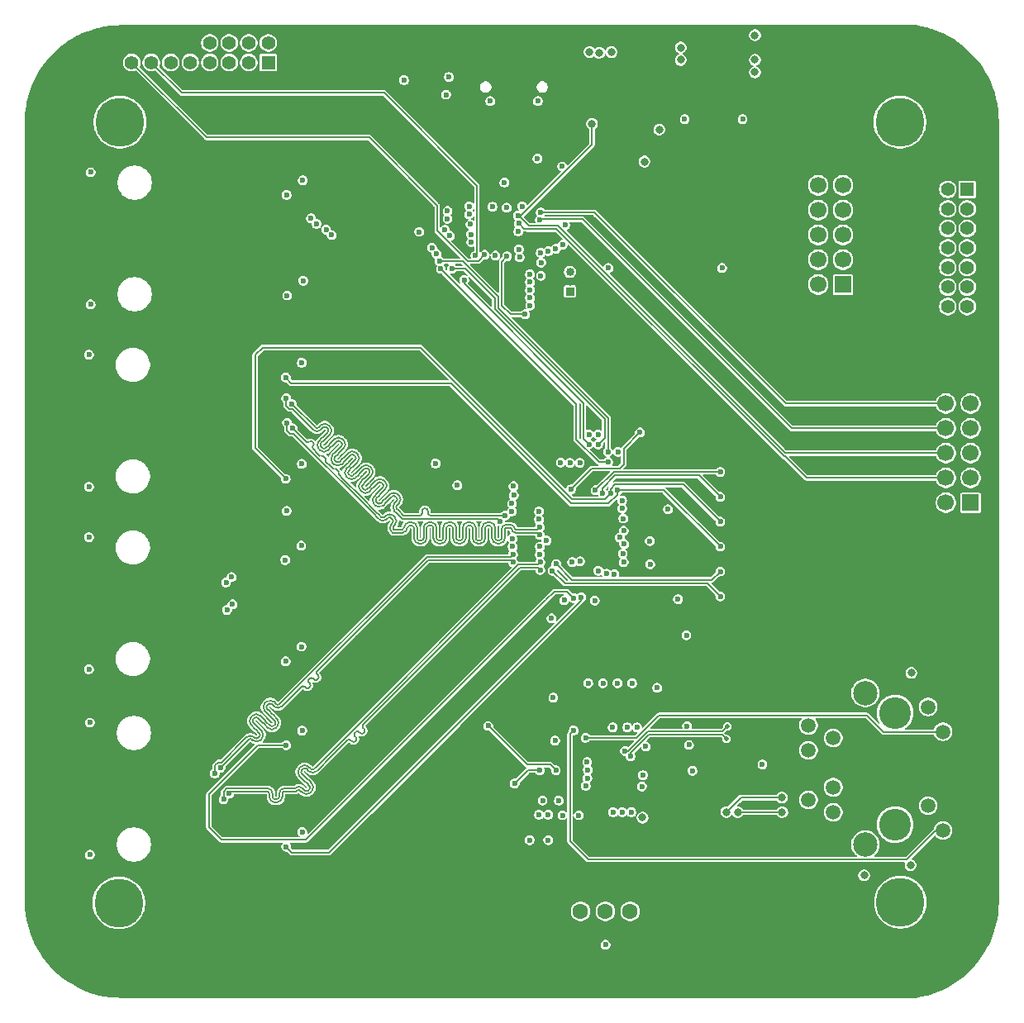
<source format=gbr>
%TF.GenerationSoftware,KiCad,Pcbnew,9.0.1*%
%TF.CreationDate,2025-07-09T12:24:18-07:00*%
%TF.ProjectId,peripheral_board_v1a,70657269-7068-4657-9261-6c5f626f6172,rev?*%
%TF.SameCoordinates,Original*%
%TF.FileFunction,Copper,L4,Inr*%
%TF.FilePolarity,Positive*%
%FSLAX46Y46*%
G04 Gerber Fmt 4.6, Leading zero omitted, Abs format (unit mm)*
G04 Created by KiCad (PCBNEW 9.0.1) date 2025-07-09 12:24:18*
%MOMM*%
%LPD*%
G01*
G04 APERTURE LIST*
%TA.AperFunction,ComponentPad*%
%ADD10R,1.700000X1.700000*%
%TD*%
%TA.AperFunction,ComponentPad*%
%ADD11C,1.700000*%
%TD*%
%TA.AperFunction,ComponentPad*%
%ADD12R,0.850000X0.850000*%
%TD*%
%TA.AperFunction,ComponentPad*%
%ADD13C,0.850000*%
%TD*%
%TA.AperFunction,ComponentPad*%
%ADD14C,5.000000*%
%TD*%
%TA.AperFunction,ComponentPad*%
%ADD15C,3.250000*%
%TD*%
%TA.AperFunction,ComponentPad*%
%ADD16C,1.520000*%
%TD*%
%TA.AperFunction,ComponentPad*%
%ADD17C,2.500000*%
%TD*%
%TA.AperFunction,ComponentPad*%
%ADD18C,1.600000*%
%TD*%
%TA.AperFunction,ComponentPad*%
%ADD19R,1.400000X1.400000*%
%TD*%
%TA.AperFunction,ComponentPad*%
%ADD20C,1.400000*%
%TD*%
%TA.AperFunction,HeatsinkPad*%
%ADD21O,1.000000X2.100000*%
%TD*%
%TA.AperFunction,HeatsinkPad*%
%ADD22O,1.000000X1.600000*%
%TD*%
%TA.AperFunction,ViaPad*%
%ADD23C,0.600000*%
%TD*%
%TA.AperFunction,ViaPad*%
%ADD24C,0.800000*%
%TD*%
%TA.AperFunction,ViaPad*%
%ADD25C,0.460000*%
%TD*%
%TA.AperFunction,Conductor*%
%ADD26C,0.152400*%
%TD*%
%TA.AperFunction,Conductor*%
%ADD27C,0.200000*%
%TD*%
%TA.AperFunction,Conductor*%
%ADD28C,0.127000*%
%TD*%
G04 APERTURE END LIST*
D10*
%TO.N,+3V3*%
%TO.C,J2*%
X180875000Y-68950000D03*
D11*
X178335000Y-68950000D03*
%TO.N,I2C0_SCL*%
X180875000Y-66410000D03*
%TO.N,I2C1_SCL*%
X178335000Y-66410000D03*
%TO.N,I2C0_SDA*%
X180875000Y-63870000D03*
%TO.N,I2C1_SDA*%
X178335000Y-63870000D03*
%TO.N,I2C1_SCL*%
X180875000Y-61330000D03*
%TO.N,RX*%
X178335000Y-61330000D03*
%TO.N,I2C1_SDA*%
X180875000Y-58790000D03*
%TO.N,TX*%
X178335000Y-58790000D03*
%TO.N,GND*%
X180875000Y-56250000D03*
X178335000Y-56250000D03*
%TD*%
D12*
%TO.N,SWCLK*%
%TO.C,J1*%
X152900000Y-69650000D03*
D13*
%TO.N,GND*%
X152900000Y-68650000D03*
%TO.N,SWD*%
X152900000Y-67650000D03*
%TD*%
D14*
%TO.N,N/C*%
%TO.C,H4*%
X106700000Y-132300000D03*
%TD*%
%TO.N,N/C*%
%TO.C,H1*%
X106800000Y-52300000D03*
%TD*%
D10*
%TO.N,+3V3*%
%TO.C,J3*%
X193950000Y-91300000D03*
D11*
X191410000Y-91300000D03*
%TO.N,GPIO22*%
X193950000Y-88760000D03*
%TO.N,SPI0_CS1*%
X191410000Y-88760000D03*
%TO.N,GPIO23*%
X193950000Y-86220000D03*
%TO.N,STAT*%
X191410000Y-86220000D03*
%TO.N,GPIO24*%
X193950000Y-83680000D03*
%TO.N,GPIO28_ADC2*%
X191410000Y-83680000D03*
%TO.N,GPIO25*%
X193950000Y-81140000D03*
%TO.N,GPIO29_ADC3*%
X191410000Y-81140000D03*
%TO.N,GND*%
X193950000Y-78600000D03*
X191410000Y-78600000D03*
%TD*%
D15*
%TO.N,*%
%TO.C,RJ1*%
X186220000Y-124280000D03*
X186220000Y-112840000D03*
D16*
%TO.N,TX +*%
X179870000Y-123010000D03*
%TO.N,TX -*%
X177330000Y-121740000D03*
%TO.N,TCT*%
X179870000Y-120460000D03*
%TO.N,GND*%
X177330000Y-119190000D03*
X179870000Y-117930000D03*
%TO.N,RCT*%
X177330000Y-116660000D03*
%TO.N,Net-(C32-Pad2)*%
X179870000Y-115390000D03*
%TO.N,Net-(C33-Pad2)*%
X177330000Y-114120000D03*
%TO.N,Net-(RJ1-LLED+)*%
X189600000Y-122350000D03*
%TO.N,GREEN_LED*%
X191120000Y-124890000D03*
%TO.N,Net-(RJ1-RLED+)*%
X189600000Y-112230000D03*
%TO.N,YELLOW_LED*%
X191120000Y-114770000D03*
D17*
%TO.N,CGND*%
X183170000Y-126330000D03*
X183170000Y-110790000D03*
%TD*%
D18*
%TO.N,PMODE0*%
%TO.C,SW3*%
X159065000Y-133180000D03*
%TO.N,PMODE1*%
X156525000Y-133180000D03*
%TO.N,PMODE2*%
X153985000Y-133180000D03*
%TO.N,GND*%
X159065000Y-125560000D03*
X156525000Y-125560000D03*
X153985000Y-125560000D03*
%TD*%
D19*
%TO.N,+3V3*%
%TO.C,CN2*%
X193600000Y-59200000D03*
D20*
X191600000Y-59200000D03*
%TO.N,UART1_TX*%
X193600000Y-61200000D03*
%TO.N,unconnected-(CN2-Pad4)*%
X191600000Y-61200000D03*
%TO.N,UART1_RX*%
X193600000Y-63200000D03*
%TO.N,unconnected-(CN2-Pad6)*%
X191600000Y-63200000D03*
%TO.N,UART1_CTS*%
X193600000Y-65200000D03*
%TO.N,SPI1_RX*%
X191600000Y-65200000D03*
%TO.N,UART1_RTS*%
X193600000Y-67200000D03*
%TO.N,SPI1_SCK*%
X191600000Y-67200000D03*
%TO.N,unconnected-(CN2-Pad11)*%
X193600000Y-69200000D03*
%TO.N,SPI1_CS1*%
X191600000Y-69200000D03*
%TO.N,unconnected-(CN2-Pad13)*%
X193600000Y-71200000D03*
%TO.N,SPI1_TX*%
X191600000Y-71200000D03*
%TO.N,GND*%
X193600000Y-73200000D03*
X191600000Y-73200000D03*
%TD*%
D14*
%TO.N,N/C*%
%TO.C,H2*%
X186700000Y-52300000D03*
%TD*%
D19*
%TO.N,unconnected-(CN1-Pad1)*%
%TO.C,CN1*%
X122000000Y-46200000D03*
D20*
%TO.N,VEPS*%
X122000000Y-44200000D03*
%TO.N,Net-(CN1-Pad3)*%
X120000000Y-46200000D03*
%TO.N,VEPS*%
X120000000Y-44200000D03*
%TO.N,Net-(CN1-Pad5)*%
X118000000Y-46200000D03*
%TO.N,VEPS*%
X118000000Y-44200000D03*
%TO.N,Net-(CN1-Pad7)*%
X116000000Y-46200000D03*
%TO.N,VEPS*%
X116000000Y-44200000D03*
%TO.N,Net-(CN1-Pad9)*%
X114000000Y-46200000D03*
%TO.N,GND*%
X114000000Y-44200000D03*
%TO.N,Net-(CN1-Pad11)*%
X112000000Y-46200000D03*
%TO.N,GND*%
X112000000Y-44200000D03*
%TO.N,GPIO14*%
X110000000Y-46200000D03*
%TO.N,GND*%
X110000000Y-44200000D03*
%TO.N,GPIO15*%
X108000000Y-46200000D03*
%TO.N,GND*%
X108000000Y-44200000D03*
%TD*%
D21*
%TO.N,GND*%
%TO.C,J4*%
X151490000Y-49230000D03*
D22*
X151490000Y-45050000D03*
D21*
X142850000Y-49230000D03*
D22*
X142850000Y-45050000D03*
%TD*%
D14*
%TO.N,N/C*%
%TO.C,H3*%
X186750000Y-132250000D03*
%TD*%
D23*
%TO.N,GNDA*%
X154775003Y-109795001D03*
X165450000Y-118770000D03*
X161825000Y-110270002D03*
X160275000Y-120370000D03*
X160375000Y-119220000D03*
X160675002Y-116270000D03*
X158775002Y-114320000D03*
X172610000Y-118120000D03*
X159275001Y-109795001D03*
X156275000Y-109795001D03*
X157774997Y-109795001D03*
X159775002Y-114320001D03*
X157275001Y-114320000D03*
X165100000Y-116120000D03*
X164900000Y-114178000D03*
D24*
X160337500Y-123570000D03*
D23*
%TO.N,GND*%
X133750000Y-102700000D03*
X125300000Y-85950000D03*
X144050000Y-97850000D03*
X127350000Y-110100000D03*
X140550000Y-102150000D03*
X135400000Y-111200000D03*
X128750000Y-83100000D03*
X143050000Y-89500000D03*
X126600000Y-103150000D03*
X129850000Y-106700000D03*
X124480000Y-104799999D03*
X126800000Y-121450000D03*
X135650000Y-79900000D03*
X139200000Y-105050000D03*
X133300000Y-97350000D03*
X124300000Y-103300000D03*
X125700000Y-71300000D03*
X140250000Y-100450000D03*
X131700000Y-102100000D03*
X127400000Y-116800000D03*
X131050000Y-99900000D03*
X143350000Y-91950000D03*
D24*
X168050000Y-45300000D03*
D23*
X136950000Y-83750000D03*
X135600000Y-108750000D03*
X125574999Y-70070002D03*
X127850000Y-119050000D03*
X124629999Y-67370001D03*
X135650000Y-89450000D03*
X121450000Y-94150000D03*
X163120000Y-66550000D03*
X125375001Y-97169999D03*
X124050000Y-84850000D03*
X125700000Y-72100000D03*
X141350000Y-88000000D03*
X124580000Y-117400000D03*
X165060192Y-58558569D03*
X139350000Y-81000000D03*
X124500002Y-86054999D03*
X146700001Y-112070003D03*
X123400000Y-102850000D03*
X133200000Y-113600000D03*
X128700000Y-103150000D03*
X126250000Y-99400000D03*
X131850000Y-112450000D03*
X129500000Y-93500000D03*
X118300000Y-115350000D03*
X133800000Y-87650000D03*
X128050000Y-82500000D03*
X126400000Y-72950000D03*
X125525000Y-59770000D03*
X145950000Y-98050000D03*
X131500000Y-85550000D03*
X132200000Y-115900000D03*
X146850000Y-70200000D03*
X124580000Y-123800000D03*
X123000000Y-111050000D03*
X123750000Y-112900000D03*
X130150000Y-76950000D03*
X136400000Y-97650000D03*
X125600000Y-103250000D03*
X161650000Y-85600001D03*
X130950000Y-72000000D03*
X136250000Y-90000000D03*
X133350000Y-79850000D03*
X138000000Y-79700000D03*
X136850000Y-99650000D03*
X129300000Y-68900000D03*
X159570000Y-56350000D03*
X119700000Y-94900000D03*
X129250000Y-64550000D03*
X145800000Y-100950000D03*
X139550000Y-97850000D03*
X134300000Y-99650000D03*
X128750000Y-76200000D03*
X129300000Y-65650000D03*
X131600000Y-45399999D03*
X130350000Y-71450000D03*
X157818756Y-87130127D03*
X129800000Y-116900000D03*
X125474999Y-126550000D03*
X131550000Y-73000000D03*
X151375001Y-113770001D03*
X124850000Y-63800000D03*
X144525002Y-120070001D03*
X155275002Y-114276441D03*
X137650000Y-84450000D03*
X133900000Y-110200000D03*
X127350000Y-70850000D03*
X150301200Y-90201200D03*
X159949999Y-69450000D03*
X127250000Y-99400000D03*
X132150000Y-74000000D03*
X147225003Y-114170002D03*
X151950002Y-86220002D03*
X144350000Y-90850000D03*
X125800000Y-111350000D03*
X124450000Y-119700000D03*
X127350000Y-82400000D03*
X120500000Y-94500000D03*
X134250000Y-97350000D03*
X150745000Y-52100000D03*
X164650000Y-49699999D03*
X133450000Y-77700000D03*
X162038757Y-95230126D03*
D24*
X179980000Y-129490000D03*
D23*
X128850000Y-115350000D03*
X128600000Y-97150000D03*
X138100000Y-108800000D03*
X150420000Y-50145000D03*
X127900000Y-96700000D03*
X141350000Y-102950000D03*
X123800000Y-94100000D03*
X131400000Y-116200000D03*
X126550000Y-82050000D03*
X143700000Y-102950000D03*
D24*
X156600000Y-50700000D03*
D23*
X130500000Y-102200000D03*
X149799318Y-82898756D03*
X138250000Y-82450000D03*
X143050000Y-97800000D03*
X136550000Y-96850000D03*
D24*
X161887501Y-123520001D03*
D23*
X133800000Y-80850000D03*
X143100000Y-100450000D03*
X132700000Y-114300000D03*
X144250000Y-96150000D03*
X143550000Y-90200000D03*
X125435789Y-88855000D03*
X125950000Y-122000000D03*
X126600000Y-117300000D03*
X151015192Y-60378569D03*
X124150000Y-121550000D03*
X144400000Y-102250000D03*
X139200000Y-100450000D03*
X131300000Y-93500000D03*
X141400000Y-85550000D03*
X143375192Y-55053569D03*
X132200000Y-93500000D03*
X140200000Y-84350000D03*
D24*
X155899999Y-44169999D03*
D23*
X141314973Y-71100000D03*
X149850000Y-117220001D03*
X148000000Y-99830127D03*
X132450000Y-115100000D03*
X149625002Y-114144998D03*
X129250000Y-104700000D03*
X148775003Y-123270003D03*
X127600000Y-88250000D03*
X136000000Y-100550000D03*
X140000000Y-81700000D03*
X135050000Y-88800000D03*
X150478140Y-80961282D03*
X135250000Y-76800000D03*
X137950000Y-106400000D03*
X125475000Y-116150000D03*
X152308757Y-102260127D03*
X165057196Y-102278769D03*
X143025234Y-87084826D03*
X134400000Y-109700000D03*
X125850000Y-117400000D03*
X121750000Y-110900000D03*
X130150000Y-99400000D03*
X136650000Y-110050000D03*
X144400000Y-91950000D03*
X127450000Y-120500000D03*
X147850000Y-58550000D03*
X135050000Y-98900000D03*
X129300000Y-83550000D03*
X129350000Y-66550000D03*
X162080001Y-97599999D03*
X115700000Y-118450000D03*
X123600000Y-119850000D03*
X162180000Y-66550000D03*
X134900000Y-111800000D03*
X130450000Y-91050000D03*
X143500192Y-73553569D03*
X132100000Y-92700000D03*
X124500002Y-79705000D03*
X143745000Y-52150000D03*
X128600000Y-93500000D03*
X138220000Y-64353569D03*
X127350000Y-65900000D03*
X119050000Y-113550000D03*
X138450000Y-98000000D03*
X133100000Y-74550000D03*
X137500000Y-99100000D03*
X152983757Y-84980127D03*
X120000000Y-112100000D03*
X124250000Y-109800000D03*
X129800000Y-102700000D03*
X153600000Y-63000000D03*
X136400000Y-91000000D03*
X126650000Y-110800000D03*
X127300000Y-96200000D03*
X140100000Y-106500000D03*
X133000000Y-93600000D03*
X131350000Y-97350000D03*
X124950000Y-111800000D03*
X141300000Y-100450000D03*
X140950000Y-96150000D03*
X131850000Y-104700000D03*
X140500000Y-43062499D03*
X128900000Y-69800000D03*
X155450001Y-102280001D03*
X138800000Y-102750000D03*
X125850000Y-84000000D03*
X139650000Y-83800000D03*
X124850000Y-109400000D03*
X134450000Y-88250000D03*
X129850000Y-84100000D03*
X127700000Y-74750000D03*
X133400000Y-110800000D03*
X153908580Y-86250127D03*
X132050000Y-86000000D03*
X138600000Y-105700000D03*
X138230192Y-62778569D03*
X137950000Y-98500000D03*
X126550000Y-96200000D03*
X138120000Y-48000000D03*
X134550000Y-82550000D03*
X154058758Y-89980127D03*
X141550000Y-83300000D03*
X132200000Y-79650000D03*
X133850000Y-100400000D03*
X162041431Y-51172692D03*
X143250000Y-96150000D03*
X146178757Y-90530127D03*
X124629999Y-61020001D03*
X160075198Y-86379802D03*
X135700000Y-98100000D03*
X134550000Y-76000000D03*
X131000000Y-77500000D03*
X131600000Y-78200000D03*
X136000000Y-110700000D03*
X141350000Y-105450000D03*
X167500000Y-59750000D03*
X125350000Y-99450000D03*
X130250000Y-114000000D03*
X147108759Y-88650127D03*
X127650000Y-93500000D03*
X139500000Y-107200000D03*
X119400000Y-112800000D03*
X124850000Y-94050000D03*
D24*
X164250000Y-47200000D03*
D23*
X132300000Y-97400000D03*
X140750000Y-106000000D03*
X129200000Y-99350000D03*
X140500000Y-103400000D03*
X125250000Y-80950000D03*
X166600001Y-69450000D03*
X139670000Y-59900000D03*
X128800000Y-108900000D03*
X137150000Y-91400000D03*
X137550000Y-102700000D03*
X128650000Y-105450000D03*
X154465291Y-117001175D03*
X128350000Y-118400000D03*
X132750000Y-111650000D03*
X133750000Y-113000000D03*
X145225192Y-63573569D03*
X143920000Y-50145000D03*
D24*
X158450000Y-46700000D03*
D23*
X126900000Y-87500000D03*
X129650000Y-70450000D03*
X129200000Y-117600000D03*
X127300000Y-106800000D03*
X132900000Y-100400000D03*
X138300000Y-85050000D03*
X138150000Y-100450000D03*
X141550000Y-102050000D03*
X134950000Y-109200000D03*
X138100000Y-91200000D03*
X134500000Y-102100000D03*
X131950000Y-76150000D03*
X125250000Y-83350000D03*
X134200000Y-78350000D03*
X133950000Y-81800000D03*
X127800000Y-109300000D03*
X129450000Y-114700000D03*
X124750000Y-82850000D03*
X116500000Y-117200000D03*
X125425000Y-107549998D03*
X130400000Y-106050000D03*
X118300000Y-114400000D03*
X140650000Y-97750000D03*
X125800000Y-81450000D03*
X140800000Y-84950000D03*
X128250000Y-99400000D03*
X127250000Y-73850000D03*
X129400000Y-76450000D03*
X128050000Y-106200000D03*
X122700000Y-94050000D03*
X128950000Y-89750000D03*
X127150000Y-119650000D03*
X129100000Y-107350000D03*
X149575192Y-58883569D03*
X136250000Y-83000000D03*
X130400000Y-84550000D03*
X138914036Y-89880330D03*
X131950000Y-100400000D03*
X172925000Y-100875000D03*
X127025000Y-92150000D03*
X130400000Y-93500000D03*
X152100000Y-55699000D03*
X137750000Y-96350000D03*
X155230112Y-97375204D03*
X130400000Y-97350000D03*
X135950000Y-77800000D03*
X127350000Y-67500000D03*
X152908759Y-86250127D03*
X172925000Y-88150000D03*
X130950000Y-85050000D03*
X128300000Y-88950000D03*
X124479999Y-98399999D03*
X141550000Y-97850000D03*
X137100000Y-100550000D03*
X146500000Y-100250000D03*
X127850000Y-72100000D03*
X144450000Y-88800000D03*
X152234246Y-97279745D03*
X140800000Y-82600000D03*
X139050000Y-85600000D03*
X129750000Y-67800000D03*
X120499999Y-52350000D03*
X131050000Y-103000000D03*
X125650000Y-67200000D03*
X133200000Y-103300000D03*
X137200000Y-109400000D03*
X129750000Y-90450000D03*
X125800000Y-94050000D03*
X132550000Y-86500000D03*
X121000000Y-111500000D03*
X143718198Y-85161498D03*
X126700000Y-107450000D03*
X130500000Y-74700000D03*
X124400000Y-99400000D03*
X134400000Y-112400000D03*
X139700000Y-102650000D03*
X127650000Y-103150000D03*
X126850000Y-94000000D03*
X124950000Y-121700000D03*
X125420002Y-78455000D03*
X136650000Y-78450000D03*
X129450000Y-97350000D03*
X125800000Y-66250000D03*
X124800000Y-64550000D03*
X135300000Y-97300000D03*
X131150000Y-105200000D03*
X136650000Y-102350000D03*
X130700000Y-116800000D03*
X128150000Y-116050000D03*
X143950000Y-100050000D03*
X131050000Y-113150000D03*
X124400000Y-118900000D03*
X123750000Y-110400000D03*
X117650000Y-116450000D03*
X131250000Y-91800000D03*
X123550000Y-99400000D03*
X133145192Y-53303569D03*
X135400000Y-82950000D03*
X138650000Y-80200000D03*
X133200000Y-87150000D03*
X132750000Y-76950000D03*
X137200000Y-106900000D03*
X141400000Y-91850000D03*
X135500000Y-102100000D03*
X145700192Y-75253569D03*
X136550000Y-107450000D03*
X153650000Y-71699999D03*
%TO.N,Net-(U4-XO)*%
X144525002Y-114170002D03*
X151450001Y-118720002D03*
%TO.N,Net-(U4-XI{slash}CLKIN)*%
X149800001Y-118720000D03*
X147225003Y-120070001D03*
%TO.N,+1V1*%
X145260192Y-65978569D03*
X142710192Y-62778569D03*
X146410192Y-61078569D03*
X146182519Y-58496242D03*
X147600000Y-63500000D03*
%TO.N,SPI1_RX*%
X140810192Y-67328569D03*
X155800000Y-85319999D03*
%TO.N,UART1_RTS*%
X142800000Y-64600000D03*
%TO.N,SPI1_TX*%
X156798759Y-87130127D03*
X139678573Y-67350522D03*
%TO.N,UART1_CTS*%
X142750000Y-63800000D03*
%TO.N,UART1_TX*%
X138760192Y-65178569D03*
%TO.N,UART1_RX*%
X139240194Y-65818571D03*
%TO.N,SPI1_CS1*%
X154849999Y-85310000D03*
X142060192Y-68478569D03*
%TO.N,SPI1_SCK*%
X156798760Y-86080127D03*
X139528988Y-66564629D03*
%TO.N,RX*%
X142566969Y-61739804D03*
D24*
%TO.N,CGND*%
X183030000Y-129490000D03*
D23*
%TO.N,TX*%
X142584819Y-60940003D03*
%TO.N,VDDIO*%
X153908580Y-87210126D03*
X154849999Y-84290001D03*
X157818757Y-86080126D03*
X155450002Y-101320001D03*
X151008758Y-103155127D03*
X161078757Y-95230127D03*
X163961181Y-101182753D03*
X155800000Y-84300000D03*
X162933757Y-91980127D03*
%TO.N,VDDAT*%
X147138757Y-90530126D03*
X150508759Y-95180127D03*
X151950001Y-87180001D03*
X141363693Y-89513693D03*
%TO.N,LED1_0*%
X155508758Y-90030127D03*
X123924999Y-70070002D03*
X168300000Y-88150000D03*
%TO.N,LED1_1*%
X156237052Y-90361170D03*
X123875000Y-59770000D03*
X168300000Y-90700000D03*
%TO.N,LED2_0*%
X168300000Y-93250000D03*
X157058759Y-90380127D03*
X123785789Y-88855000D03*
%TO.N,LED2_1*%
X123770002Y-78455000D03*
X157774302Y-90022353D03*
X168300000Y-95800000D03*
%TO.N,LED3_0*%
X123775000Y-107549998D03*
X168300000Y-98350000D03*
X151491840Y-97577808D03*
D24*
%TO.N,TX -*%
X174610000Y-121510000D03*
X168938768Y-122991232D03*
%TO.N,TX +*%
X170090000Y-123010000D03*
X174640000Y-123010000D03*
D23*
%TO.N,SPI0_ETHER*%
X149725001Y-123270003D03*
X154675001Y-119520003D03*
%TO.N,GPIO14*%
X143210192Y-65978569D03*
%TO.N,YELLOW_LED*%
X154512949Y-115393119D03*
%TO.N,GREEN_LED*%
X153271880Y-114635002D03*
%TO.N,LED3_1*%
X123725001Y-97169999D03*
X168300000Y-100900000D03*
X151108759Y-98280127D03*
%TO.N,LED4_1*%
X123825000Y-116150000D03*
X153258758Y-101080127D03*
%TO.N,LED4_0*%
X154052303Y-100978673D03*
X123824999Y-126550000D03*
%TO.N,SPI0_MOSI*%
X154524002Y-120305622D03*
D24*
X171850000Y-47200000D03*
D23*
X149950000Y-66700000D03*
%TO.N,SPI0_SCK*%
X154725002Y-118670000D03*
X148800000Y-67900000D03*
D24*
X164250000Y-45930000D03*
D23*
%TO.N,SPI0_MISO*%
X148775002Y-125870001D03*
X148800000Y-69500006D03*
D24*
X171850000Y-45930000D03*
D23*
%TO.N,SPI0_CS1*%
X150675001Y-123270001D03*
X154663643Y-117872356D03*
X147646870Y-62684306D03*
%TO.N,RX +*%
X159107843Y-117302843D03*
D25*
X168920000Y-115510000D03*
D23*
%TO.N,RX -*%
X158542157Y-116737157D03*
D25*
X169000000Y-114220000D03*
D23*
%TO.N,GPIO15*%
X144150000Y-65900000D03*
%TO.N,SWCLK*%
X148819477Y-71099775D03*
D24*
%TO.N,+3V3*%
X187880000Y-108740000D03*
D23*
X151375001Y-115670000D03*
X150100002Y-121820001D03*
D24*
X187780000Y-128440000D03*
D23*
X137450000Y-63550000D03*
X139136307Y-87286307D03*
X125574999Y-68570000D03*
X148010192Y-60943571D03*
X151187499Y-111270001D03*
X149575192Y-56043569D03*
X164827386Y-104877386D03*
X152413869Y-62849000D03*
X125400000Y-106049999D03*
X125524998Y-58270001D03*
X125475000Y-125050000D03*
X125474999Y-114650000D03*
X149920000Y-68050000D03*
X125420000Y-87324213D03*
X150675000Y-125870002D03*
X140205192Y-49493569D03*
X152149999Y-123320001D03*
X144960192Y-60978569D03*
X156550000Y-136594314D03*
X170590000Y-52000000D03*
D24*
X171850000Y-43400000D03*
D23*
X152100000Y-56849999D03*
X125375001Y-95699999D03*
X135909999Y-48000000D03*
X164650000Y-52000000D03*
X125420002Y-76954213D03*
%TO.N,1.2A*%
X156825001Y-67250000D03*
X147108758Y-89610126D03*
%TO.N,1.2D*%
X168475000Y-67250000D03*
X152308758Y-101300127D03*
X161120002Y-97599999D03*
X152908757Y-87210127D03*
%TO.N,RST_N*%
X153008759Y-89930126D03*
X160075198Y-84100001D03*
%TO.N,Chassis_GND*%
X103625000Y-94830000D03*
X103725000Y-127370000D03*
X103800000Y-70985000D03*
X103800000Y-57445000D03*
X103625000Y-76130000D03*
X103625000Y-89670000D03*
X123875000Y-92150000D03*
X103725000Y-113830000D03*
X103625000Y-108370000D03*
%TO.N,SWD*%
X148800000Y-70300009D03*
%TO.N,I2C0_SCL*%
X140600000Y-63950000D03*
%TO.N,I2C0_SDA*%
X140079981Y-63342069D03*
%TO.N,RX1-*%
X126367157Y-62167157D03*
X146958492Y-92199999D03*
%TO.N,Net-(U6-TXEN5{slash}TXDS5_CTL)*%
X153133284Y-97381743D03*
%TO.N,I2C1_SDA*%
X140350000Y-61415066D03*
%TO.N,I2C1_SCL*%
X140350000Y-62215069D03*
%TO.N,GPIO22*%
X149900000Y-65700000D03*
D24*
%TO.N,VEPS*%
X157149999Y-45130000D03*
D23*
%TO.N,GPIO23*%
X150680952Y-65526455D03*
%TO.N,GPIO24*%
X151446842Y-65295335D03*
%TO.N,GPIO29_ADC3*%
X149905731Y-61557015D03*
%TO.N,Net-(U6-TXD5_0)*%
X153930216Y-97311705D03*
%TO.N,GPIO28_ADC2*%
X149800000Y-62350000D03*
%TO.N,GPIO25*%
X152136775Y-64890370D03*
%TO.N,Net-(U6-TXD5_2)*%
X155808758Y-98280127D03*
%TO.N,Net-(U1-RUN)*%
X148292157Y-72000000D03*
X146450000Y-66050000D03*
D24*
%TO.N,VBUS*%
X154900001Y-45130002D03*
D23*
X140500000Y-47675000D03*
X149620001Y-50145000D03*
X144719999Y-50145000D03*
%TO.N,PMODE2*%
X157327020Y-123017867D03*
%TO.N,PMODE1*%
X158271880Y-123005357D03*
%TO.N,PMODE0*%
X159184845Y-123013569D03*
%TO.N,RX1+*%
X146958492Y-91400000D03*
X126932843Y-62732843D03*
%TO.N,RX2-*%
X145699715Y-93181096D03*
X123827470Y-80602641D03*
%TO.N,RX2+*%
X146265401Y-92615410D03*
X124393156Y-81168327D03*
%TO.N,RX3+*%
X147011053Y-95000001D03*
X117667157Y-99482843D03*
%TO.N,RX4-*%
X117082843Y-118467157D03*
X147067177Y-97400000D03*
%TO.N,RX4+*%
X147067175Y-96600001D03*
X116517157Y-119032843D03*
%TO.N,TX1+*%
X128482843Y-63882843D03*
X149726704Y-92200000D03*
%TO.N,TX1-*%
X127917157Y-63317157D03*
X149726703Y-93000001D03*
%TO.N,TX2+*%
X149802236Y-93800001D03*
X124482843Y-83682843D03*
%TO.N,TX2-*%
X149802237Y-94600000D03*
X123917157Y-83117157D03*
%TO.N,TX3+*%
X117767157Y-102282843D03*
X149816001Y-95800001D03*
%TO.N,TX3-*%
X118332843Y-101717157D03*
X149816000Y-96600001D03*
%TO.N,TX4+*%
X149854121Y-97400000D03*
X117417157Y-121682843D03*
%TO.N,TX4-*%
X149854121Y-98200000D03*
X117982843Y-121117157D03*
%TO.N,RX3-*%
X147011053Y-95800000D03*
X118232843Y-98917157D03*
%TO.N,RSTn*%
X147750000Y-66150000D03*
X153800003Y-123320001D03*
%TO.N,INTn*%
X147677572Y-65353283D03*
X151750003Y-121820001D03*
%TO.N,Net-(U6-TXER5)*%
X156660527Y-98576911D03*
%TO.N,Net-(U6-TXD5_5)*%
X157458757Y-98630126D03*
%TO.N,Net-(U6-RXD5_4)*%
X158258759Y-91080127D03*
%TO.N,Net-(U6-REFCLKO)*%
X158251325Y-91887563D03*
%TO.N,Net-(U6-CRS5)*%
X158358757Y-92930127D03*
%TO.N,Net-(U6-RXDV5{slash}CRSDV5{slash}RXD5_CTL)*%
X158408758Y-94180127D03*
%TO.N,Net-(U6-RXD5_2)*%
X158005389Y-94870991D03*
%TO.N,Net-(U6-RXD5_1)*%
X158458759Y-95530126D03*
%TO.N,Net-(U6-RXC5{slash}GRXC5)*%
X158308758Y-96530127D03*
%TO.N,Net-(U6-TXC5{slash}REFCLKI5{slash}GTXC5)*%
X158408758Y-97380126D03*
D24*
%TO.N,SPI0_CS0*%
X164250000Y-44670000D03*
D23*
X148800000Y-68700003D03*
D24*
%TO.N,STAT*%
X155155000Y-52480000D03*
D23*
X147576961Y-61887364D03*
D24*
%TO.N,VOUT*%
X162041431Y-53072692D03*
X160530000Y-56350000D03*
X155899999Y-45200000D03*
%TD*%
D26*
%TO.N,Net-(U4-XO)*%
X150872799Y-118142800D02*
X151450001Y-118720002D01*
X144525002Y-114170002D02*
X148497800Y-118142800D01*
X148497800Y-118142800D02*
X150872799Y-118142800D01*
%TO.N,Net-(U4-XI{slash}CLKIN)*%
X148575004Y-118720000D02*
X147225003Y-120070001D01*
X149800001Y-118720000D02*
X148575004Y-118720000D01*
%TO.N,SPI1_RX*%
X156445360Y-84674639D02*
X156445360Y-82745144D01*
X145193200Y-70359053D02*
X142162716Y-67328569D01*
X156445360Y-82745144D02*
X145193200Y-71492983D01*
X142162716Y-67328569D02*
X140810192Y-67328569D01*
X155800000Y-85319999D02*
X156445360Y-84674639D01*
X145193200Y-71492983D02*
X145193200Y-70359053D01*
%TO.N,SPI1_TX*%
X153560957Y-84837243D02*
X153560957Y-81232906D01*
X156798759Y-87130127D02*
X155853841Y-87130127D01*
X155853841Y-87130127D02*
X153560957Y-84837243D01*
X153560957Y-81232906D02*
X139678573Y-67350522D01*
%TO.N,SPI1_CS1*%
X142060192Y-68859760D02*
X142060192Y-68478569D01*
X154272799Y-84732800D02*
X154272799Y-81072367D01*
X154272799Y-81072367D02*
X142060192Y-68859760D01*
X154849999Y-85310000D02*
X154272799Y-84732800D01*
%TO.N,SPI1_SCK*%
X156798760Y-82598760D02*
X156798760Y-86080127D01*
X141898560Y-66564629D02*
X145546600Y-70212669D01*
X139528988Y-66564629D02*
X141898560Y-66564629D01*
X145546600Y-71346600D02*
X156798760Y-82598760D01*
X145546600Y-70212669D02*
X145546600Y-71346600D01*
%TO.N,LED1_0*%
X157388885Y-88150000D02*
X155508758Y-90030127D01*
X168300000Y-88150000D02*
X157388885Y-88150000D01*
%TO.N,LED1_1*%
X166103400Y-88503400D02*
X168300000Y-90700000D01*
X157535269Y-88503400D02*
X166103400Y-88503400D01*
X156237052Y-90361170D02*
X156237052Y-89801617D01*
X156237052Y-89801617D02*
X157535269Y-88503400D01*
%TO.N,LED2_0*%
X120650000Y-85719211D02*
X123785789Y-88855000D01*
X157058759Y-90380127D02*
X157058759Y-89921611D01*
X157535217Y-89445153D02*
X164495153Y-89445153D01*
X121400000Y-75400000D02*
X120650000Y-76150000D01*
X157058759Y-89921611D02*
X157535217Y-89445153D01*
X157058759Y-90380127D02*
X156500516Y-90938370D01*
X153138370Y-90938370D02*
X137600000Y-75400000D01*
X164495153Y-89445153D02*
X168300000Y-93250000D01*
X137600000Y-75400000D02*
X121400000Y-75400000D01*
X156500516Y-90938370D02*
X153138370Y-90938370D01*
X120650000Y-76150000D02*
X120650000Y-85719211D01*
%TO.N,LED2_1*%
X140700000Y-79050000D02*
X124350000Y-79050000D01*
X156855171Y-91400000D02*
X153050000Y-91400000D01*
X124350000Y-79050000D02*
X123770002Y-78470002D01*
X162522353Y-90022353D02*
X168300000Y-95800000D01*
X153050000Y-91400000D02*
X140700000Y-79050000D01*
X157774302Y-90022353D02*
X157774302Y-90480869D01*
X123770002Y-78470002D02*
X123770002Y-78455000D01*
X157774302Y-90022353D02*
X162522353Y-90022353D01*
X157774302Y-90480869D02*
X156855171Y-91400000D01*
%TO.N,LED3_0*%
X167442674Y-99207326D02*
X168300000Y-98350000D01*
X153121358Y-99207326D02*
X167442674Y-99207326D01*
X151491840Y-97577808D02*
X153121358Y-99207326D01*
D27*
%TO.N,TX -*%
X170420000Y-121510000D02*
X174610000Y-121510000D01*
X168938768Y-122991232D02*
X170420000Y-121510000D01*
D26*
%TO.N,TX +*%
X170090000Y-123010000D02*
X174640000Y-123010000D01*
%TO.N,GPIO14*%
X143377200Y-65811561D02*
X143377200Y-58827200D01*
X143377200Y-58827200D02*
X133850000Y-49300000D01*
X113100000Y-49300000D02*
X110000000Y-46200000D01*
X143210192Y-65978569D02*
X143377200Y-65811561D01*
X133850000Y-49300000D02*
X113100000Y-49300000D01*
%TO.N,YELLOW_LED*%
X191120000Y-114770000D02*
X191093800Y-114796200D01*
X185016413Y-114796200D02*
X183303013Y-113082800D01*
X159706881Y-115393119D02*
X154512949Y-115393119D01*
X162017200Y-113082800D02*
X159706881Y-115393119D01*
X183303013Y-113082800D02*
X162017200Y-113082800D01*
X191093800Y-114796200D02*
X185016413Y-114796200D01*
%TO.N,GREEN_LED*%
X152907800Y-126006191D02*
X154758809Y-127857200D01*
X153271880Y-114635002D02*
X152907800Y-114999082D01*
X154758809Y-127857200D02*
X187405094Y-127857200D01*
X190372294Y-124890000D02*
X191120000Y-124890000D01*
X152907800Y-114999082D02*
X152907800Y-126006191D01*
X187405094Y-127857200D02*
X190372294Y-124890000D01*
%TO.N,LED3_1*%
X166960726Y-99560726D02*
X168300000Y-100900000D01*
X152389358Y-99560726D02*
X166960726Y-99560726D01*
X151108759Y-98280127D02*
X152389358Y-99560726D01*
%TO.N,LED4_1*%
X151297601Y-100400000D02*
X152578631Y-100400000D01*
X115900000Y-124550000D02*
X117200000Y-125850000D01*
X150431559Y-101268441D02*
X150431559Y-101266042D01*
X125850000Y-125850000D02*
X150431559Y-101268441D01*
X123825000Y-116150000D02*
X120950000Y-116150000D01*
X115900000Y-121200000D02*
X115900000Y-124550000D01*
X117200000Y-125850000D02*
X125850000Y-125850000D01*
X152578631Y-100400000D02*
X153258758Y-101080127D01*
X150431559Y-101266042D02*
X151297601Y-100400000D01*
X120950000Y-116150000D02*
X115900000Y-121200000D01*
%TO.N,LED4_0*%
X124424999Y-127150000D02*
X123824999Y-126550000D01*
X128235169Y-127150000D02*
X124424999Y-127150000D01*
X154052303Y-100978673D02*
X154052303Y-101332866D01*
X154052303Y-101332866D02*
X128235169Y-127150000D01*
%TO.N,SPI0_CS1*%
X148212564Y-63250000D02*
X148529065Y-63250000D01*
X148529065Y-63250000D02*
X148559666Y-63280600D01*
X174923400Y-86573400D02*
X177110000Y-88760000D01*
X147646870Y-62684306D02*
X148212564Y-63250000D01*
X151530816Y-63280600D02*
X174823616Y-86573400D01*
X177110000Y-88760000D02*
X191410000Y-88760000D01*
X174823616Y-86573400D02*
X174923400Y-86573400D01*
X148559666Y-63280600D02*
X151530816Y-63280600D01*
D28*
%TO.N,RX +*%
X168478500Y-115068500D02*
X161007724Y-115068500D01*
X161007724Y-115068500D02*
X159107843Y-116968381D01*
X159107843Y-116968381D02*
X159107843Y-117302843D01*
X168920000Y-115510000D02*
X168478500Y-115068500D01*
%TO.N,RX -*%
X158876619Y-116737157D02*
X158542157Y-116737157D01*
X168478500Y-114741500D02*
X160872276Y-114741500D01*
X169000000Y-114220000D02*
X168478500Y-114741500D01*
X160872276Y-114741500D02*
X158876619Y-116737157D01*
D26*
%TO.N,GPIO15*%
X143494231Y-66555769D02*
X144150000Y-65900000D01*
X108000000Y-46200000D02*
X115680769Y-53880769D01*
X115680769Y-53880769D02*
X132330769Y-53880769D01*
X132330769Y-53880769D02*
X139287866Y-60837866D01*
X142389484Y-66555769D02*
X143494231Y-66555769D01*
X139287866Y-60837866D02*
X139287866Y-63454151D01*
X139287866Y-63454151D02*
X142389484Y-66555769D01*
%TO.N,RST_N*%
X157968568Y-87796600D02*
X155142285Y-87796600D01*
X158395956Y-85779243D02*
X158395956Y-87369212D01*
X155142285Y-87796600D02*
X153008759Y-89930126D01*
X160075198Y-84100001D02*
X158395956Y-85779243D01*
X158395956Y-87369212D02*
X157968568Y-87796600D01*
%TO.N,GPIO29_ADC3*%
X155407015Y-61557015D02*
X149905731Y-61557015D01*
X191410000Y-81140000D02*
X174990000Y-81140000D01*
X174990000Y-81140000D02*
X155407015Y-61557015D01*
%TO.N,GPIO28_ADC2*%
X154181515Y-62272800D02*
X175588715Y-83680000D01*
X149800000Y-62350000D02*
X149877200Y-62272800D01*
X175588715Y-83680000D02*
X191410000Y-83680000D01*
X149877200Y-62272800D02*
X154181515Y-62272800D01*
%TO.N,Net-(U1-RUN)*%
X146800000Y-72000000D02*
X148292157Y-72000000D01*
X145900000Y-71100000D02*
X146800000Y-72000000D01*
X145900000Y-66600000D02*
X145900000Y-71100000D01*
X146450000Y-66050000D02*
X145900000Y-66600000D01*
D28*
%TO.N,RX2-*%
X134335473Y-91007407D02*
X134451085Y-90891795D01*
X130935005Y-88751025D02*
X131224205Y-88461824D01*
X132869642Y-89644814D02*
X133264915Y-89249541D01*
X129809993Y-87047612D02*
X129925605Y-86932000D01*
X127168231Y-85781200D02*
X127309652Y-85922621D01*
X135068388Y-92306007D02*
X135704791Y-92942410D01*
X127573064Y-84579457D02*
X127573064Y-84579459D01*
X127457452Y-84695071D02*
X127168231Y-84984291D01*
X129520786Y-87336820D02*
X129809993Y-87047612D01*
X132638417Y-89876036D02*
X132754029Y-89760424D01*
X127380025Y-83820734D02*
X127608106Y-83592654D01*
X132349197Y-90165257D02*
X132638417Y-89876036D01*
X129356779Y-85006867D02*
X129498200Y-85148288D01*
X130285876Y-87523495D02*
X129996675Y-87812695D01*
X124159332Y-81732827D02*
X124495208Y-81732827D01*
X123827470Y-80602641D02*
X123827470Y-81065089D01*
X124495208Y-81732827D02*
X126583116Y-83820735D01*
X134168241Y-91174636D02*
X134335473Y-91007407D01*
X133599377Y-89249541D02*
X133740798Y-89390962D01*
X129102889Y-85878059D02*
X128871664Y-86109283D01*
X128511393Y-85517788D02*
X128627006Y-85402178D01*
X130517099Y-87292270D02*
X130401488Y-87407881D01*
X133114300Y-90351919D02*
X132825092Y-90641126D01*
X131931313Y-88706483D02*
X131700088Y-88937707D01*
X134052629Y-91290248D02*
X134168241Y-91174636D01*
X123827470Y-81065089D02*
X123828656Y-81066275D01*
X132326585Y-88311210D02*
X131931313Y-88706483D01*
X127855906Y-84296615D02*
X127573064Y-84579457D01*
X127573064Y-84579459D02*
X127457452Y-84695071D01*
X136600000Y-92942410D02*
X145461029Y-92942410D01*
X128083988Y-84068536D02*
X127855906Y-84296615D01*
X134451085Y-90891795D02*
X134679121Y-90663759D01*
X130770975Y-86421092D02*
X130912396Y-86562513D01*
X132185165Y-87835329D02*
X132326586Y-87976750D01*
X123828656Y-81066275D02*
X123828656Y-81402151D01*
X133345525Y-90120695D02*
X133114300Y-90351919D01*
X128871664Y-86109283D02*
X128582456Y-86398490D01*
X126583116Y-83820735D02*
X126583115Y-83820733D01*
X130401488Y-87407881D02*
X130401488Y-87407883D01*
X129996675Y-88609604D02*
X130138096Y-88751025D01*
X134926967Y-92164585D02*
X135068388Y-92306007D01*
X131224205Y-88461824D02*
X131339817Y-88346212D01*
X133740797Y-89725422D02*
X133345525Y-90120695D01*
X133763422Y-91579456D02*
X134052629Y-91290248D01*
X128106561Y-85922621D02*
X128395781Y-85633400D01*
X130912397Y-86896975D02*
X130517099Y-87292270D01*
X132825092Y-91438035D02*
X132966513Y-91579456D01*
X131700088Y-88937707D02*
X131410867Y-89226927D01*
X135704791Y-92942410D02*
X136600000Y-92942410D01*
X123828656Y-81402151D02*
X124159332Y-81732827D01*
X130041218Y-86816390D02*
X130436513Y-86421092D01*
X128582456Y-87195399D02*
X128723877Y-87336820D01*
X131339817Y-88346212D02*
X131455430Y-88230602D01*
X135155003Y-91139641D02*
X134926966Y-91367675D01*
X145461029Y-92942410D02*
X145699715Y-93181096D01*
X131455430Y-88230602D02*
X131850703Y-87835329D01*
X132754029Y-89760424D02*
X132869642Y-89644814D01*
X127942566Y-83592653D02*
X128083987Y-83734074D01*
X129925605Y-86932000D02*
X130041218Y-86816390D01*
X135013581Y-90663758D02*
X135155002Y-90805179D01*
X131410867Y-90023836D02*
X131552288Y-90165257D01*
X129498199Y-85482748D02*
X129102889Y-85878059D01*
X128627006Y-85402178D02*
X129022317Y-85006867D01*
X128395781Y-85633400D02*
X128511393Y-85517788D01*
X130401488Y-87407883D02*
X130285876Y-87523495D01*
X135155002Y-90805179D02*
G75*
G02*
X135154993Y-91139630I-167202J-167221D01*
G01*
X127309652Y-85922621D02*
G75*
G03*
X128106561Y-85922622I398455J398455D01*
G01*
X132326586Y-87976750D02*
G75*
G02*
X132326606Y-88311231I-167186J-167250D01*
G01*
X129498200Y-85148288D02*
G75*
G02*
X129498182Y-85482730I-167200J-167212D01*
G01*
X132966513Y-91579456D02*
G75*
G03*
X133763422Y-91579457I398455J398455D01*
G01*
X131552288Y-90165257D02*
G75*
G03*
X132349197Y-90165258I398455J398455D01*
G01*
X130138096Y-88751025D02*
G75*
G03*
X130935005Y-88751026I398455J398455D01*
G01*
X127608106Y-83592654D02*
G75*
G02*
X127942529Y-83592689I167194J-167246D01*
G01*
X129996675Y-87812695D02*
G75*
G03*
X129996724Y-88609554I398425J-398405D01*
G01*
X133264915Y-89249541D02*
G75*
G02*
X133599377Y-89249541I167231J-167232D01*
G01*
X128083987Y-83734074D02*
G75*
G02*
X128083983Y-84068530I-167187J-167226D01*
G01*
X134926966Y-91367675D02*
G75*
G03*
X134926996Y-92164555I398434J-398425D01*
G01*
X127168231Y-84984291D02*
G75*
G03*
X127168276Y-85781154I398469J-398409D01*
G01*
X130436513Y-86421092D02*
G75*
G02*
X130770975Y-86421092I167231J-167232D01*
G01*
X129022317Y-85006867D02*
G75*
G02*
X129356779Y-85006867I167231J-167232D01*
G01*
X131410867Y-89226927D02*
G75*
G03*
X131410848Y-90023855I398433J-398473D01*
G01*
X134679121Y-90663759D02*
G75*
G02*
X135013629Y-90663709I167279J-167241D01*
G01*
X132825092Y-90641126D02*
G75*
G03*
X132825072Y-91438055I398408J-398474D01*
G01*
X128723877Y-87336820D02*
G75*
G03*
X129520786Y-87336821I398455J398455D01*
G01*
X133740798Y-89390962D02*
G75*
G02*
X133740806Y-89725431I-167198J-167238D01*
G01*
X126583115Y-83820733D02*
G75*
G03*
X127380055Y-83820764I398485J398433D01*
G01*
X128582456Y-86398490D02*
G75*
G03*
X128582500Y-87195354I398444J-398410D01*
G01*
X130912396Y-86562513D02*
G75*
G02*
X130912353Y-86896930I-167196J-167187D01*
G01*
X131850703Y-87835329D02*
G75*
G02*
X132185165Y-87835329I167231J-167232D01*
G01*
%TO.N,RX2+*%
X129218499Y-86224894D02*
X129102888Y-86340506D01*
X133821405Y-91059024D02*
X133937017Y-90943412D01*
X129102888Y-86340506D02*
X128813680Y-86629714D01*
X127688676Y-84926294D02*
X127399455Y-85215515D01*
X139650000Y-92615410D02*
X146265401Y-92615410D01*
X128087131Y-84527841D02*
X127804289Y-84810683D01*
X131108594Y-88114989D02*
X131224206Y-87999377D01*
X128813680Y-86964175D02*
X128955101Y-87105596D01*
X131002200Y-86189870D02*
X131143621Y-86331291D01*
X133937017Y-90943412D02*
X133937018Y-90943413D01*
X127804287Y-84810682D02*
X127688676Y-84926294D01*
X130703781Y-88519801D02*
X130992981Y-88230600D01*
X134219859Y-90660569D02*
X134447895Y-90432533D01*
X134104247Y-90776181D02*
X134219859Y-90660569D01*
X129289562Y-87105596D02*
X129578769Y-86816388D01*
X135299612Y-92074783D02*
X135840239Y-92615410D01*
X135158190Y-91933361D02*
X135299612Y-92074783D01*
X138340864Y-92127506D02*
X138340864Y-92375410D01*
X131224206Y-87999377D02*
X131619477Y-87604103D01*
X137740864Y-92375410D02*
X137740864Y-92127506D01*
X132407193Y-89644812D02*
X132522805Y-89529200D01*
X133345524Y-90583142D02*
X133056316Y-90872350D01*
X133937018Y-90943413D02*
X134104247Y-90776181D01*
X137980864Y-91887506D02*
X138100864Y-91887506D01*
X130992981Y-88230600D02*
X131108593Y-88114988D01*
X133461137Y-90467531D02*
X133461135Y-90467530D01*
X138700864Y-92615410D02*
X139650000Y-92615410D01*
X132416389Y-87604105D02*
X132557810Y-87745526D01*
X127148802Y-83589512D02*
X127376881Y-83361430D01*
X138580864Y-92615410D02*
X138700864Y-92615410D01*
X131642091Y-89792612D02*
X131783512Y-89934033D01*
X129694382Y-86700777D02*
X129809994Y-86585165D01*
X133576749Y-90351919D02*
X133461137Y-90467531D01*
X136600000Y-92615410D02*
X137500864Y-92615410D01*
X132162537Y-88937707D02*
X132046925Y-89053319D01*
X127804289Y-84810683D02*
X127804287Y-84810682D01*
X129334113Y-86109283D02*
X129218501Y-86224895D01*
X133461135Y-90467530D02*
X133345524Y-90583142D01*
X135244805Y-90432534D02*
X135386226Y-90573955D01*
X128315211Y-84299760D02*
X128087131Y-84527841D01*
X129588003Y-84775643D02*
X129729424Y-84917064D01*
X130632713Y-87639107D02*
X130632711Y-87639106D01*
X132638418Y-89413589D02*
X133033689Y-89018315D01*
X135386227Y-91370865D02*
X135158190Y-91598899D01*
X127399455Y-85549976D02*
X127540876Y-85691397D01*
X129729423Y-85713972D02*
X129334113Y-86109283D01*
X130748324Y-87523496D02*
X130632713Y-87639107D01*
X126814340Y-83589511D02*
X126814338Y-83589510D01*
X132522805Y-89529200D02*
X132522806Y-89529201D01*
X129809994Y-86585165D02*
X130205290Y-86189869D01*
X129218501Y-86224895D02*
X129218499Y-86224894D01*
X132557809Y-88542434D02*
X132162537Y-88937707D01*
X130517100Y-87754718D02*
X130227899Y-88043919D01*
X128395782Y-85170953D02*
X128791091Y-84775641D01*
X133056316Y-91206811D02*
X133197737Y-91348232D01*
X132046923Y-89053318D02*
X131931312Y-89168930D01*
X133830601Y-89018317D02*
X133972022Y-89159738D01*
X128173791Y-83361431D02*
X128315212Y-83502852D01*
X131108593Y-88114988D02*
X131108594Y-88114989D01*
X127875337Y-85691397D02*
X128164557Y-85402176D01*
X128280170Y-85286565D02*
X128395782Y-85170953D01*
X130632711Y-87639106D02*
X130517100Y-87754718D01*
X135840239Y-92615410D02*
X136600000Y-92615410D01*
X132117973Y-89934033D02*
X132407193Y-89644812D01*
X129694381Y-86700776D02*
X129694382Y-86700777D01*
X132046925Y-89053319D02*
X132046923Y-89053318D01*
X128280169Y-85286564D02*
X128280170Y-85286565D01*
X130227899Y-88378380D02*
X130369320Y-88519801D01*
X132522806Y-89529201D02*
X132638418Y-89413589D01*
X128164557Y-85402176D02*
X128280169Y-85286564D01*
X129578769Y-86816388D02*
X129694381Y-86700776D01*
X131143620Y-87128199D02*
X130748324Y-87523496D01*
X133532198Y-91348232D02*
X133821405Y-91059024D01*
X133972021Y-89956646D02*
X133576749Y-90351919D01*
X131931312Y-89168930D02*
X131642091Y-89458151D01*
X124393156Y-81168327D02*
X126814340Y-83589511D01*
X131783512Y-89934033D02*
G75*
G03*
X132117973Y-89934034I167231J167231D01*
G01*
X133033689Y-89018315D02*
G75*
G02*
X133830557Y-89018361I398411J-398485D01*
G01*
X126814338Y-83589510D02*
G75*
G03*
X127148831Y-83589541I167262J167210D01*
G01*
X131143621Y-86331291D02*
G75*
G02*
X131143576Y-87128154I-398421J-398409D01*
G01*
X138100864Y-91887506D02*
G75*
G02*
X138340894Y-92127506I36J-239994D01*
G01*
X133056316Y-90872350D02*
G75*
G03*
X133056296Y-91206831I167184J-167250D01*
G01*
X130205290Y-86189869D02*
G75*
G02*
X131002155Y-86189914I398410J-398431D01*
G01*
X130227899Y-88043919D02*
G75*
G03*
X130227948Y-88378330I167201J-167181D01*
G01*
X128791091Y-84775641D02*
G75*
G02*
X129587957Y-84775689I398409J-398459D01*
G01*
X127399455Y-85215515D02*
G75*
G03*
X127399500Y-85549930I167245J-167185D01*
G01*
X131619477Y-87604103D02*
G75*
G02*
X132416357Y-87604137I398423J-398497D01*
G01*
X130369320Y-88519801D02*
G75*
G03*
X130703781Y-88519802I167231J167231D01*
G01*
X128813680Y-86629714D02*
G75*
G03*
X128813724Y-86964130I167220J-167186D01*
G01*
X131642091Y-89458151D02*
G75*
G03*
X131642072Y-89792631I167209J-167249D01*
G01*
X129729424Y-84917064D02*
G75*
G02*
X129729406Y-85713954I-398424J-398436D01*
G01*
X128315212Y-83502852D02*
G75*
G02*
X128315205Y-84299754I-398412J-398448D01*
G01*
X128955101Y-87105596D02*
G75*
G03*
X129289562Y-87105597I167231J167231D01*
G01*
X137740864Y-92127506D02*
G75*
G02*
X137980864Y-91887464I240036J6D01*
G01*
X132557810Y-87745526D02*
G75*
G02*
X132557830Y-88542455I-398410J-398474D01*
G01*
X135386226Y-90573955D02*
G75*
G02*
X135386217Y-91370854I-398426J-398445D01*
G01*
X138340864Y-92375410D02*
G75*
G03*
X138580864Y-92615436I240036J10D01*
G01*
X133197737Y-91348232D02*
G75*
G03*
X133532198Y-91348233I167231J167231D01*
G01*
X137500864Y-92615410D02*
G75*
G03*
X137740910Y-92375410I36J240010D01*
G01*
X134447895Y-90432533D02*
G75*
G02*
X135244755Y-90432583I398405J-398467D01*
G01*
X127540876Y-85691397D02*
G75*
G03*
X127875337Y-85691398I167231J167231D01*
G01*
X127376881Y-83361430D02*
G75*
G02*
X128173755Y-83361466I398419J-398470D01*
G01*
X135158190Y-91598899D02*
G75*
G03*
X135158220Y-91933331I167210J-167201D01*
G01*
X133972022Y-89159738D02*
G75*
G02*
X133972030Y-89956655I-398422J-398462D01*
G01*
%TO.N,RX4-*%
X126566286Y-109323125D02*
X126668505Y-109425344D01*
X121333878Y-113753674D02*
X120935306Y-113355101D01*
X121873666Y-112416799D02*
X122104976Y-112648109D01*
X120600844Y-113355101D02*
X120459422Y-113496522D01*
X121311004Y-115479477D02*
X121169583Y-115620899D01*
X121963682Y-114383478D02*
X121565103Y-113984899D01*
X122015089Y-111940916D02*
X121873666Y-112082338D01*
X130199606Y-105350394D02*
X138386500Y-97163500D01*
X119983657Y-115566345D02*
X119842234Y-115707767D01*
X122387823Y-112930954D02*
X122503434Y-113046566D01*
X121256450Y-114628012D02*
X121311005Y-114682567D01*
X127075403Y-108474596D02*
X130199606Y-105350394D01*
X126244248Y-109849616D02*
X126142020Y-109747388D01*
X126226874Y-109323125D02*
X126226875Y-109323125D01*
X120372673Y-115620899D02*
X120318119Y-115566345D01*
X122580862Y-112172227D02*
X122349551Y-111940916D01*
X123377772Y-112172228D02*
X125378346Y-110171654D01*
X120459422Y-113830983D02*
X120857994Y-114229555D01*
X126159396Y-110273881D02*
X126244248Y-110189028D01*
X146830676Y-97163500D02*
X147067177Y-97400000D01*
X125717757Y-110171654D02*
X125819984Y-110273881D01*
X122387819Y-112930952D02*
X122387823Y-112930954D01*
X127092768Y-109001079D02*
X126990548Y-108898859D01*
X126990548Y-108559448D02*
X127075403Y-108474596D01*
X121565103Y-113984899D02*
X121333878Y-113753674D01*
X138386500Y-97163500D02*
X146830676Y-97163500D01*
X126142020Y-109407976D02*
X126226874Y-109323125D01*
X122104976Y-112648109D02*
X122387819Y-112930952D01*
X122902013Y-114242056D02*
X122760592Y-114383478D01*
X127007916Y-109425344D02*
X127092768Y-109340491D01*
X120857994Y-114229555D02*
X121256450Y-114628012D01*
X122503434Y-113046566D02*
X122902014Y-113445146D01*
X119842234Y-115707767D02*
X117082843Y-118467157D01*
X123377772Y-112172228D02*
X123377771Y-112172227D01*
X122760592Y-114383478D02*
G75*
G02*
X121963682Y-114383478I-398455J398457D01*
G01*
X126990548Y-108898859D02*
G75*
G02*
X126990594Y-108559494I169752J169659D01*
G01*
X125378346Y-110171654D02*
G75*
G02*
X125717757Y-110171653I169706J-169707D01*
G01*
X125819984Y-110273881D02*
G75*
G03*
X126159396Y-110273881I169706J169704D01*
G01*
X120318119Y-115566345D02*
G75*
G03*
X119983657Y-115566345I-167231J-167232D01*
G01*
X126668505Y-109425344D02*
G75*
G03*
X127007916Y-109425345I169706J169707D01*
G01*
X121311005Y-114682567D02*
G75*
G02*
X121310983Y-115479455I-398405J-398433D01*
G01*
X126226875Y-109323125D02*
G75*
G02*
X126566286Y-109323125I169705J-169707D01*
G01*
X121169583Y-115620899D02*
G75*
G02*
X120372673Y-115620899I-398455J398457D01*
G01*
X123377771Y-112172227D02*
G75*
G02*
X122580862Y-112172227I-398454J398455D01*
G01*
X120459422Y-113496522D02*
G75*
G03*
X120459374Y-113831030I167278J-167278D01*
G01*
X121873666Y-112082338D02*
G75*
G03*
X121873634Y-112416830I167234J-167262D01*
G01*
X122902014Y-113445146D02*
G75*
G02*
X122902012Y-114242055I-398414J-398454D01*
G01*
X127092768Y-109340491D02*
G75*
G03*
X127092753Y-109001094I-169668J169691D01*
G01*
X126244248Y-110189028D02*
G75*
G03*
X126244270Y-109849594I-169748J169728D01*
G01*
X122349551Y-111940916D02*
G75*
G03*
X122015089Y-111940916I-167231J-167232D01*
G01*
X126142020Y-109747388D02*
G75*
G02*
X126142038Y-109407994I169680J169688D01*
G01*
X120935306Y-113355101D02*
G75*
G03*
X120600844Y-113355101I-167231J-167232D01*
G01*
%TO.N,RX4+*%
X138251052Y-96836500D02*
X123146548Y-111941004D01*
X119611010Y-115476543D02*
X117184895Y-117902657D01*
X117184895Y-117902657D02*
X117082843Y-117902657D01*
X121642442Y-112648024D02*
X121873752Y-112879334D01*
X120626770Y-114460780D02*
X120742383Y-114576394D01*
X116518343Y-118233333D02*
X116518343Y-118569209D01*
X121025226Y-114859236D02*
X121079781Y-114913791D01*
X122670789Y-114010832D02*
X122529368Y-114152254D01*
X121796327Y-113753675D02*
X121565102Y-113522450D01*
X122156595Y-113162177D02*
X122272210Y-113277790D01*
X120742383Y-114576394D02*
X121025226Y-114859236D01*
X146830676Y-96836500D02*
X138251052Y-96836500D01*
X116517157Y-118570395D02*
X116517157Y-119032843D01*
X120228198Y-114062208D02*
X120626770Y-114460780D01*
X121079780Y-115248253D02*
X120938359Y-115389675D01*
X121873752Y-112879334D02*
X122156595Y-113162177D01*
X122272210Y-113277790D02*
X122670790Y-113676370D01*
X116518343Y-118569209D02*
X116517157Y-118570395D01*
X117082843Y-117902657D02*
X116849019Y-117902657D01*
X120369620Y-113123878D02*
X120228198Y-113265299D01*
X122194906Y-114152254D02*
X121796327Y-113753675D01*
X122812086Y-111941004D02*
X122580775Y-111709693D01*
X120603897Y-115389675D02*
X120549343Y-115335121D01*
X119752433Y-115335121D02*
X119611010Y-115476543D01*
X147067175Y-96600001D02*
X146830676Y-96836500D01*
X121783865Y-111709693D02*
X121642442Y-111851115D01*
X116849019Y-117902657D02*
X116518343Y-118233333D01*
X121565102Y-113522450D02*
X121166529Y-113123878D01*
X121642442Y-111851115D02*
G75*
G03*
X121642411Y-112648054I398458J-398485D01*
G01*
X120938359Y-115389675D02*
G75*
G02*
X120603897Y-115389675I-167231J167232D01*
G01*
X123146548Y-111941004D02*
G75*
G02*
X122812086Y-111941004I-167231J167232D01*
G01*
X120228198Y-113265299D02*
G75*
G03*
X120228151Y-114062254I398502J-398501D01*
G01*
X122529368Y-114152254D02*
G75*
G02*
X122194906Y-114152254I-167231J167232D01*
G01*
X121166529Y-113123878D02*
G75*
G03*
X120369619Y-113123877I-398455J-398452D01*
G01*
X121079781Y-114913791D02*
G75*
G02*
X121079759Y-115248231I-167181J-167209D01*
G01*
X122670790Y-113676370D02*
G75*
G02*
X122670788Y-114010831I-167190J-167230D01*
G01*
X122580775Y-111709693D02*
G75*
G03*
X121783865Y-111709693I-398455J-398457D01*
G01*
X120549343Y-115335121D02*
G75*
G03*
X119752433Y-115335121I-398455J-398457D01*
G01*
%TO.N,TX2+*%
X128639601Y-87839601D02*
X128356759Y-87556759D01*
X136716849Y-93325744D02*
X136427605Y-93325744D01*
X139672227Y-95164294D02*
X139472227Y-95164294D01*
X140713231Y-93318508D02*
X140431223Y-93318508D01*
X134836499Y-93702038D02*
X134962231Y-93576305D01*
X141672227Y-95164272D02*
X141472227Y-95164272D01*
X141908727Y-94036500D02*
X141908727Y-94363500D01*
X146849977Y-93582500D02*
X146299227Y-93582500D01*
X143908727Y-94036500D02*
X143908727Y-94363500D01*
X137908727Y-94036500D02*
X137908727Y-94363500D01*
X125841966Y-85041966D02*
X125740461Y-84940461D01*
X135716849Y-94036500D02*
X135453977Y-94036500D01*
X128356759Y-87556759D02*
X127897139Y-87097139D01*
X145908727Y-94036500D02*
X145908727Y-94363500D01*
X145672227Y-95164272D02*
X145472227Y-95164272D01*
X141908727Y-93841004D02*
X141908727Y-94036500D01*
X126588990Y-85143472D02*
X126487484Y-85041966D01*
X133422286Y-92622286D02*
X132975000Y-92175000D01*
X141235727Y-94363500D02*
X141235727Y-94036500D01*
X132975000Y-92175000D02*
X131503388Y-90703388D01*
X143908727Y-93841004D02*
X143908727Y-94036500D01*
X143908727Y-94363500D02*
X143908727Y-94927772D01*
X127048610Y-86248610D02*
X126588990Y-85788990D01*
X145908727Y-94363500D02*
X145908727Y-94927772D01*
X149565737Y-94036500D02*
X147303977Y-94036500D01*
X137235727Y-94363500D02*
X137235727Y-94008122D01*
X141235727Y-94927772D02*
X141235727Y-94363500D01*
X137235727Y-94927772D02*
X137235727Y-94363500D01*
X139235727Y-94927794D02*
X139235727Y-94363500D01*
X143672227Y-95164272D02*
X143472227Y-95164272D01*
X139908727Y-94363500D02*
X139908727Y-94927794D01*
X137672227Y-95164272D02*
X137472227Y-95164272D01*
X137908727Y-93841004D02*
X137908727Y-94036500D01*
X145235727Y-94363500D02*
X145235727Y-94036500D01*
X145235727Y-94036500D02*
X145235727Y-93841004D01*
X145235727Y-94927772D02*
X145235727Y-94363500D01*
X144713231Y-93318508D02*
X144431223Y-93318508D01*
X134023900Y-92637973D02*
X133898167Y-92763705D01*
X134962231Y-92779395D02*
X134820809Y-92637973D01*
X134836500Y-94036500D02*
X134836499Y-94036500D01*
X137235727Y-94008122D02*
X137235727Y-93844622D01*
X145908727Y-93973000D02*
X145908727Y-94036500D01*
X143235727Y-94036500D02*
X143235727Y-93841004D01*
X139235727Y-94363500D02*
X139235727Y-94036500D01*
X137908727Y-94363500D02*
X137908727Y-94927772D01*
X139235727Y-94036500D02*
X139235727Y-93841004D01*
X143235727Y-94927772D02*
X143235727Y-94363500D01*
X135453977Y-94036500D02*
X134836500Y-94036500D01*
X127897139Y-86755687D02*
X127643600Y-86502148D01*
X138713231Y-93318508D02*
X138431223Y-93318508D01*
X131503388Y-90703388D02*
X129664908Y-88864908D01*
X139908727Y-93841004D02*
X139908727Y-94036500D01*
X129664908Y-88864908D02*
X129205288Y-88405288D01*
X143235727Y-94363500D02*
X143235727Y-94036500D01*
X133563705Y-92763705D02*
X133422286Y-92622286D01*
X149802236Y-93800001D02*
X149565737Y-94036500D01*
X142713231Y-93318508D02*
X142431223Y-93318508D01*
X127302148Y-86502148D02*
X127048610Y-86248610D01*
X141908727Y-94363500D02*
X141908727Y-94927772D01*
X129205288Y-88122444D02*
X128922445Y-87839601D01*
X141235727Y-94036500D02*
X141235727Y-93841004D01*
X125740461Y-84940461D02*
X124482843Y-83682843D01*
X139908727Y-94036500D02*
X139908727Y-94363500D01*
X146299227Y-93582500D02*
G75*
G03*
X145908700Y-93973000I-27J-390500D01*
G01*
X139908727Y-94927794D02*
G75*
G02*
X139672227Y-95164327I-236527J-6D01*
G01*
X145472227Y-95164272D02*
G75*
G02*
X145235728Y-94927772I-27J236472D01*
G01*
X141235727Y-93841004D02*
G75*
G03*
X140713231Y-93318473I-522527J4D01*
G01*
X143908727Y-94927772D02*
G75*
G02*
X143672227Y-95164327I-236527J-28D01*
G01*
X143472227Y-95164272D02*
G75*
G02*
X143235728Y-94927772I-27J236472D01*
G01*
X144431223Y-93318508D02*
G75*
G03*
X143908708Y-93841004I-23J-522492D01*
G01*
X141472227Y-95164272D02*
G75*
G02*
X141235728Y-94927772I-27J236472D01*
G01*
X135908727Y-93844622D02*
G75*
G02*
X135716849Y-94036527I-191927J22D01*
G01*
X137908727Y-94927772D02*
G75*
G02*
X137672227Y-95164327I-236527J-28D01*
G01*
X126588990Y-85788990D02*
G75*
G02*
X126588979Y-85466221I161410J161390D01*
G01*
X126164725Y-85041966D02*
G75*
G02*
X125841967Y-85041966I-161379J161378D01*
G01*
X133898167Y-92763705D02*
G75*
G02*
X133563705Y-92763705I-167231J167232D01*
G01*
X127472874Y-86502148D02*
G75*
G02*
X127302148Y-86502148I-85363J85361D01*
G01*
X142431223Y-93318508D02*
G75*
G03*
X141908708Y-93841004I-23J-522492D01*
G01*
X140431223Y-93318508D02*
G75*
G03*
X139908708Y-93841004I-23J-522492D01*
G01*
X127643600Y-86502148D02*
G75*
G03*
X127472874Y-86502148I-85363J-85361D01*
G01*
X137235727Y-93844622D02*
G75*
G03*
X136716849Y-93325673I-518927J22D01*
G01*
X134820809Y-92637973D02*
G75*
G03*
X134023901Y-92637973I-398454J-398452D01*
G01*
X129205288Y-88405288D02*
G75*
G02*
X129205311Y-88263889I70712J70688D01*
G01*
X126588990Y-85466231D02*
G75*
G03*
X126588942Y-85143521I-161390J161331D01*
G01*
X141908727Y-94927772D02*
G75*
G02*
X141672227Y-95164327I-236527J-28D01*
G01*
X129205288Y-88263866D02*
G75*
G03*
X129205243Y-88122489I-70688J70666D01*
G01*
X134962231Y-93576305D02*
G75*
G03*
X134962181Y-92779445I-398431J398405D01*
G01*
X128781023Y-87839601D02*
G75*
G02*
X128639601Y-87839601I-70711J70713D01*
G01*
X134836499Y-94036500D02*
G75*
G02*
X134836530Y-93702069I167201J167200D01*
G01*
X139472227Y-95164294D02*
G75*
G02*
X139235706Y-94927794I-27J236494D01*
G01*
X136427605Y-93325744D02*
G75*
G03*
X135908744Y-93844622I-5J-518856D01*
G01*
X128922445Y-87839601D02*
G75*
G03*
X128781023Y-87839601I-70711J-70713D01*
G01*
X127897139Y-86926413D02*
G75*
G03*
X127897089Y-86755737I-85339J85313D01*
G01*
X145908727Y-94927772D02*
G75*
G02*
X145672227Y-95164327I-236527J-28D01*
G01*
X143235727Y-93841004D02*
G75*
G03*
X142713231Y-93318473I-522527J4D01*
G01*
X126487484Y-85041966D02*
G75*
G03*
X126164726Y-85041966I-161379J-161378D01*
G01*
X147303977Y-94036500D02*
G75*
G02*
X147240500Y-93973000I23J63500D01*
G01*
X127897139Y-87097139D02*
G75*
G02*
X127897163Y-86926437I85361J85339D01*
G01*
X147240477Y-93973000D02*
G75*
G03*
X146849977Y-93582523I-390477J0D01*
G01*
X137472227Y-95164272D02*
G75*
G02*
X137235728Y-94927772I-27J236472D01*
G01*
X138431223Y-93318508D02*
G75*
G03*
X137908708Y-93841004I-23J-522492D01*
G01*
X139235727Y-93841004D02*
G75*
G03*
X138713231Y-93318473I-522527J4D01*
G01*
X145235727Y-93841004D02*
G75*
G03*
X144713231Y-93318473I-522527J4D01*
G01*
%TO.N,TX2-*%
X149565737Y-94363500D02*
X147303977Y-94363500D01*
X134255125Y-92869197D02*
X134129392Y-92994929D01*
X136716849Y-93652744D02*
X136427605Y-93652744D01*
X133191062Y-92853510D02*
X132743776Y-92406224D01*
X138235727Y-93841004D02*
X138235727Y-94036500D01*
X144235727Y-94363500D02*
X144235727Y-94927772D01*
X144713231Y-93645508D02*
X144431223Y-93645508D01*
X132743776Y-92406224D02*
X124584895Y-84247343D01*
X124584895Y-84247343D02*
X124249019Y-84247343D01*
X138235727Y-94363500D02*
X138235727Y-94927772D01*
X138908727Y-94036500D02*
X138908727Y-93841004D01*
X149802237Y-94600000D02*
X149565737Y-94363500D01*
X142908727Y-94036500D02*
X142908727Y-93841004D01*
X134701052Y-94363500D02*
X134605276Y-94267723D01*
X142235727Y-94036500D02*
X142235727Y-94363500D01*
X123918343Y-83580791D02*
X123917157Y-83579605D01*
X140908727Y-94927772D02*
X140908727Y-94363500D01*
X141672227Y-95491272D02*
X141472227Y-95491272D01*
X133332482Y-92994929D02*
X133191062Y-92853510D01*
X136908727Y-94363500D02*
X136908727Y-94008122D01*
X137672227Y-95491272D02*
X137472227Y-95491272D01*
X142713231Y-93645508D02*
X142431223Y-93645508D01*
X145672227Y-95491272D02*
X145472227Y-95491272D01*
X135453977Y-94363500D02*
X134701052Y-94363500D01*
X140713231Y-93645508D02*
X140431223Y-93645508D01*
X139672227Y-95491294D02*
X139472227Y-95491294D01*
X140235727Y-93841004D02*
X140235727Y-94036500D01*
X140908727Y-94036500D02*
X140908727Y-93841004D01*
X146235727Y-94363500D02*
X146235727Y-94927772D01*
X143672227Y-95491272D02*
X143472227Y-95491272D01*
X134605276Y-93470814D02*
X134731008Y-93345081D01*
X140908727Y-94363500D02*
X140908727Y-94036500D01*
X124249019Y-84247343D02*
X123918343Y-83916667D01*
X144908727Y-94927772D02*
X144908727Y-94363500D01*
X134731008Y-93010619D02*
X134589586Y-92869197D01*
X138713231Y-93645508D02*
X138431223Y-93645508D01*
X144908727Y-94363500D02*
X144908727Y-94036500D01*
X138235727Y-94036500D02*
X138235727Y-94363500D01*
X140235727Y-94363500D02*
X140235727Y-94927794D01*
X144235727Y-93841004D02*
X144235727Y-94036500D01*
X146235727Y-94036500D02*
X146235727Y-94363500D01*
X135716849Y-94363500D02*
X135453977Y-94363500D01*
X144235727Y-94036500D02*
X144235727Y-94363500D01*
X140235727Y-94036500D02*
X140235727Y-94363500D01*
X146235727Y-93973000D02*
X146235727Y-94036500D01*
X138908727Y-94363500D02*
X138908727Y-94036500D01*
X146849977Y-93909500D02*
X146299227Y-93909500D01*
X138908727Y-94927794D02*
X138908727Y-94363500D01*
X142908727Y-94363500D02*
X142908727Y-94036500D01*
X123918343Y-83916667D02*
X123918343Y-83580791D01*
X123917157Y-83579605D02*
X123917157Y-83117157D01*
X142908727Y-94927772D02*
X142908727Y-94363500D01*
X136908727Y-94927772D02*
X136908727Y-94363500D01*
X144908727Y-94036500D02*
X144908727Y-93841004D01*
X142235727Y-94363500D02*
X142235727Y-94927772D01*
X136908727Y-94008122D02*
X136908727Y-93844622D01*
X142235727Y-93841004D02*
X142235727Y-94036500D01*
X138908727Y-93841004D02*
G75*
G03*
X138713231Y-93645473I-195527J4D01*
G01*
X136235727Y-93844622D02*
G75*
G02*
X135716849Y-94363527I-518927J22D01*
G01*
X136427605Y-93652744D02*
G75*
G03*
X136235744Y-93844622I-5J-191856D01*
G01*
X142908727Y-93841004D02*
G75*
G03*
X142713231Y-93645473I-195527J4D01*
G01*
X146299227Y-93909500D02*
G75*
G03*
X146235700Y-93973000I-27J-63500D01*
G01*
X136908727Y-93844622D02*
G75*
G03*
X136716849Y-93652673I-191927J22D01*
G01*
X139472227Y-95491294D02*
G75*
G02*
X138908706Y-94927794I-27J563494D01*
G01*
X137472227Y-95491272D02*
G75*
G02*
X136908728Y-94927772I-27J563472D01*
G01*
X141472227Y-95491272D02*
G75*
G02*
X140908728Y-94927772I-27J563472D01*
G01*
X142431223Y-93645508D02*
G75*
G03*
X142235708Y-93841004I-23J-195492D01*
G01*
X134605276Y-94267723D02*
G75*
G02*
X134605307Y-93470846I398424J398423D01*
G01*
X140235727Y-94927794D02*
G75*
G02*
X139672227Y-95491327I-563527J-6D01*
G01*
X145472227Y-95491272D02*
G75*
G02*
X144908728Y-94927772I-27J563472D01*
G01*
X140431223Y-93645508D02*
G75*
G03*
X140235708Y-93841004I-23J-195492D01*
G01*
X146913477Y-93973000D02*
G75*
G03*
X146849977Y-93909523I-63477J0D01*
G01*
X144431223Y-93645508D02*
G75*
G03*
X144235708Y-93841004I-23J-195492D01*
G01*
X146235727Y-94927772D02*
G75*
G02*
X145672227Y-95491327I-563527J-28D01*
G01*
X147303977Y-94363500D02*
G75*
G02*
X146913500Y-93973000I23J390500D01*
G01*
X143472227Y-95491272D02*
G75*
G02*
X142908728Y-94927772I-27J563472D01*
G01*
X142235727Y-94927772D02*
G75*
G02*
X141672227Y-95491327I-563527J-28D01*
G01*
X134589586Y-92869197D02*
G75*
G03*
X134255126Y-92869197I-167230J-167228D01*
G01*
X144235727Y-94927772D02*
G75*
G02*
X143672227Y-95491327I-563527J-28D01*
G01*
X144908727Y-93841004D02*
G75*
G03*
X144713231Y-93645473I-195527J4D01*
G01*
X138235727Y-94927772D02*
G75*
G02*
X137672227Y-95491327I-563527J-28D01*
G01*
X134731008Y-93345081D02*
G75*
G03*
X134730958Y-93010669I-167208J167181D01*
G01*
X134129392Y-92994929D02*
G75*
G02*
X133332482Y-92994929I-398455J398457D01*
G01*
X140908727Y-93841004D02*
G75*
G03*
X140713231Y-93645473I-195527J4D01*
G01*
X138431223Y-93645508D02*
G75*
G03*
X138235708Y-93841004I-23J-195492D01*
G01*
%TO.N,TX4+*%
X126692745Y-118572760D02*
X126834166Y-118431337D01*
X125510446Y-120552657D02*
X125737698Y-120779909D01*
X123101701Y-121438009D02*
X123101701Y-121116647D01*
X126212889Y-120304718D02*
X125985636Y-120077465D01*
X117418343Y-121219209D02*
X117418343Y-120883333D01*
X117417157Y-121220395D02*
X117418343Y-121219209D01*
X123865691Y-120552657D02*
X124712844Y-120552657D01*
X122665691Y-121674019D02*
X122865691Y-121674019D01*
X125985636Y-120077465D02*
X125702793Y-119794622D01*
X117417157Y-121682843D02*
X117417157Y-121220395D01*
X126834166Y-118431337D02*
X128107751Y-117157750D01*
X122429681Y-121116647D02*
X122429681Y-121438009D01*
X125702794Y-119794626D02*
X125419951Y-119511783D01*
X125702793Y-119794622D02*
X125702794Y-119794626D01*
X147629001Y-97636500D02*
X149617621Y-97636500D01*
X125419951Y-119511783D02*
X125192714Y-119284546D01*
X126131739Y-118345522D02*
X126358977Y-118572760D01*
X126071467Y-120779909D02*
X126212889Y-120638486D01*
X117418343Y-120883333D02*
X117749019Y-120552657D01*
X128107751Y-117157750D02*
X147629001Y-97636500D01*
X117749019Y-120552657D02*
X121865691Y-120552657D01*
X123665691Y-120552657D02*
X123865691Y-120552657D01*
X125192716Y-118486942D02*
X125334137Y-118345522D01*
X149617621Y-97636500D02*
X149854121Y-97400000D01*
X126212889Y-120638486D02*
G75*
G03*
X126212891Y-120304716I-166889J166886D01*
G01*
X122865691Y-121674019D02*
G75*
G03*
X123101719Y-121438009I9J236019D01*
G01*
X123101701Y-121116647D02*
G75*
G02*
X123665691Y-120552601I563999J47D01*
G01*
X122429681Y-121438009D02*
G75*
G03*
X122665691Y-121674019I236019J9D01*
G01*
X125737698Y-120779909D02*
G75*
G03*
X126071467Y-120779910I166885J166887D01*
G01*
X126358977Y-118572760D02*
G75*
G03*
X126692745Y-118572760I166884J166883D01*
G01*
X125192714Y-119284546D02*
G75*
G02*
X125192671Y-118486897I398786J398846D01*
G01*
X124712844Y-120552657D02*
G75*
G02*
X125510446Y-120552657I398801J-398800D01*
G01*
X125334137Y-118345522D02*
G75*
G02*
X126131739Y-118345522I398801J-398800D01*
G01*
X121865691Y-120552657D02*
G75*
G02*
X122429643Y-121116647I9J-563943D01*
G01*
%TO.N,TX4-*%
X131743873Y-114906856D02*
X131828725Y-114822003D01*
X127066083Y-118663254D02*
X128339668Y-117389667D01*
X126444806Y-120072801D02*
X126217553Y-119845548D01*
X124848698Y-120880637D02*
X124944761Y-120784574D01*
X131828725Y-114482591D02*
X131707438Y-114361304D01*
X125934710Y-119562705D02*
X125934713Y-119562707D01*
X130858909Y-114870422D02*
X130943764Y-114785570D01*
X118219363Y-120880637D02*
X121865691Y-120880637D01*
X125899822Y-118577439D02*
X126127060Y-118804677D01*
X130980231Y-115331155D02*
X130858909Y-115209833D01*
X117982843Y-121117157D02*
X118219363Y-120880637D01*
X125278529Y-120784574D02*
X125505781Y-121011826D01*
X130943764Y-114785570D02*
X130943765Y-114785570D01*
X123429681Y-121438009D02*
X123429681Y-121116647D01*
X130895379Y-115755420D02*
X130980231Y-115670567D01*
X126217553Y-119845548D02*
X125934710Y-119562705D01*
X123865691Y-120880637D02*
X124848698Y-120880637D01*
X131283176Y-114785570D02*
X131404462Y-114906856D01*
X134974484Y-110754851D02*
X147764855Y-97964480D01*
X131707438Y-114021893D02*
X131792293Y-113937041D01*
X149618601Y-97964480D02*
X149854121Y-98200000D01*
X130434647Y-115634099D02*
X130555968Y-115755420D01*
X122665691Y-122001999D02*
X122865691Y-122001999D01*
X126303384Y-121011826D02*
X126444806Y-120870403D01*
X122101701Y-121116647D02*
X122101701Y-121438009D01*
X123665691Y-120880637D02*
X123865691Y-120880637D01*
X147764855Y-97964480D02*
X149618601Y-97964480D01*
X125651870Y-119279864D02*
X125424633Y-119052627D01*
X126924662Y-118804677D02*
X127066083Y-118663254D01*
X128339668Y-117389667D02*
X130095236Y-115634099D01*
X125934713Y-119562707D02*
X125651870Y-119279864D01*
X131792293Y-113937041D02*
X134974484Y-110754851D01*
X125424633Y-118718859D02*
X125566054Y-118577439D01*
X125505781Y-121011826D02*
G75*
G03*
X126303384Y-121011827I398802J398805D01*
G01*
X126127060Y-118804677D02*
G75*
G03*
X126924662Y-118804677I398801J398800D01*
G01*
X124944761Y-120784574D02*
G75*
G02*
X125278529Y-120784574I166884J-166883D01*
G01*
X122865691Y-122001999D02*
G75*
G03*
X123429699Y-121438009I9J563999D01*
G01*
X130555968Y-115755420D02*
G75*
G03*
X130895379Y-115755421I169706J169707D01*
G01*
X125566054Y-118577439D02*
G75*
G02*
X125899822Y-118577439I166884J-166883D01*
G01*
X122101701Y-121438009D02*
G75*
G03*
X122665691Y-122001999I563999J9D01*
G01*
X130980231Y-115670567D02*
G75*
G03*
X130980192Y-115331194I-169731J169667D01*
G01*
X130095236Y-115634099D02*
G75*
G02*
X130434647Y-115634098I169706J-169707D01*
G01*
X131707438Y-114361304D02*
G75*
G02*
X131707439Y-114021895I169662J169704D01*
G01*
X125424633Y-119052627D02*
G75*
G02*
X125424590Y-118718816I166867J166927D01*
G01*
X121865691Y-120880637D02*
G75*
G02*
X122101663Y-121116647I9J-235963D01*
G01*
X130943765Y-114785570D02*
G75*
G02*
X131283176Y-114785569I169706J-169707D01*
G01*
X131404462Y-114906856D02*
G75*
G03*
X131743873Y-114906857I169706J169707D01*
G01*
X130858909Y-115209833D02*
G75*
G02*
X130858881Y-114870394I169691J169733D01*
G01*
X126444806Y-120870403D02*
G75*
G03*
X126444808Y-120072799I-398806J398803D01*
G01*
X123429681Y-121116647D02*
G75*
G02*
X123665691Y-120880581I236019J47D01*
G01*
X131828725Y-114822003D02*
G75*
G03*
X131828722Y-114482594I-169725J169703D01*
G01*
D26*
%TO.N,STAT*%
X174970000Y-86220000D02*
X151677200Y-62927200D01*
X151677200Y-62927200D02*
X148706049Y-62927200D01*
X147882684Y-61887364D02*
X147576961Y-61887364D01*
X147666213Y-61887364D02*
X147576961Y-61887364D01*
X155155000Y-54615048D02*
X147882684Y-61887364D01*
X191410000Y-86220000D02*
X174970000Y-86220000D01*
X148706049Y-62927200D02*
X147666213Y-61887364D01*
X155155000Y-52480000D02*
X155155000Y-54615048D01*
%TD*%
%TA.AperFunction,Conductor*%
%TO.N,GND*%
G36*
X152271094Y-100695006D02*
G01*
X152289400Y-100739200D01*
X152271094Y-100783394D01*
X152243076Y-100799570D01*
X152115575Y-100833733D01*
X152115572Y-100833734D01*
X152001442Y-100899628D01*
X152001438Y-100899631D01*
X151908262Y-100992807D01*
X151908259Y-100992811D01*
X151842365Y-101106941D01*
X151842364Y-101106944D01*
X151808259Y-101234228D01*
X151808258Y-101234236D01*
X151808258Y-101366017D01*
X151808259Y-101366025D01*
X151842364Y-101493309D01*
X151842365Y-101493312D01*
X151908259Y-101607442D01*
X151908262Y-101607446D01*
X152001438Y-101700622D01*
X152001442Y-101700625D01*
X152001444Y-101700627D01*
X152111273Y-101764037D01*
X152115572Y-101766519D01*
X152115575Y-101766520D01*
X152174632Y-101782344D01*
X152242866Y-101800627D01*
X152242867Y-101800627D01*
X152374649Y-101800627D01*
X152374650Y-101800627D01*
X152501944Y-101766519D01*
X152616072Y-101700627D01*
X152709258Y-101607441D01*
X152775150Y-101493313D01*
X152787068Y-101448834D01*
X152816188Y-101410884D01*
X152863614Y-101404640D01*
X152891632Y-101420816D01*
X152951438Y-101480622D01*
X152951442Y-101480625D01*
X152951444Y-101480627D01*
X153065572Y-101546519D01*
X153065575Y-101546520D01*
X153071864Y-101548205D01*
X153192866Y-101580627D01*
X153192867Y-101580627D01*
X153262340Y-101580627D01*
X153306534Y-101598933D01*
X153324840Y-101643127D01*
X153306534Y-101687321D01*
X151576843Y-103417011D01*
X151532649Y-103435317D01*
X151488455Y-103417011D01*
X151470149Y-103372817D01*
X151474229Y-103352307D01*
X151474090Y-103352270D01*
X151474662Y-103350134D01*
X151474909Y-103348894D01*
X151475147Y-103348316D01*
X151475150Y-103348313D01*
X151509258Y-103221019D01*
X151509258Y-103089235D01*
X151475150Y-102961941D01*
X151409258Y-102847813D01*
X151409256Y-102847811D01*
X151409253Y-102847807D01*
X151316077Y-102754631D01*
X151316073Y-102754628D01*
X151316072Y-102754627D01*
X151259008Y-102721681D01*
X151201943Y-102688734D01*
X151201940Y-102688733D01*
X151074656Y-102654628D01*
X151074651Y-102654627D01*
X151074650Y-102654627D01*
X150942866Y-102654627D01*
X150942865Y-102654627D01*
X150942859Y-102654628D01*
X150815575Y-102688733D01*
X150815572Y-102688734D01*
X150701442Y-102754628D01*
X150701438Y-102754631D01*
X150608262Y-102847807D01*
X150608259Y-102847811D01*
X150542365Y-102961941D01*
X150542364Y-102961944D01*
X150508259Y-103089228D01*
X150508258Y-103089236D01*
X150508258Y-103221017D01*
X150508259Y-103221025D01*
X150542364Y-103348309D01*
X150542365Y-103348312D01*
X150608259Y-103462442D01*
X150608262Y-103462446D01*
X150701438Y-103555622D01*
X150701442Y-103555625D01*
X150701444Y-103555627D01*
X150813736Y-103620459D01*
X150815572Y-103621519D01*
X150815575Y-103621520D01*
X150893470Y-103642391D01*
X150942866Y-103655627D01*
X150942867Y-103655627D01*
X151074649Y-103655627D01*
X151074650Y-103655627D01*
X151201944Y-103621519D01*
X151201947Y-103621516D01*
X151202525Y-103621278D01*
X151202844Y-103621277D01*
X151205901Y-103620459D01*
X151206120Y-103621277D01*
X151250360Y-103621273D01*
X151284188Y-103655095D01*
X151284193Y-103702930D01*
X151270642Y-103723212D01*
X128138862Y-126854994D01*
X128094668Y-126873300D01*
X124565500Y-126873300D01*
X124521306Y-126854994D01*
X124341864Y-126675552D01*
X124323558Y-126631358D01*
X124325059Y-126619962D01*
X124324964Y-126619950D01*
X124325497Y-126615895D01*
X124325499Y-126615892D01*
X124325499Y-126484108D01*
X124295059Y-126370502D01*
X124291392Y-126356817D01*
X124291391Y-126356814D01*
X124279601Y-126336393D01*
X124225499Y-126242686D01*
X124225497Y-126242684D01*
X124225494Y-126242680D01*
X124216208Y-126233394D01*
X124197902Y-126189200D01*
X124216208Y-126145006D01*
X124260402Y-126126700D01*
X125886427Y-126126700D01*
X125886428Y-126126700D01*
X125956803Y-126107844D01*
X126019898Y-126071415D01*
X150652974Y-101438339D01*
X150652974Y-101438337D01*
X150655470Y-101435087D01*
X150655643Y-101435220D01*
X150662069Y-101426843D01*
X151393908Y-100695006D01*
X151438102Y-100676700D01*
X152226900Y-100676700D01*
X152271094Y-100695006D01*
G37*
%TD.AperFunction*%
%TA.AperFunction,Conductor*%
G36*
X156967578Y-88091606D02*
G01*
X156985884Y-88135800D01*
X156967578Y-88179994D01*
X155634310Y-89513260D01*
X155590116Y-89531566D01*
X155578726Y-89530066D01*
X155578714Y-89530162D01*
X155574650Y-89529627D01*
X155442866Y-89529627D01*
X155442865Y-89529627D01*
X155442859Y-89529628D01*
X155315575Y-89563733D01*
X155315572Y-89563734D01*
X155201442Y-89629628D01*
X155201438Y-89629631D01*
X155108262Y-89722807D01*
X155108259Y-89722811D01*
X155042365Y-89836941D01*
X155042364Y-89836944D01*
X155008259Y-89964228D01*
X155008258Y-89964236D01*
X155008258Y-90096017D01*
X155008259Y-90096025D01*
X155042364Y-90223309D01*
X155042365Y-90223312D01*
X155055373Y-90245842D01*
X155107970Y-90336943D01*
X155108259Y-90337442D01*
X155108262Y-90337446D01*
X155201438Y-90430622D01*
X155201442Y-90430625D01*
X155201444Y-90430627D01*
X155293930Y-90484024D01*
X155315572Y-90496519D01*
X155315575Y-90496520D01*
X155354005Y-90506817D01*
X155442866Y-90530627D01*
X155442867Y-90530627D01*
X155574649Y-90530627D01*
X155574650Y-90530627D01*
X155574658Y-90530625D01*
X155583711Y-90528199D01*
X155691228Y-90499390D01*
X155738653Y-90505633D01*
X155767773Y-90543582D01*
X155770659Y-90554355D01*
X155770660Y-90554357D01*
X155778491Y-90567919D01*
X155784736Y-90615345D01*
X155755616Y-90653296D01*
X155724365Y-90661670D01*
X153278871Y-90661670D01*
X153234677Y-90643364D01*
X153109625Y-90518312D01*
X153091319Y-90474118D01*
X153109625Y-90429924D01*
X153137643Y-90413748D01*
X153201941Y-90396519D01*
X153201939Y-90396519D01*
X153201945Y-90396518D01*
X153316073Y-90330626D01*
X153409259Y-90237440D01*
X153475151Y-90123312D01*
X153509259Y-89996018D01*
X153509259Y-89864234D01*
X153509258Y-89864231D01*
X153508724Y-89860176D01*
X153510102Y-89859994D01*
X153515685Y-89817527D01*
X153525620Y-89804576D01*
X155238592Y-88091606D01*
X155282786Y-88073300D01*
X156923384Y-88073300D01*
X156967578Y-88091606D01*
G37*
%TD.AperFunction*%
%TA.AperFunction,Conductor*%
G36*
X157340008Y-86268656D02*
G01*
X157362884Y-86291533D01*
X157418254Y-86387436D01*
X157418261Y-86387445D01*
X157511437Y-86480621D01*
X157511441Y-86480624D01*
X157511443Y-86480626D01*
X157606110Y-86535282D01*
X157625571Y-86546518D01*
X157625574Y-86546519D01*
X157672901Y-86559200D01*
X157752865Y-86580626D01*
X157752866Y-86580626D01*
X157884648Y-86580626D01*
X157884649Y-86580626D01*
X158011943Y-86546518D01*
X158025505Y-86538688D01*
X158072931Y-86532443D01*
X158110882Y-86561563D01*
X158119256Y-86592814D01*
X158119256Y-87228711D01*
X158100950Y-87272905D01*
X157872261Y-87501594D01*
X157828067Y-87519900D01*
X157259904Y-87519900D01*
X157215710Y-87501594D01*
X157197404Y-87457400D01*
X157205778Y-87426150D01*
X157244091Y-87359790D01*
X157265151Y-87323313D01*
X157299259Y-87196019D01*
X157299259Y-87064235D01*
X157280511Y-86994264D01*
X157265152Y-86936944D01*
X157265151Y-86936941D01*
X157245447Y-86902813D01*
X157199259Y-86822813D01*
X157199257Y-86822811D01*
X157199254Y-86822807D01*
X157106078Y-86729631D01*
X157106074Y-86729628D01*
X157106073Y-86729627D01*
X156991945Y-86663735D01*
X156991944Y-86663734D01*
X156991943Y-86663734D01*
X156989856Y-86662870D01*
X156989050Y-86662064D01*
X156988397Y-86661687D01*
X156988498Y-86661512D01*
X156956031Y-86629045D01*
X156956030Y-86581210D01*
X156988498Y-86548741D01*
X156988398Y-86548567D01*
X156989048Y-86548191D01*
X156989855Y-86547385D01*
X156989860Y-86547383D01*
X156991942Y-86546520D01*
X156991941Y-86546520D01*
X156991946Y-86546519D01*
X157106074Y-86480627D01*
X157199260Y-86387441D01*
X157254633Y-86291530D01*
X157292581Y-86262413D01*
X157340008Y-86268656D01*
G37*
%TD.AperFunction*%
%TA.AperFunction,Conductor*%
G36*
X106999576Y-42366667D02*
G01*
X106999813Y-42366569D01*
X188316528Y-42367707D01*
X188327169Y-42368622D01*
X188892770Y-42466541D01*
X188896421Y-42467287D01*
X189470006Y-42602303D01*
X189473600Y-42603264D01*
X189878342Y-42724459D01*
X190038078Y-42772290D01*
X190041622Y-42773467D01*
X190595034Y-42975915D01*
X190598466Y-42977288D01*
X191138802Y-43212428D01*
X191142173Y-43214017D01*
X191667474Y-43480993D01*
X191670751Y-43482784D01*
X192179178Y-43780660D01*
X192182316Y-43782627D01*
X192672045Y-44110335D01*
X192675069Y-44112491D01*
X192990367Y-44351927D01*
X193144375Y-44468880D01*
X193147280Y-44471227D01*
X193594436Y-44854984D01*
X193597164Y-44857469D01*
X194020631Y-45267272D01*
X194023234Y-45269947D01*
X194415884Y-45698216D01*
X194421435Y-45704270D01*
X194423876Y-45707097D01*
X194795437Y-46164439D01*
X194797704Y-46167406D01*
X195141290Y-46646123D01*
X195143376Y-46649221D01*
X195457753Y-47147596D01*
X195459650Y-47150812D01*
X195743711Y-47667087D01*
X195745412Y-47670411D01*
X195998124Y-48202713D01*
X195999624Y-48206133D01*
X196220098Y-48752581D01*
X196221391Y-48756084D01*
X196408834Y-49314723D01*
X196409916Y-49318297D01*
X196563665Y-49887140D01*
X196564531Y-49890773D01*
X196684030Y-50467774D01*
X196684678Y-50471452D01*
X196769505Y-51054567D01*
X196769932Y-51058277D01*
X196819782Y-51645410D01*
X196819987Y-51649138D01*
X196834673Y-52237754D01*
X196834692Y-52239313D01*
X196834692Y-52240381D01*
X196834691Y-52240689D01*
X196834474Y-52284708D01*
X196834692Y-52286974D01*
X196834692Y-132215147D01*
X196834664Y-132217008D01*
X196817144Y-132805044D01*
X196816923Y-132808760D01*
X196764506Y-133393820D01*
X196764063Y-133397516D01*
X196676914Y-133978376D01*
X196676252Y-133982040D01*
X196554667Y-134556725D01*
X196553789Y-134560342D01*
X196398214Y-135126748D01*
X196397121Y-135130307D01*
X196208103Y-135686436D01*
X196206801Y-135689923D01*
X195985001Y-136233836D01*
X195983493Y-136237239D01*
X195729719Y-136766953D01*
X195728012Y-136770261D01*
X195443133Y-137283961D01*
X195441231Y-137287161D01*
X195126299Y-137782952D01*
X195124211Y-137786034D01*
X194780289Y-138262240D01*
X194778020Y-138265191D01*
X194406391Y-138720038D01*
X194403951Y-138722850D01*
X194005881Y-139154787D01*
X194003278Y-139157448D01*
X193580200Y-139564920D01*
X193577443Y-139567421D01*
X193130868Y-139948973D01*
X193127967Y-139951306D01*
X192659467Y-140305597D01*
X192656433Y-140307753D01*
X192167652Y-140633536D01*
X192164494Y-140635507D01*
X191657211Y-140931597D01*
X191653941Y-140933377D01*
X191129911Y-141198752D01*
X191126542Y-141200334D01*
X190587659Y-141434033D01*
X190584201Y-141435412D01*
X190032342Y-141636622D01*
X190028808Y-141637792D01*
X189465969Y-141805785D01*
X189462372Y-141806743D01*
X188890517Y-141940932D01*
X188886869Y-141941674D01*
X188323049Y-142038989D01*
X188312420Y-142039900D01*
X107105910Y-142040566D01*
X107098775Y-142040566D01*
X107097584Y-142040090D01*
X107059022Y-142040566D01*
X107058654Y-142040567D01*
X107058653Y-142040566D01*
X107058653Y-142040567D01*
X107057351Y-142040567D01*
X107056234Y-142040557D01*
X106461678Y-142029926D01*
X106457897Y-142029744D01*
X105865482Y-141983177D01*
X105861720Y-141982766D01*
X105273222Y-141900428D01*
X105269491Y-141899790D01*
X104687062Y-141781982D01*
X104683377Y-141781120D01*
X104109136Y-141628271D01*
X104105509Y-141627187D01*
X103541580Y-141439861D01*
X103538026Y-141438560D01*
X102986462Y-141217442D01*
X102982993Y-141215928D01*
X102445825Y-140961827D01*
X102442455Y-140960106D01*
X101921650Y-140673957D01*
X101918389Y-140672034D01*
X101415871Y-140354892D01*
X101412733Y-140352776D01*
X100930326Y-140005794D01*
X100927322Y-140003492D01*
X100466807Y-139627949D01*
X100463948Y-139625470D01*
X100027003Y-139222737D01*
X100024299Y-139220089D01*
X99612527Y-138791641D01*
X99609988Y-138788833D01*
X99224927Y-138336271D01*
X99222562Y-138333316D01*
X99171371Y-138265191D01*
X98865572Y-137858237D01*
X98863398Y-137855154D01*
X98849015Y-137833385D01*
X98535818Y-137359338D01*
X98533834Y-137356125D01*
X98494046Y-137287161D01*
X98236893Y-136841435D01*
X98235101Y-136838101D01*
X98193813Y-136755333D01*
X98080621Y-136528423D01*
X156049500Y-136528423D01*
X156049500Y-136660204D01*
X156049501Y-136660212D01*
X156083606Y-136787496D01*
X156083607Y-136787499D01*
X156149501Y-136901629D01*
X156149504Y-136901633D01*
X156242680Y-136994809D01*
X156242684Y-136994812D01*
X156242686Y-136994814D01*
X156356814Y-137060706D01*
X156356817Y-137060707D01*
X156434712Y-137081578D01*
X156484108Y-137094814D01*
X156484109Y-137094814D01*
X156615891Y-137094814D01*
X156615892Y-137094814D01*
X156743186Y-137060706D01*
X156857314Y-136994814D01*
X156950500Y-136901628D01*
X157016392Y-136787500D01*
X157050500Y-136660206D01*
X157050500Y-136528422D01*
X157016392Y-136401128D01*
X156950500Y-136287000D01*
X156950498Y-136286998D01*
X156950495Y-136286994D01*
X156857319Y-136193818D01*
X156857315Y-136193815D01*
X156857314Y-136193814D01*
X156800250Y-136160868D01*
X156743185Y-136127921D01*
X156743182Y-136127920D01*
X156615898Y-136093815D01*
X156615893Y-136093814D01*
X156615892Y-136093814D01*
X156484108Y-136093814D01*
X156484107Y-136093814D01*
X156484101Y-136093815D01*
X156356817Y-136127920D01*
X156356814Y-136127921D01*
X156242684Y-136193815D01*
X156242680Y-136193818D01*
X156149504Y-136286994D01*
X156149501Y-136286998D01*
X156083607Y-136401128D01*
X156083606Y-136401131D01*
X156049501Y-136528415D01*
X156049500Y-136528423D01*
X98080621Y-136528423D01*
X97969836Y-136306338D01*
X97968257Y-136302918D01*
X97735658Y-135756052D01*
X97734302Y-135752575D01*
X97535232Y-135192639D01*
X97534078Y-135189051D01*
X97517121Y-135130307D01*
X97369278Y-134618130D01*
X97368340Y-134614467D01*
X97355400Y-134556725D01*
X97238394Y-134034600D01*
X97237687Y-134030929D01*
X97152846Y-133504824D01*
X97143077Y-133444243D01*
X97142588Y-133440490D01*
X97084228Y-132854829D01*
X97083920Y-132848630D01*
X97083921Y-132835182D01*
X97083942Y-132217008D01*
X97083945Y-132148346D01*
X103999500Y-132148346D01*
X103999500Y-132451653D01*
X104033458Y-132753052D01*
X104033460Y-132753064D01*
X104100953Y-133048769D01*
X104100953Y-133048771D01*
X104201127Y-133335054D01*
X104201131Y-133335062D01*
X104201132Y-133335065D01*
X104266996Y-133471833D01*
X104332735Y-133608341D01*
X104494104Y-133865158D01*
X104494116Y-133865175D01*
X104683210Y-134102291D01*
X104683215Y-134102297D01*
X104683221Y-134102304D01*
X104897696Y-134316779D01*
X104897703Y-134316785D01*
X104897708Y-134316789D01*
X105134824Y-134505883D01*
X105134830Y-134505887D01*
X105134836Y-134505892D01*
X105391659Y-134667265D01*
X105664935Y-134798868D01*
X105664941Y-134798870D01*
X105664945Y-134798872D01*
X105808336Y-134849046D01*
X105951228Y-134899046D01*
X106246937Y-134966540D01*
X106548343Y-135000500D01*
X106548346Y-135000500D01*
X106851654Y-135000500D01*
X106851657Y-135000500D01*
X107153063Y-134966540D01*
X107448772Y-134899046D01*
X107735065Y-134798868D01*
X108008341Y-134667265D01*
X108265164Y-134505892D01*
X108502304Y-134316779D01*
X108716779Y-134102304D01*
X108905892Y-133865164D01*
X109067265Y-133608341D01*
X109198868Y-133335065D01*
X109287609Y-133081458D01*
X152984500Y-133081458D01*
X152984500Y-133278541D01*
X153022948Y-133471833D01*
X153022949Y-133471835D01*
X153098368Y-133653914D01*
X153098369Y-133653915D01*
X153206111Y-133815164D01*
X153207861Y-133817782D01*
X153347218Y-133957139D01*
X153511086Y-134066632D01*
X153693165Y-134142051D01*
X153886459Y-134180500D01*
X154083541Y-134180500D01*
X154276835Y-134142051D01*
X154458914Y-134066632D01*
X154622782Y-133957139D01*
X154762139Y-133817782D01*
X154871632Y-133653914D01*
X154947051Y-133471835D01*
X154985500Y-133278541D01*
X154985500Y-133081459D01*
X154985500Y-133081458D01*
X155524500Y-133081458D01*
X155524500Y-133278541D01*
X155562948Y-133471833D01*
X155562949Y-133471835D01*
X155638368Y-133653914D01*
X155638369Y-133653915D01*
X155746111Y-133815164D01*
X155747861Y-133817782D01*
X155887218Y-133957139D01*
X156051086Y-134066632D01*
X156233165Y-134142051D01*
X156426459Y-134180500D01*
X156623541Y-134180500D01*
X156816835Y-134142051D01*
X156998914Y-134066632D01*
X157162782Y-133957139D01*
X157302139Y-133817782D01*
X157411632Y-133653914D01*
X157487051Y-133471835D01*
X157525500Y-133278541D01*
X157525500Y-133081459D01*
X157525500Y-133081458D01*
X158064500Y-133081458D01*
X158064500Y-133278541D01*
X158102948Y-133471833D01*
X158102949Y-133471835D01*
X158178368Y-133653914D01*
X158178369Y-133653915D01*
X158286111Y-133815164D01*
X158287861Y-133817782D01*
X158427218Y-133957139D01*
X158591086Y-134066632D01*
X158773165Y-134142051D01*
X158966459Y-134180500D01*
X159163541Y-134180500D01*
X159356835Y-134142051D01*
X159538914Y-134066632D01*
X159702782Y-133957139D01*
X159842139Y-133817782D01*
X159951632Y-133653914D01*
X160027051Y-133471835D01*
X160065500Y-133278541D01*
X160065500Y-133081459D01*
X160027051Y-132888165D01*
X159951632Y-132706086D01*
X159842139Y-132542218D01*
X159702782Y-132402861D01*
X159700980Y-132401657D01*
X159538915Y-132293369D01*
X159538916Y-132293369D01*
X159538914Y-132293368D01*
X159356835Y-132217949D01*
X159356833Y-132217948D01*
X159163541Y-132179500D01*
X158966459Y-132179500D01*
X158773166Y-132217948D01*
X158591084Y-132293369D01*
X158427218Y-132402860D01*
X158287860Y-132542218D01*
X158178369Y-132706084D01*
X158102948Y-132888166D01*
X158064500Y-133081458D01*
X157525500Y-133081458D01*
X157487051Y-132888165D01*
X157411632Y-132706086D01*
X157302139Y-132542218D01*
X157162782Y-132402861D01*
X157160980Y-132401657D01*
X156998915Y-132293369D01*
X156998916Y-132293369D01*
X156998914Y-132293368D01*
X156816835Y-132217949D01*
X156816833Y-132217948D01*
X156623541Y-132179500D01*
X156426459Y-132179500D01*
X156233166Y-132217948D01*
X156051084Y-132293369D01*
X155887218Y-132402860D01*
X155747860Y-132542218D01*
X155638369Y-132706084D01*
X155562948Y-132888166D01*
X155524500Y-133081458D01*
X154985500Y-133081458D01*
X154947051Y-132888165D01*
X154871632Y-132706086D01*
X154762139Y-132542218D01*
X154622782Y-132402861D01*
X154620980Y-132401657D01*
X154458915Y-132293369D01*
X154458916Y-132293369D01*
X154458914Y-132293368D01*
X154276835Y-132217949D01*
X154276833Y-132217948D01*
X154083541Y-132179500D01*
X153886459Y-132179500D01*
X153693166Y-132217948D01*
X153511084Y-132293369D01*
X153347218Y-132402860D01*
X153207860Y-132542218D01*
X153098369Y-132706084D01*
X153022948Y-132888166D01*
X152984500Y-133081458D01*
X109287609Y-133081458D01*
X109299046Y-133048772D01*
X109366540Y-132753063D01*
X109400500Y-132451657D01*
X109400500Y-132148343D01*
X109394867Y-132098346D01*
X184049500Y-132098346D01*
X184049500Y-132401653D01*
X184083458Y-132703052D01*
X184083460Y-132703064D01*
X184150953Y-132998769D01*
X184150953Y-132998771D01*
X184251127Y-133285054D01*
X184251131Y-133285062D01*
X184251132Y-133285065D01*
X184275211Y-133335065D01*
X184382735Y-133558341D01*
X184544104Y-133815158D01*
X184544116Y-133815175D01*
X184733210Y-134052291D01*
X184733215Y-134052297D01*
X184733221Y-134052304D01*
X184947696Y-134266779D01*
X184947703Y-134266785D01*
X184947708Y-134266789D01*
X185184824Y-134455883D01*
X185184830Y-134455887D01*
X185184836Y-134455892D01*
X185441659Y-134617265D01*
X185714935Y-134748868D01*
X185714941Y-134748870D01*
X185714945Y-134748872D01*
X185883483Y-134807845D01*
X186001228Y-134849046D01*
X186296937Y-134916540D01*
X186598343Y-134950500D01*
X186598346Y-134950500D01*
X186901654Y-134950500D01*
X186901657Y-134950500D01*
X187203063Y-134916540D01*
X187498772Y-134849046D01*
X187785065Y-134748868D01*
X188058341Y-134617265D01*
X188315164Y-134455892D01*
X188552304Y-134266779D01*
X188766779Y-134052304D01*
X188955892Y-133815164D01*
X189117265Y-133558341D01*
X189248868Y-133285065D01*
X189349046Y-132998772D01*
X189416540Y-132703063D01*
X189450500Y-132401657D01*
X189450500Y-132098343D01*
X189416540Y-131796937D01*
X189349046Y-131501228D01*
X189248872Y-131214945D01*
X189248870Y-131214941D01*
X189248868Y-131214935D01*
X189117265Y-130941659D01*
X188955892Y-130684836D01*
X188955887Y-130684830D01*
X188955883Y-130684824D01*
X188766789Y-130447708D01*
X188766785Y-130447703D01*
X188766779Y-130447696D01*
X188552304Y-130233221D01*
X188552297Y-130233215D01*
X188552291Y-130233210D01*
X188315175Y-130044116D01*
X188315158Y-130044104D01*
X188058341Y-129882735D01*
X187888891Y-129801132D01*
X187785065Y-129751132D01*
X187785062Y-129751131D01*
X187785054Y-129751127D01*
X187498770Y-129650953D01*
X187203064Y-129583460D01*
X187203052Y-129583458D01*
X186994385Y-129559947D01*
X186901657Y-129549500D01*
X186598343Y-129549500D01*
X186514239Y-129558976D01*
X186296947Y-129583458D01*
X186296935Y-129583460D01*
X186001230Y-129650953D01*
X186001228Y-129650953D01*
X185714945Y-129751127D01*
X185441658Y-129882735D01*
X185184841Y-130044104D01*
X185184824Y-130044116D01*
X184947708Y-130233210D01*
X184947688Y-130233228D01*
X184733228Y-130447688D01*
X184733210Y-130447708D01*
X184544116Y-130684824D01*
X184544104Y-130684841D01*
X184382735Y-130941658D01*
X184251127Y-131214945D01*
X184150953Y-131501228D01*
X184150953Y-131501230D01*
X184083460Y-131796935D01*
X184083458Y-131796947D01*
X184049500Y-132098346D01*
X109394867Y-132098346D01*
X109366540Y-131846937D01*
X109299046Y-131551228D01*
X109281550Y-131501228D01*
X109198872Y-131264945D01*
X109198870Y-131264941D01*
X109198868Y-131264935D01*
X109067265Y-130991659D01*
X108905892Y-130734836D01*
X108905887Y-130734830D01*
X108905883Y-130734824D01*
X108716789Y-130497708D01*
X108716785Y-130497703D01*
X108716779Y-130497696D01*
X108502304Y-130283221D01*
X108502297Y-130283215D01*
X108502291Y-130283210D01*
X108265175Y-130094116D01*
X108265158Y-130094104D01*
X108008341Y-129932735D01*
X107904515Y-129882735D01*
X107735065Y-129801132D01*
X107735062Y-129801131D01*
X107735054Y-129801127D01*
X107448770Y-129700953D01*
X107153064Y-129633460D01*
X107153052Y-129633458D01*
X106944385Y-129609947D01*
X106851657Y-129599500D01*
X106548343Y-129599500D01*
X106464239Y-129608976D01*
X106246947Y-129633458D01*
X106246935Y-129633460D01*
X105951230Y-129700953D01*
X105951228Y-129700953D01*
X105664945Y-129801127D01*
X105391658Y-129932735D01*
X105134841Y-130094104D01*
X105134824Y-130094116D01*
X104897708Y-130283210D01*
X104897688Y-130283228D01*
X104683228Y-130497688D01*
X104683210Y-130497708D01*
X104494116Y-130734824D01*
X104494104Y-130734841D01*
X104332735Y-130991658D01*
X104201127Y-131264945D01*
X104100953Y-131551228D01*
X104100953Y-131551230D01*
X104033460Y-131846935D01*
X104033458Y-131846947D01*
X103999500Y-132148346D01*
X97083945Y-132148346D01*
X97083945Y-132146587D01*
X97084042Y-129410944D01*
X182429500Y-129410944D01*
X182429500Y-129569055D01*
X182429501Y-129569063D01*
X182470421Y-129721780D01*
X182470422Y-129721783D01*
X182470423Y-129721784D01*
X182549480Y-129858716D01*
X182661284Y-129970520D01*
X182788743Y-130044108D01*
X182798216Y-130049577D01*
X182798219Y-130049578D01*
X182891681Y-130074621D01*
X182950943Y-130090500D01*
X182950944Y-130090500D01*
X183109056Y-130090500D01*
X183109057Y-130090500D01*
X183261784Y-130049577D01*
X183398716Y-129970520D01*
X183510520Y-129858716D01*
X183589577Y-129721784D01*
X183630500Y-129569057D01*
X183630500Y-129410943D01*
X183589577Y-129258216D01*
X183510520Y-129121284D01*
X183398716Y-129009480D01*
X183302464Y-128953909D01*
X183261783Y-128930422D01*
X183261780Y-128930421D01*
X183109063Y-128889501D01*
X183109058Y-128889500D01*
X183109057Y-128889500D01*
X182950943Y-128889500D01*
X182950942Y-128889500D01*
X182950936Y-128889501D01*
X182798219Y-128930421D01*
X182798216Y-128930422D01*
X182701964Y-128985993D01*
X182661284Y-129009480D01*
X182661283Y-129009481D01*
X182661279Y-129009484D01*
X182549484Y-129121279D01*
X182549481Y-129121283D01*
X182470422Y-129258216D01*
X182470421Y-129258219D01*
X182429501Y-129410936D01*
X182429500Y-129410944D01*
X97084042Y-129410944D01*
X97084042Y-129406845D01*
X97084099Y-127776944D01*
X97084116Y-127304109D01*
X103224500Y-127304109D01*
X103224500Y-127435890D01*
X103224501Y-127435898D01*
X103258606Y-127563182D01*
X103258607Y-127563185D01*
X103324501Y-127677315D01*
X103324504Y-127677319D01*
X103417680Y-127770495D01*
X103417684Y-127770498D01*
X103417686Y-127770500D01*
X103518834Y-127828898D01*
X103531814Y-127836392D01*
X103531817Y-127836393D01*
X103543413Y-127839500D01*
X103659108Y-127870500D01*
X103659109Y-127870500D01*
X103790891Y-127870500D01*
X103790892Y-127870500D01*
X103918186Y-127836392D01*
X104032314Y-127770500D01*
X104125500Y-127677314D01*
X104191392Y-127563186D01*
X104225500Y-127435892D01*
X104225500Y-127304108D01*
X104191392Y-127176814D01*
X104125500Y-127062686D01*
X104125498Y-127062684D01*
X104125495Y-127062680D01*
X104032319Y-126969504D01*
X104032315Y-126969501D01*
X104032314Y-126969500D01*
X103975250Y-126936554D01*
X103918185Y-126903607D01*
X103918182Y-126903606D01*
X103790898Y-126869501D01*
X103790893Y-126869500D01*
X103790892Y-126869500D01*
X103659108Y-126869500D01*
X103659107Y-126869500D01*
X103659101Y-126869501D01*
X103531817Y-126903606D01*
X103531814Y-126903607D01*
X103417684Y-126969501D01*
X103417680Y-126969504D01*
X103324504Y-127062680D01*
X103324501Y-127062684D01*
X103258607Y-127176814D01*
X103258606Y-127176817D01*
X103224501Y-127304101D01*
X103224500Y-127304109D01*
X97084116Y-127304109D01*
X97084155Y-126199999D01*
X106470500Y-126199999D01*
X106470500Y-126430000D01*
X106500520Y-126658023D01*
X106500520Y-126658024D01*
X106560043Y-126880167D01*
X106560044Y-126880171D01*
X106560046Y-126880176D01*
X106589175Y-126950500D01*
X106648058Y-127092657D01*
X106648059Y-127092660D01*
X106696647Y-127176817D01*
X106763056Y-127291840D01*
X106823623Y-127370772D01*
X106873590Y-127435892D01*
X106903066Y-127474305D01*
X107065695Y-127636934D01*
X107248160Y-127776944D01*
X107447339Y-127891940D01*
X107659824Y-127979954D01*
X107725823Y-127997638D01*
X107881975Y-128039479D01*
X107881977Y-128039479D01*
X107881980Y-128039480D01*
X108110004Y-128069500D01*
X108110010Y-128069500D01*
X108339990Y-128069500D01*
X108339996Y-128069500D01*
X108568020Y-128039480D01*
X108790176Y-127979954D01*
X109002661Y-127891940D01*
X109201840Y-127776944D01*
X109384305Y-127636934D01*
X109546934Y-127474305D01*
X109686944Y-127291840D01*
X109801940Y-127092661D01*
X109889954Y-126880176D01*
X109949480Y-126658020D01*
X109979500Y-126429996D01*
X109979500Y-126200004D01*
X109949480Y-125971980D01*
X109948759Y-125969291D01*
X109889956Y-125749832D01*
X109889954Y-125749824D01*
X109801940Y-125537339D01*
X109686944Y-125338160D01*
X109546934Y-125155695D01*
X109384305Y-124993066D01*
X109384301Y-124993063D01*
X109384299Y-124993061D01*
X109244046Y-124885442D01*
X109201840Y-124853056D01*
X109201837Y-124853054D01*
X109002660Y-124738059D01*
X109002657Y-124738058D01*
X108920551Y-124704049D01*
X108790176Y-124650046D01*
X108790171Y-124650044D01*
X108790167Y-124650043D01*
X108568024Y-124590520D01*
X108340000Y-124560500D01*
X108339996Y-124560500D01*
X108110004Y-124560500D01*
X108109999Y-124560500D01*
X107881976Y-124590520D01*
X107881975Y-124590520D01*
X107659832Y-124650043D01*
X107659826Y-124650045D01*
X107659824Y-124650046D01*
X107643509Y-124656804D01*
X107447342Y-124738058D01*
X107447339Y-124738059D01*
X107248162Y-124853054D01*
X107065700Y-124993061D01*
X107065690Y-124993070D01*
X106903070Y-125155690D01*
X106903061Y-125155700D01*
X106763054Y-125338162D01*
X106648059Y-125537339D01*
X106648058Y-125537342D01*
X106560043Y-125749832D01*
X106500520Y-125971975D01*
X106500520Y-125971976D01*
X106470500Y-126199999D01*
X97084155Y-126199999D01*
X97084333Y-121163572D01*
X115623300Y-121163572D01*
X115623300Y-121166744D01*
X115623300Y-124586426D01*
X115623301Y-124586434D01*
X115642155Y-124656802D01*
X115642156Y-124656804D01*
X115678584Y-124719897D01*
X115678589Y-124719903D01*
X117030096Y-126071410D01*
X117030102Y-126071415D01*
X117093197Y-126107844D01*
X117163572Y-126126700D01*
X123389596Y-126126700D01*
X123433790Y-126145006D01*
X123452096Y-126189200D01*
X123433790Y-126233394D01*
X123424503Y-126242680D01*
X123424500Y-126242684D01*
X123358606Y-126356814D01*
X123358605Y-126356817D01*
X123324500Y-126484101D01*
X123324499Y-126484109D01*
X123324499Y-126615890D01*
X123324500Y-126615898D01*
X123358605Y-126743182D01*
X123358606Y-126743185D01*
X123424500Y-126857315D01*
X123424503Y-126857319D01*
X123517679Y-126950495D01*
X123517683Y-126950498D01*
X123517685Y-126950500D01*
X123631813Y-127016392D01*
X123631816Y-127016393D01*
X123709711Y-127037264D01*
X123759107Y-127050500D01*
X123759108Y-127050500D01*
X123890888Y-127050500D01*
X123890891Y-127050500D01*
X123890893Y-127050499D01*
X123894949Y-127049965D01*
X123895131Y-127051346D01*
X123937588Y-127056921D01*
X123950551Y-127066865D01*
X124255095Y-127371410D01*
X124255101Y-127371415D01*
X124318196Y-127407844D01*
X124388571Y-127426700D01*
X124388572Y-127426700D01*
X128271596Y-127426700D01*
X128271597Y-127426700D01*
X128341972Y-127407844D01*
X128405067Y-127371415D01*
X129160594Y-126615888D01*
X129972373Y-125804110D01*
X148274502Y-125804110D01*
X148274502Y-125935891D01*
X148274503Y-125935899D01*
X148308608Y-126063183D01*
X148308609Y-126063186D01*
X148313360Y-126071415D01*
X148373794Y-126176089D01*
X148374503Y-126177316D01*
X148374506Y-126177320D01*
X148467682Y-126270496D01*
X148467686Y-126270499D01*
X148467688Y-126270501D01*
X148581816Y-126336393D01*
X148581819Y-126336394D01*
X148581823Y-126336395D01*
X148709110Y-126370501D01*
X148709111Y-126370501D01*
X148840893Y-126370501D01*
X148840894Y-126370501D01*
X148968188Y-126336393D01*
X149082316Y-126270501D01*
X149175502Y-126177315D01*
X149241394Y-126063187D01*
X149275502Y-125935893D01*
X149275502Y-125804111D01*
X150174500Y-125804111D01*
X150174500Y-125935892D01*
X150174501Y-125935900D01*
X150208606Y-126063184D01*
X150208607Y-126063187D01*
X150208831Y-126063575D01*
X150274499Y-126177315D01*
X150274501Y-126177317D01*
X150274504Y-126177321D01*
X150367680Y-126270497D01*
X150367683Y-126270499D01*
X150367686Y-126270502D01*
X150481812Y-126336393D01*
X150481814Y-126336394D01*
X150481817Y-126336395D01*
X150558023Y-126356814D01*
X150609108Y-126370502D01*
X150609109Y-126370502D01*
X150740891Y-126370502D01*
X150740892Y-126370502D01*
X150868186Y-126336394D01*
X150982314Y-126270502D01*
X151075500Y-126177316D01*
X151141392Y-126063188D01*
X151175500Y-125935894D01*
X151175500Y-125804110D01*
X151141392Y-125676816D01*
X151075500Y-125562688D01*
X151075497Y-125562685D01*
X151075495Y-125562682D01*
X150982319Y-125469506D01*
X150982315Y-125469503D01*
X150982314Y-125469502D01*
X150901232Y-125422689D01*
X150868185Y-125403609D01*
X150868182Y-125403608D01*
X150740898Y-125369503D01*
X150740893Y-125369502D01*
X150740892Y-125369502D01*
X150609108Y-125369502D01*
X150609107Y-125369502D01*
X150609101Y-125369503D01*
X150481817Y-125403608D01*
X150481814Y-125403609D01*
X150367684Y-125469503D01*
X150367680Y-125469506D01*
X150274504Y-125562682D01*
X150274501Y-125562686D01*
X150208607Y-125676816D01*
X150208606Y-125676819D01*
X150174501Y-125804103D01*
X150174500Y-125804111D01*
X149275502Y-125804111D01*
X149275502Y-125804109D01*
X149258641Y-125741183D01*
X149241395Y-125676818D01*
X149241394Y-125676815D01*
X149181629Y-125573300D01*
X149175502Y-125562687D01*
X149175500Y-125562685D01*
X149175497Y-125562681D01*
X149082321Y-125469505D01*
X149082317Y-125469502D01*
X149082316Y-125469501D01*
X149017640Y-125432160D01*
X148968187Y-125403608D01*
X148968184Y-125403607D01*
X148840900Y-125369502D01*
X148840895Y-125369501D01*
X148840894Y-125369501D01*
X148709110Y-125369501D01*
X148709109Y-125369501D01*
X148709103Y-125369502D01*
X148581819Y-125403607D01*
X148581816Y-125403608D01*
X148467686Y-125469502D01*
X148467682Y-125469505D01*
X148374506Y-125562681D01*
X148374503Y-125562685D01*
X148308609Y-125676815D01*
X148308608Y-125676818D01*
X148274503Y-125804102D01*
X148274502Y-125804110D01*
X129972373Y-125804110D01*
X130020664Y-125755819D01*
X132572371Y-123204112D01*
X149224501Y-123204112D01*
X149224501Y-123335893D01*
X149224502Y-123335901D01*
X149258607Y-123463185D01*
X149258608Y-123463188D01*
X149287985Y-123514069D01*
X149324500Y-123577316D01*
X149324502Y-123577318D01*
X149324505Y-123577322D01*
X149417681Y-123670498D01*
X149417685Y-123670501D01*
X149417687Y-123670503D01*
X149504286Y-123720501D01*
X149531815Y-123736395D01*
X149531818Y-123736396D01*
X149605240Y-123756069D01*
X149659109Y-123770503D01*
X149659110Y-123770503D01*
X149790892Y-123770503D01*
X149790893Y-123770503D01*
X149918187Y-123736395D01*
X150032315Y-123670503D01*
X150125501Y-123577317D01*
X150145875Y-123542028D01*
X150183824Y-123512908D01*
X150231250Y-123519151D01*
X150254127Y-123542027D01*
X150274500Y-123577314D01*
X150274505Y-123577320D01*
X150367681Y-123670496D01*
X150367684Y-123670498D01*
X150367687Y-123670501D01*
X150481815Y-123736393D01*
X150481818Y-123736394D01*
X150559713Y-123757265D01*
X150609109Y-123770501D01*
X150609110Y-123770501D01*
X150740892Y-123770501D01*
X150740893Y-123770501D01*
X150868187Y-123736393D01*
X150982315Y-123670501D01*
X151075501Y-123577315D01*
X151141393Y-123463187D01*
X151175501Y-123335893D01*
X151175501Y-123254110D01*
X151649499Y-123254110D01*
X151649499Y-123385891D01*
X151649500Y-123385899D01*
X151683605Y-123513183D01*
X151683606Y-123513186D01*
X151687050Y-123519151D01*
X151746593Y-123622282D01*
X151749500Y-123627316D01*
X151749503Y-123627320D01*
X151842679Y-123720496D01*
X151842683Y-123720499D01*
X151842685Y-123720501D01*
X151929291Y-123770503D01*
X151956813Y-123786393D01*
X151956816Y-123786394D01*
X152034711Y-123807265D01*
X152084107Y-123820501D01*
X152084108Y-123820501D01*
X152215890Y-123820501D01*
X152215891Y-123820501D01*
X152343185Y-123786393D01*
X152457313Y-123720501D01*
X152480211Y-123697603D01*
X152524406Y-123653409D01*
X152568600Y-123635103D01*
X152612794Y-123653409D01*
X152631100Y-123697603D01*
X152631100Y-126042617D01*
X152631101Y-126042625D01*
X152649955Y-126112993D01*
X152649956Y-126112995D01*
X152686384Y-126176088D01*
X152686389Y-126176094D01*
X154588905Y-128078610D01*
X154588911Y-128078615D01*
X154652006Y-128115044D01*
X154722381Y-128133900D01*
X187158884Y-128133900D01*
X187203078Y-128152206D01*
X187221384Y-128196400D01*
X187219254Y-128212576D01*
X187179501Y-128360936D01*
X187179500Y-128360944D01*
X187179500Y-128519055D01*
X187179501Y-128519063D01*
X187220421Y-128671780D01*
X187220422Y-128671783D01*
X187220423Y-128671784D01*
X187299480Y-128808716D01*
X187411284Y-128920520D01*
X187548216Y-128999577D01*
X187548219Y-128999578D01*
X187585178Y-129009481D01*
X187700943Y-129040500D01*
X187700944Y-129040500D01*
X187859056Y-129040500D01*
X187859057Y-129040500D01*
X188011784Y-128999577D01*
X188148716Y-128920520D01*
X188260520Y-128808716D01*
X188339577Y-128671784D01*
X188380500Y-128519057D01*
X188380500Y-128360943D01*
X188339577Y-128208216D01*
X188260520Y-128071284D01*
X188148716Y-127959480D01*
X188031734Y-127891941D01*
X188011783Y-127880422D01*
X188011779Y-127880421D01*
X187928170Y-127858018D01*
X187890219Y-127828898D01*
X187883976Y-127781472D01*
X187900150Y-127753456D01*
X190230917Y-125422688D01*
X190275110Y-125404383D01*
X190319304Y-125422689D01*
X190327077Y-125432160D01*
X190373930Y-125502282D01*
X190507717Y-125636069D01*
X190665031Y-125741183D01*
X190665032Y-125741183D01*
X190665033Y-125741184D01*
X190839833Y-125813588D01*
X191025399Y-125850500D01*
X191214601Y-125850500D01*
X191400167Y-125813588D01*
X191574967Y-125741184D01*
X191732283Y-125636069D01*
X191866069Y-125502283D01*
X191971184Y-125344967D01*
X192043588Y-125170167D01*
X192080500Y-124984601D01*
X192080500Y-124795399D01*
X192043588Y-124609833D01*
X191971184Y-124435033D01*
X191866069Y-124277717D01*
X191732283Y-124143931D01*
X191732282Y-124143930D01*
X191574968Y-124038816D01*
X191574965Y-124038815D01*
X191538760Y-124023819D01*
X191400167Y-123966412D01*
X191400163Y-123966411D01*
X191214601Y-123929500D01*
X191025399Y-123929500D01*
X190839836Y-123966411D01*
X190839834Y-123966411D01*
X190839833Y-123966412D01*
X190829964Y-123970500D01*
X190665034Y-124038815D01*
X190665031Y-124038816D01*
X190507717Y-124143930D01*
X190373930Y-124277717D01*
X190268816Y-124435031D01*
X190268815Y-124435034D01*
X190196411Y-124609835D01*
X190184035Y-124672050D01*
X190166930Y-124704049D01*
X187308787Y-127562194D01*
X187264593Y-127580500D01*
X184108927Y-127580500D01*
X184064733Y-127562194D01*
X184046427Y-127518000D01*
X184064733Y-127473806D01*
X184072190Y-127467437D01*
X184082874Y-127459673D01*
X184114937Y-127436379D01*
X184276379Y-127274937D01*
X184410579Y-127090228D01*
X184514231Y-126886799D01*
X184584784Y-126669660D01*
X184620500Y-126444157D01*
X184620500Y-126215843D01*
X184584784Y-125990340D01*
X184514231Y-125773201D01*
X184410579Y-125569772D01*
X184405431Y-125562687D01*
X184276379Y-125385063D01*
X184276372Y-125385055D01*
X184114944Y-125223627D01*
X184114936Y-125223620D01*
X183930230Y-125089422D01*
X183726805Y-124985772D01*
X183726797Y-124985768D01*
X183509664Y-124915217D01*
X183509662Y-124915216D01*
X183509660Y-124915216D01*
X183352208Y-124890278D01*
X183284158Y-124879500D01*
X183284157Y-124879500D01*
X183055843Y-124879500D01*
X183055841Y-124879500D01*
X182919739Y-124901056D01*
X182830340Y-124915216D01*
X182830338Y-124915216D01*
X182830335Y-124915217D01*
X182613202Y-124985768D01*
X182613194Y-124985772D01*
X182409769Y-125089422D01*
X182225063Y-125223620D01*
X182225055Y-125223627D01*
X182063627Y-125385055D01*
X182063620Y-125385063D01*
X181929422Y-125569769D01*
X181825772Y-125773194D01*
X181825768Y-125773202D01*
X181755217Y-125990335D01*
X181722008Y-126200010D01*
X181719500Y-126215843D01*
X181719500Y-126444157D01*
X181753372Y-126658020D01*
X181755217Y-126669664D01*
X181825768Y-126886797D01*
X181825772Y-126886805D01*
X181929422Y-127090230D01*
X182063620Y-127274936D01*
X182063627Y-127274944D01*
X182225055Y-127436372D01*
X182225063Y-127436379D01*
X182267810Y-127467437D01*
X182292804Y-127508223D01*
X182281636Y-127554737D01*
X182240850Y-127579731D01*
X182231073Y-127580500D01*
X154899310Y-127580500D01*
X154855116Y-127562194D01*
X153202806Y-125909884D01*
X153184500Y-125865690D01*
X153184500Y-123431431D01*
X153202806Y-123387237D01*
X153247000Y-123368931D01*
X153291194Y-123387237D01*
X153307370Y-123415255D01*
X153333609Y-123513183D01*
X153333610Y-123513186D01*
X153337054Y-123519151D01*
X153396597Y-123622282D01*
X153399504Y-123627316D01*
X153399507Y-123627320D01*
X153492683Y-123720496D01*
X153492687Y-123720499D01*
X153492689Y-123720501D01*
X153579295Y-123770503D01*
X153606817Y-123786393D01*
X153606820Y-123786394D01*
X153684715Y-123807265D01*
X153734111Y-123820501D01*
X153734112Y-123820501D01*
X153865894Y-123820501D01*
X153865895Y-123820501D01*
X153993189Y-123786393D01*
X154107317Y-123720501D01*
X154200503Y-123627315D01*
X154266395Y-123513187D01*
X154300503Y-123385893D01*
X154300503Y-123254109D01*
X154266395Y-123126815D01*
X154200503Y-123012687D01*
X154200501Y-123012685D01*
X154200498Y-123012681D01*
X154139793Y-122951976D01*
X156826520Y-122951976D01*
X156826520Y-123083757D01*
X156826521Y-123083765D01*
X156860626Y-123211049D01*
X156860627Y-123211052D01*
X156885482Y-123254102D01*
X156926519Y-123325180D01*
X156926521Y-123325182D01*
X156926524Y-123325186D01*
X157019700Y-123418362D01*
X157019704Y-123418365D01*
X157019706Y-123418367D01*
X157126390Y-123479961D01*
X157133834Y-123484259D01*
X157133837Y-123484260D01*
X157211732Y-123505131D01*
X157261128Y-123518367D01*
X157261129Y-123518367D01*
X157392911Y-123518367D01*
X157392912Y-123518367D01*
X157520206Y-123484259D01*
X157634334Y-123418367D01*
X157727520Y-123325181D01*
X157748934Y-123288089D01*
X157786884Y-123258969D01*
X157834310Y-123265212D01*
X157857187Y-123288089D01*
X157871377Y-123312667D01*
X157871384Y-123312676D01*
X157964560Y-123405852D01*
X157964564Y-123405855D01*
X157964566Y-123405857D01*
X158063864Y-123463187D01*
X158078694Y-123471749D01*
X158078697Y-123471750D01*
X158150328Y-123490943D01*
X158205988Y-123505857D01*
X158205989Y-123505857D01*
X158337771Y-123505857D01*
X158337772Y-123505857D01*
X158465066Y-123471749D01*
X158579194Y-123405857D01*
X158672380Y-123312671D01*
X158672381Y-123312668D01*
X158674876Y-123309419D01*
X158676072Y-123310337D01*
X158709808Y-123284444D01*
X158757235Y-123290682D01*
X158780119Y-123313563D01*
X158784344Y-123320882D01*
X158784349Y-123320888D01*
X158877525Y-123414064D01*
X158877529Y-123414067D01*
X158877531Y-123414069D01*
X158977437Y-123471750D01*
X158991659Y-123479961D01*
X158991662Y-123479962D01*
X159069557Y-123500833D01*
X159118953Y-123514069D01*
X159118954Y-123514069D01*
X159250736Y-123514069D01*
X159250737Y-123514069D01*
X159337041Y-123490944D01*
X159737000Y-123490944D01*
X159737000Y-123649055D01*
X159737001Y-123649063D01*
X159777921Y-123801780D01*
X159777922Y-123801783D01*
X159777923Y-123801784D01*
X159856980Y-123938716D01*
X159968784Y-124050520D01*
X160105716Y-124129577D01*
X160105719Y-124129578D01*
X160159282Y-124143930D01*
X160258443Y-124170500D01*
X160258444Y-124170500D01*
X160416556Y-124170500D01*
X160416557Y-124170500D01*
X160467664Y-124156806D01*
X184340500Y-124156806D01*
X184340500Y-124403193D01*
X184372659Y-124647461D01*
X184372659Y-124647463D01*
X184436424Y-124885436D01*
X184436426Y-124885442D01*
X184477292Y-124984101D01*
X184530708Y-125113059D01*
X184530714Y-125113071D01*
X184653898Y-125326432D01*
X184653900Y-125326435D01*
X184668119Y-125344965D01*
X184799658Y-125516392D01*
X184803885Y-125521900D01*
X184978100Y-125696115D01*
X185173565Y-125846100D01*
X185386935Y-125969289D01*
X185614558Y-126063574D01*
X185614562Y-126063575D01*
X185850148Y-126126700D01*
X185852541Y-126127341D01*
X186096811Y-126159500D01*
X186096817Y-126159500D01*
X186343183Y-126159500D01*
X186343189Y-126159500D01*
X186587459Y-126127341D01*
X186589852Y-126126700D01*
X186641003Y-126112994D01*
X186825442Y-126063574D01*
X187053065Y-125969289D01*
X187266435Y-125846100D01*
X187461900Y-125696115D01*
X187636115Y-125521900D01*
X187786100Y-125326435D01*
X187909289Y-125113065D01*
X188003574Y-124885442D01*
X188067341Y-124647459D01*
X188099500Y-124403189D01*
X188099500Y-124156811D01*
X188067341Y-123912541D01*
X188003574Y-123674558D01*
X187909289Y-123446935D01*
X187786100Y-123233565D01*
X187665824Y-123076818D01*
X187636119Y-123038105D01*
X187636110Y-123038095D01*
X187461904Y-122863889D01*
X187461894Y-122863880D01*
X187338900Y-122769504D01*
X187266435Y-122713900D01*
X187260638Y-122710553D01*
X187053071Y-122590714D01*
X187053059Y-122590708D01*
X186928135Y-122538963D01*
X186825442Y-122496426D01*
X186825438Y-122496425D01*
X186825436Y-122496424D01*
X186825437Y-122496424D01*
X186587462Y-122432659D01*
X186343193Y-122400500D01*
X186343189Y-122400500D01*
X186096811Y-122400500D01*
X186096806Y-122400500D01*
X185852538Y-122432659D01*
X185852536Y-122432659D01*
X185614563Y-122496424D01*
X185386940Y-122590708D01*
X185386928Y-122590714D01*
X185173567Y-122713898D01*
X184978105Y-122863880D01*
X184978095Y-122863889D01*
X184803889Y-123038095D01*
X184803880Y-123038105D01*
X184653898Y-123233567D01*
X184530714Y-123446928D01*
X184530708Y-123446940D01*
X184458079Y-123622283D01*
X184438107Y-123670501D01*
X184436424Y-123674563D01*
X184372659Y-123912536D01*
X184372659Y-123912538D01*
X184340500Y-124156806D01*
X160467664Y-124156806D01*
X160569284Y-124129577D01*
X160706216Y-124050520D01*
X160818020Y-123938716D01*
X160897077Y-123801784D01*
X160938000Y-123649057D01*
X160938000Y-123490943D01*
X160918552Y-123418362D01*
X160897078Y-123338219D01*
X160897077Y-123338216D01*
X160885376Y-123317949D01*
X160818020Y-123201284D01*
X160706216Y-123089480D01*
X160587346Y-123020851D01*
X160569283Y-123010422D01*
X160569280Y-123010421D01*
X160416562Y-122969500D01*
X160416557Y-122969500D01*
X160258443Y-122969500D01*
X160258442Y-122969500D01*
X160258436Y-122969501D01*
X160105719Y-123010421D01*
X160105716Y-123010422D01*
X160009464Y-123065993D01*
X159968784Y-123089480D01*
X159968783Y-123089481D01*
X159968779Y-123089484D01*
X159856984Y-123201279D01*
X159856981Y-123201283D01*
X159856980Y-123201284D01*
X159838343Y-123233565D01*
X159777922Y-123338216D01*
X159777921Y-123338219D01*
X159737001Y-123490936D01*
X159737000Y-123490944D01*
X159337041Y-123490944D01*
X159378031Y-123479961D01*
X159459855Y-123432719D01*
X159459857Y-123432719D01*
X159477741Y-123422392D01*
X159492159Y-123414069D01*
X159585345Y-123320883D01*
X159651237Y-123206755D01*
X159685345Y-123079461D01*
X159685345Y-122947677D01*
X159675833Y-122912176D01*
X168338268Y-122912176D01*
X168338268Y-123070287D01*
X168338269Y-123070295D01*
X168379189Y-123223012D01*
X168379190Y-123223015D01*
X168397138Y-123254102D01*
X168458248Y-123359948D01*
X168570052Y-123471752D01*
X168706984Y-123550809D01*
X168706987Y-123550810D01*
X168777027Y-123569577D01*
X168859711Y-123591732D01*
X168859712Y-123591732D01*
X169017824Y-123591732D01*
X169017825Y-123591732D01*
X169170552Y-123550809D01*
X169307484Y-123471752D01*
X169419288Y-123359948D01*
X169454841Y-123298367D01*
X169492789Y-123269249D01*
X169540216Y-123275492D01*
X169563090Y-123298366D01*
X169609480Y-123378716D01*
X169721284Y-123490520D01*
X169858216Y-123569577D01*
X169858219Y-123569578D01*
X169940892Y-123591730D01*
X170010943Y-123610500D01*
X170010944Y-123610500D01*
X170169056Y-123610500D01*
X170169057Y-123610500D01*
X170321784Y-123569577D01*
X170458716Y-123490520D01*
X170570520Y-123378716D01*
X170595585Y-123335301D01*
X170605604Y-123317949D01*
X170643554Y-123288829D01*
X170659730Y-123286700D01*
X174070270Y-123286700D01*
X174114464Y-123305006D01*
X174124396Y-123317949D01*
X174136099Y-123338219D01*
X174159480Y-123378716D01*
X174271284Y-123490520D01*
X174408216Y-123569577D01*
X174408219Y-123569578D01*
X174490892Y-123591730D01*
X174560943Y-123610500D01*
X174560944Y-123610500D01*
X174719056Y-123610500D01*
X174719057Y-123610500D01*
X174871784Y-123569577D01*
X175008716Y-123490520D01*
X175120520Y-123378716D01*
X175199577Y-123241784D01*
X175240500Y-123089057D01*
X175240500Y-122930943D01*
X175239848Y-122928509D01*
X175239848Y-122928507D01*
X175239847Y-122928505D01*
X175236335Y-122915398D01*
X178909500Y-122915398D01*
X178909500Y-123104601D01*
X178945998Y-123288089D01*
X178946412Y-123290167D01*
X178997733Y-123414067D01*
X179018815Y-123464965D01*
X179018816Y-123464968D01*
X179123930Y-123622282D01*
X179257717Y-123756069D01*
X179415031Y-123861183D01*
X179415032Y-123861183D01*
X179415033Y-123861184D01*
X179589833Y-123933588D01*
X179775399Y-123970500D01*
X179964601Y-123970500D01*
X180150167Y-123933588D01*
X180324967Y-123861184D01*
X180482283Y-123756069D01*
X180616069Y-123622283D01*
X180721184Y-123464967D01*
X180793588Y-123290167D01*
X180830500Y-123104601D01*
X180830500Y-122915399D01*
X180793588Y-122729833D01*
X180721184Y-122555033D01*
X180718805Y-122551473D01*
X180616069Y-122397717D01*
X180482282Y-122263930D01*
X180469513Y-122255398D01*
X188639500Y-122255398D01*
X188639500Y-122444601D01*
X188673866Y-122617371D01*
X188676412Y-122630167D01*
X188719891Y-122735135D01*
X188748815Y-122804965D01*
X188748816Y-122804968D01*
X188853930Y-122962282D01*
X188987717Y-123096069D01*
X189145031Y-123201183D01*
X189145032Y-123201183D01*
X189145033Y-123201184D01*
X189319833Y-123273588D01*
X189505399Y-123310500D01*
X189694601Y-123310500D01*
X189880167Y-123273588D01*
X190054967Y-123201184D01*
X190212283Y-123096069D01*
X190346069Y-122962283D01*
X190451184Y-122804967D01*
X190523588Y-122630167D01*
X190560500Y-122444601D01*
X190560500Y-122255399D01*
X190523588Y-122069833D01*
X190451184Y-121895033D01*
X190440281Y-121878716D01*
X190346069Y-121737717D01*
X190212282Y-121603930D01*
X190054968Y-121498816D01*
X190054965Y-121498815D01*
X189960860Y-121459836D01*
X189880167Y-121426412D01*
X189880163Y-121426411D01*
X189694601Y-121389500D01*
X189505399Y-121389500D01*
X189319836Y-121426411D01*
X189319834Y-121426411D01*
X189319833Y-121426412D01*
X189308892Y-121430944D01*
X189145034Y-121498815D01*
X189145031Y-121498816D01*
X188987717Y-121603930D01*
X188853930Y-121737717D01*
X188748816Y-121895031D01*
X188748815Y-121895034D01*
X188676411Y-122069836D01*
X188639500Y-122255398D01*
X180469513Y-122255398D01*
X180324968Y-122158816D01*
X180324965Y-122158815D01*
X180248928Y-122127320D01*
X180150167Y-122086412D01*
X180150163Y-122086411D01*
X179964601Y-122049500D01*
X179775399Y-122049500D01*
X179589836Y-122086411D01*
X179589834Y-122086411D01*
X179589833Y-122086412D01*
X179538639Y-122107617D01*
X179415034Y-122158815D01*
X179415031Y-122158816D01*
X179257717Y-122263930D01*
X179123930Y-122397717D01*
X179018816Y-122555031D01*
X179018815Y-122555034D01*
X178973851Y-122663588D01*
X178952559Y-122714994D01*
X178946411Y-122729836D01*
X178909500Y-122915398D01*
X175236335Y-122915398D01*
X175199578Y-122778219D01*
X175199577Y-122778216D01*
X175174704Y-122735135D01*
X175120520Y-122641284D01*
X175008716Y-122529480D01*
X174912464Y-122473909D01*
X174871783Y-122450422D01*
X174871780Y-122450421D01*
X174719063Y-122409501D01*
X174719058Y-122409500D01*
X174719057Y-122409500D01*
X174560943Y-122409500D01*
X174560942Y-122409500D01*
X174560936Y-122409501D01*
X174408219Y-122450421D01*
X174408216Y-122450422D01*
X174313933Y-122504857D01*
X174271284Y-122529480D01*
X174271283Y-122529481D01*
X174271279Y-122529484D01*
X174159484Y-122641279D01*
X174159479Y-122641285D01*
X174124396Y-122702051D01*
X174086446Y-122731171D01*
X174070270Y-122733300D01*
X170659730Y-122733300D01*
X170615536Y-122714994D01*
X170605604Y-122702051D01*
X170583397Y-122663588D01*
X170570520Y-122641284D01*
X170458716Y-122529480D01*
X170362464Y-122473909D01*
X170321783Y-122450422D01*
X170321780Y-122450421D01*
X170169063Y-122409501D01*
X170169058Y-122409500D01*
X170169057Y-122409500D01*
X170096358Y-122409500D01*
X170052164Y-122391194D01*
X170033858Y-122347000D01*
X170052164Y-122302806D01*
X170244471Y-122110500D01*
X170526165Y-121828806D01*
X170570359Y-121810500D01*
X174054011Y-121810500D01*
X174098205Y-121828806D01*
X174108137Y-121841749D01*
X174129480Y-121878716D01*
X174241284Y-121990520D01*
X174378216Y-122069577D01*
X174378219Y-122069578D01*
X174441041Y-122086411D01*
X174530943Y-122110500D01*
X174530944Y-122110500D01*
X174689056Y-122110500D01*
X174689057Y-122110500D01*
X174841784Y-122069577D01*
X174978716Y-121990520D01*
X175090520Y-121878716D01*
X175169577Y-121741784D01*
X175186259Y-121679526D01*
X175195404Y-121645398D01*
X176369500Y-121645398D01*
X176369500Y-121834601D01*
X176405023Y-122013187D01*
X176406412Y-122020167D01*
X176443828Y-122110498D01*
X176478815Y-122194965D01*
X176478816Y-122194968D01*
X176583930Y-122352282D01*
X176717717Y-122486069D01*
X176875031Y-122591183D01*
X176875032Y-122591183D01*
X176875033Y-122591184D01*
X177049833Y-122663588D01*
X177235399Y-122700500D01*
X177424601Y-122700500D01*
X177610167Y-122663588D01*
X177784967Y-122591184D01*
X177942283Y-122486069D01*
X178076069Y-122352283D01*
X178181184Y-122194967D01*
X178253588Y-122020167D01*
X178290500Y-121834601D01*
X178290500Y-121645399D01*
X178253588Y-121459833D01*
X178181184Y-121285033D01*
X178179389Y-121282347D01*
X178076069Y-121127717D01*
X177942282Y-120993930D01*
X177784968Y-120888816D01*
X177784965Y-120888815D01*
X177724575Y-120863801D01*
X177610167Y-120816412D01*
X177610163Y-120816411D01*
X177424601Y-120779500D01*
X177235399Y-120779500D01*
X177049836Y-120816411D01*
X177049834Y-120816411D01*
X177049833Y-120816412D01*
X177015056Y-120830817D01*
X176875034Y-120888815D01*
X176875031Y-120888816D01*
X176717717Y-120993930D01*
X176583930Y-121127717D01*
X176478816Y-121285031D01*
X176478815Y-121285034D01*
X176434628Y-121391713D01*
X176414208Y-121441013D01*
X176406411Y-121459836D01*
X176369500Y-121645398D01*
X175195404Y-121645398D01*
X175200561Y-121626153D01*
X175210498Y-121589063D01*
X175210500Y-121589055D01*
X175210500Y-121430944D01*
X175210498Y-121430936D01*
X175207701Y-121420499D01*
X175178411Y-121311184D01*
X175169578Y-121278219D01*
X175169577Y-121278216D01*
X175162767Y-121266420D01*
X175090520Y-121141284D01*
X174978716Y-121029480D01*
X174882464Y-120973909D01*
X174841783Y-120950422D01*
X174841780Y-120950421D01*
X174689063Y-120909501D01*
X174689058Y-120909500D01*
X174689057Y-120909500D01*
X174530943Y-120909500D01*
X174530942Y-120909500D01*
X174530936Y-120909501D01*
X174378219Y-120950421D01*
X174378216Y-120950422D01*
X174281964Y-121005993D01*
X174241284Y-121029480D01*
X174241283Y-121029481D01*
X174241279Y-121029484D01*
X174129480Y-121141283D01*
X174108138Y-121178250D01*
X174070187Y-121207370D01*
X174054011Y-121209500D01*
X170380432Y-121209500D01*
X170304010Y-121229979D01*
X170304005Y-121229981D01*
X170258654Y-121256165D01*
X170258654Y-121256166D01*
X170235488Y-121269540D01*
X169119425Y-122385602D01*
X169075231Y-122403908D01*
X169059056Y-122401779D01*
X169017826Y-122390732D01*
X169017825Y-122390732D01*
X168859711Y-122390732D01*
X168859710Y-122390732D01*
X168859704Y-122390733D01*
X168706987Y-122431653D01*
X168706984Y-122431654D01*
X168612735Y-122486069D01*
X168570052Y-122510712D01*
X168570051Y-122510713D01*
X168570047Y-122510716D01*
X168458252Y-122622511D01*
X168458249Y-122622515D01*
X168458248Y-122622516D01*
X168447412Y-122641285D01*
X168379190Y-122759448D01*
X168379189Y-122759451D01*
X168338269Y-122912168D01*
X168338268Y-122912176D01*
X159675833Y-122912176D01*
X159656751Y-122840960D01*
X159651238Y-122820386D01*
X159651237Y-122820383D01*
X159642337Y-122804968D01*
X159585345Y-122706255D01*
X159585343Y-122706253D01*
X159585340Y-122706249D01*
X159492164Y-122613073D01*
X159492160Y-122613070D01*
X159492159Y-122613069D01*
X159391640Y-122555034D01*
X159378030Y-122547176D01*
X159378027Y-122547175D01*
X159250743Y-122513070D01*
X159250738Y-122513069D01*
X159250737Y-122513069D01*
X159118953Y-122513069D01*
X159118952Y-122513069D01*
X159118946Y-122513070D01*
X158991662Y-122547175D01*
X158991659Y-122547176D01*
X158877529Y-122613070D01*
X158877525Y-122613073D01*
X158784349Y-122706249D01*
X158781854Y-122709502D01*
X158780662Y-122708587D01*
X158746900Y-122734486D01*
X158699474Y-122728235D01*
X158676607Y-122705364D01*
X158672380Y-122698043D01*
X158672375Y-122698037D01*
X158579199Y-122604861D01*
X158579195Y-122604858D01*
X158579194Y-122604857D01*
X158522130Y-122571911D01*
X158465065Y-122538964D01*
X158465062Y-122538963D01*
X158337778Y-122504858D01*
X158337773Y-122504857D01*
X158337772Y-122504857D01*
X158205988Y-122504857D01*
X158205987Y-122504857D01*
X158205981Y-122504858D01*
X158078697Y-122538963D01*
X158078694Y-122538964D01*
X157964564Y-122604858D01*
X157964560Y-122604861D01*
X157871384Y-122698037D01*
X157871379Y-122698043D01*
X157849964Y-122735135D01*
X157812013Y-122764255D01*
X157764587Y-122758010D01*
X157741712Y-122735135D01*
X157727520Y-122710553D01*
X157727519Y-122710552D01*
X157727518Y-122710550D01*
X157634339Y-122617371D01*
X157634335Y-122617368D01*
X157634334Y-122617367D01*
X157577270Y-122584421D01*
X157520205Y-122551474D01*
X157520202Y-122551473D01*
X157392918Y-122517368D01*
X157392913Y-122517367D01*
X157392912Y-122517367D01*
X157261128Y-122517367D01*
X157261127Y-122517367D01*
X157261121Y-122517368D01*
X157133837Y-122551473D01*
X157133834Y-122551474D01*
X157019704Y-122617368D01*
X157019700Y-122617371D01*
X156926524Y-122710547D01*
X156926521Y-122710551D01*
X156860627Y-122824681D01*
X156860626Y-122824684D01*
X156826521Y-122951968D01*
X156826520Y-122951976D01*
X154139793Y-122951976D01*
X154107322Y-122919505D01*
X154107318Y-122919502D01*
X154107317Y-122919501D01*
X154020720Y-122869504D01*
X153993188Y-122853608D01*
X153993185Y-122853607D01*
X153865901Y-122819502D01*
X153865896Y-122819501D01*
X153865895Y-122819501D01*
X153734111Y-122819501D01*
X153734110Y-122819501D01*
X153734104Y-122819502D01*
X153606820Y-122853607D01*
X153606817Y-122853608D01*
X153492687Y-122919502D01*
X153492683Y-122919505D01*
X153399507Y-123012681D01*
X153399504Y-123012685D01*
X153333610Y-123126815D01*
X153333609Y-123126818D01*
X153307370Y-123224746D01*
X153278250Y-123262697D01*
X153230824Y-123268940D01*
X153192873Y-123239820D01*
X153184500Y-123208570D01*
X153184500Y-120239731D01*
X154023502Y-120239731D01*
X154023502Y-120371512D01*
X154023503Y-120371520D01*
X154057608Y-120498804D01*
X154057609Y-120498807D01*
X154079310Y-120536393D01*
X154109591Y-120588842D01*
X154123503Y-120612937D01*
X154123506Y-120612941D01*
X154216682Y-120706117D01*
X154216686Y-120706120D01*
X154216688Y-120706122D01*
X154275649Y-120740163D01*
X154330816Y-120772014D01*
X154330819Y-120772015D01*
X154358754Y-120779500D01*
X154458110Y-120806122D01*
X154458111Y-120806122D01*
X154589893Y-120806122D01*
X154589894Y-120806122D01*
X154717188Y-120772014D01*
X154831316Y-120706122D01*
X154924502Y-120612936D01*
X154990394Y-120498808D01*
X155024502Y-120371514D01*
X155024502Y-120304109D01*
X159774500Y-120304109D01*
X159774500Y-120435890D01*
X159774501Y-120435898D01*
X159808606Y-120563182D01*
X159808607Y-120563185D01*
X159823421Y-120588843D01*
X159864229Y-120659525D01*
X159874501Y-120677315D01*
X159874504Y-120677319D01*
X159967680Y-120770495D01*
X159967684Y-120770498D01*
X159967686Y-120770500D01*
X160047206Y-120816411D01*
X160081814Y-120836392D01*
X160081817Y-120836393D01*
X160159712Y-120857264D01*
X160209108Y-120870500D01*
X160209109Y-120870500D01*
X160340891Y-120870500D01*
X160340892Y-120870500D01*
X160468186Y-120836392D01*
X160582314Y-120770500D01*
X160675500Y-120677314D01*
X160741392Y-120563186D01*
X160775500Y-120435892D01*
X160775500Y-120365398D01*
X178909500Y-120365398D01*
X178909500Y-120554601D01*
X178943287Y-120724460D01*
X178946412Y-120740167D01*
X179000397Y-120870500D01*
X179018815Y-120914965D01*
X179018816Y-120914968D01*
X179123930Y-121072282D01*
X179257717Y-121206069D01*
X179415031Y-121311183D01*
X179415032Y-121311183D01*
X179415033Y-121311184D01*
X179589833Y-121383588D01*
X179775399Y-121420500D01*
X179964601Y-121420500D01*
X180150167Y-121383588D01*
X180324967Y-121311184D01*
X180482283Y-121206069D01*
X180616069Y-121072283D01*
X180721184Y-120914967D01*
X180793588Y-120740167D01*
X180830500Y-120554601D01*
X180830500Y-120365399D01*
X180793588Y-120179833D01*
X180721184Y-120005033D01*
X180720682Y-120004282D01*
X180616069Y-119847717D01*
X180482282Y-119713930D01*
X180324968Y-119608816D01*
X180324965Y-119608815D01*
X180269630Y-119585895D01*
X180150167Y-119536412D01*
X180150163Y-119536411D01*
X179964601Y-119499500D01*
X179775399Y-119499500D01*
X179589836Y-119536411D01*
X179589834Y-119536411D01*
X179589833Y-119536412D01*
X179549462Y-119553134D01*
X179415034Y-119608815D01*
X179415031Y-119608816D01*
X179257717Y-119713930D01*
X179123930Y-119847717D01*
X179018816Y-120005031D01*
X179018815Y-120005034D01*
X178946411Y-120179836D01*
X178909500Y-120365398D01*
X160775500Y-120365398D01*
X160775500Y-120304108D01*
X160741392Y-120176814D01*
X160675500Y-120062686D01*
X160675498Y-120062684D01*
X160675495Y-120062680D01*
X160582319Y-119969504D01*
X160582315Y-119969501D01*
X160582314Y-119969500D01*
X160508394Y-119926822D01*
X160468185Y-119903607D01*
X160468182Y-119903606D01*
X160340898Y-119869501D01*
X160340893Y-119869500D01*
X160340892Y-119869500D01*
X160209108Y-119869500D01*
X160209107Y-119869500D01*
X160209101Y-119869501D01*
X160081817Y-119903606D01*
X160081814Y-119903607D01*
X159967684Y-119969501D01*
X159967680Y-119969504D01*
X159874504Y-120062680D01*
X159874501Y-120062684D01*
X159808607Y-120176814D01*
X159808606Y-120176817D01*
X159774501Y-120304101D01*
X159774500Y-120304109D01*
X155024502Y-120304109D01*
X155024502Y-120239730D01*
X154990394Y-120112436D01*
X154936513Y-120019113D01*
X154930271Y-119971688D01*
X154959389Y-119933738D01*
X154982315Y-119920503D01*
X155075501Y-119827317D01*
X155141393Y-119713189D01*
X155175501Y-119585895D01*
X155175501Y-119454111D01*
X155150546Y-119360977D01*
X155141394Y-119326820D01*
X155141393Y-119326817D01*
X155117765Y-119285892D01*
X155075501Y-119212689D01*
X155075499Y-119212687D01*
X155075496Y-119212683D01*
X155026691Y-119163878D01*
X155022644Y-119154109D01*
X159874500Y-119154109D01*
X159874500Y-119285890D01*
X159874501Y-119285898D01*
X159908606Y-119413182D01*
X159908607Y-119413185D01*
X159974501Y-119527315D01*
X159974504Y-119527319D01*
X160067680Y-119620495D01*
X160067684Y-119620498D01*
X160067686Y-119620500D01*
X160152558Y-119669501D01*
X160181814Y-119686392D01*
X160181817Y-119686393D01*
X160259712Y-119707264D01*
X160309108Y-119720500D01*
X160309109Y-119720500D01*
X160440891Y-119720500D01*
X160440892Y-119720500D01*
X160568186Y-119686392D01*
X160682314Y-119620500D01*
X160775500Y-119527314D01*
X160841392Y-119413186D01*
X160875500Y-119285892D01*
X160875500Y-119154108D01*
X160853049Y-119070318D01*
X160841393Y-119026817D01*
X160841392Y-119026814D01*
X160840994Y-119026124D01*
X160775500Y-118912686D01*
X160775498Y-118912684D01*
X160775495Y-118912680D01*
X160682319Y-118819504D01*
X160682315Y-118819501D01*
X160682314Y-118819500D01*
X160568649Y-118753875D01*
X160568185Y-118753607D01*
X160568182Y-118753606D01*
X160440898Y-118719501D01*
X160440893Y-118719500D01*
X160440892Y-118719500D01*
X160309108Y-118719500D01*
X160309107Y-118719500D01*
X160309101Y-118719501D01*
X160181817Y-118753606D01*
X160181814Y-118753607D01*
X160067684Y-118819501D01*
X160067680Y-118819504D01*
X159974504Y-118912680D01*
X159974501Y-118912684D01*
X159908607Y-119026814D01*
X159908606Y-119026817D01*
X159874501Y-119154101D01*
X159874500Y-119154109D01*
X155022644Y-119154109D01*
X155008385Y-119119684D01*
X155026691Y-119075490D01*
X155031856Y-119070959D01*
X155032313Y-119070501D01*
X155032316Y-119070500D01*
X155125502Y-118977314D01*
X155191394Y-118863186D01*
X155225502Y-118735892D01*
X155225502Y-118704109D01*
X164949500Y-118704109D01*
X164949500Y-118835890D01*
X164949501Y-118835898D01*
X164983606Y-118963182D01*
X164983607Y-118963185D01*
X164999870Y-118991353D01*
X165020636Y-119027321D01*
X165049501Y-119077315D01*
X165049504Y-119077319D01*
X165142680Y-119170495D01*
X165142684Y-119170498D01*
X165142686Y-119170500D01*
X165229292Y-119220502D01*
X165256814Y-119236392D01*
X165256817Y-119236393D01*
X165334712Y-119257264D01*
X165384108Y-119270500D01*
X165384109Y-119270500D01*
X165515891Y-119270500D01*
X165515892Y-119270500D01*
X165643186Y-119236392D01*
X165757314Y-119170500D01*
X165850500Y-119077314D01*
X165916392Y-118963186D01*
X165950500Y-118835892D01*
X165950500Y-118704108D01*
X165923705Y-118604108D01*
X165916393Y-118576817D01*
X165916392Y-118576814D01*
X165913834Y-118572383D01*
X165850500Y-118462686D01*
X165850498Y-118462684D01*
X165850495Y-118462680D01*
X165757319Y-118369504D01*
X165757315Y-118369501D01*
X165757314Y-118369500D01*
X165670717Y-118319503D01*
X165643185Y-118303607D01*
X165643182Y-118303606D01*
X165515898Y-118269501D01*
X165515893Y-118269500D01*
X165515892Y-118269500D01*
X165384108Y-118269500D01*
X165384107Y-118269500D01*
X165384101Y-118269501D01*
X165256817Y-118303606D01*
X165256814Y-118303607D01*
X165142684Y-118369501D01*
X165142680Y-118369504D01*
X165049504Y-118462680D01*
X165049501Y-118462684D01*
X164983607Y-118576814D01*
X164983606Y-118576817D01*
X164949501Y-118704101D01*
X164949500Y-118704109D01*
X155225502Y-118704109D01*
X155225502Y-118604108D01*
X155197406Y-118499252D01*
X155191395Y-118476817D01*
X155191394Y-118476814D01*
X155182931Y-118462156D01*
X155125502Y-118362686D01*
X155125500Y-118362684D01*
X155125497Y-118362680D01*
X155047509Y-118284692D01*
X155029203Y-118240498D01*
X155047509Y-118196304D01*
X155064139Y-118179674D01*
X155064139Y-118179673D01*
X155064143Y-118179670D01*
X155130035Y-118065542D01*
X155131133Y-118061441D01*
X155133098Y-118054109D01*
X172109500Y-118054109D01*
X172109500Y-118185890D01*
X172109501Y-118185898D01*
X172143606Y-118313182D01*
X172143607Y-118313185D01*
X172172183Y-118362680D01*
X172201054Y-118412686D01*
X172209501Y-118427315D01*
X172209504Y-118427319D01*
X172302680Y-118520495D01*
X172302684Y-118520498D01*
X172302686Y-118520500D01*
X172400230Y-118576817D01*
X172416814Y-118586392D01*
X172416817Y-118586393D01*
X172482932Y-118604108D01*
X172544108Y-118620500D01*
X172544109Y-118620500D01*
X172675891Y-118620500D01*
X172675892Y-118620500D01*
X172803186Y-118586392D01*
X172917314Y-118520500D01*
X173010500Y-118427314D01*
X173076392Y-118313186D01*
X173110500Y-118185892D01*
X173110500Y-118054108D01*
X173082110Y-117948153D01*
X173076393Y-117926817D01*
X173076392Y-117926814D01*
X173052225Y-117884956D01*
X173010500Y-117812686D01*
X173010498Y-117812684D01*
X173010495Y-117812680D01*
X172917319Y-117719504D01*
X172917315Y-117719501D01*
X172917314Y-117719500D01*
X172846905Y-117678849D01*
X172803185Y-117653607D01*
X172803182Y-117653606D01*
X172675898Y-117619501D01*
X172675893Y-117619500D01*
X172675892Y-117619500D01*
X172544108Y-117619500D01*
X172544107Y-117619500D01*
X172544101Y-117619501D01*
X172416817Y-117653606D01*
X172416814Y-117653607D01*
X172302684Y-117719501D01*
X172302680Y-117719504D01*
X172209504Y-117812680D01*
X172209501Y-117812684D01*
X172143607Y-117926814D01*
X172143606Y-117926817D01*
X172109501Y-118054101D01*
X172109500Y-118054109D01*
X155133098Y-118054109D01*
X155138531Y-118033836D01*
X155164141Y-117938254D01*
X155164143Y-117938246D01*
X155164143Y-117806465D01*
X155164141Y-117806457D01*
X155130036Y-117679173D01*
X155130035Y-117679170D01*
X155115276Y-117653607D01*
X155064143Y-117565042D01*
X155064141Y-117565040D01*
X155064138Y-117565036D01*
X154970962Y-117471860D01*
X154970958Y-117471857D01*
X154970957Y-117471856D01*
X154913893Y-117438910D01*
X154856828Y-117405963D01*
X154856825Y-117405962D01*
X154729541Y-117371857D01*
X154729536Y-117371856D01*
X154729535Y-117371856D01*
X154597751Y-117371856D01*
X154597750Y-117371856D01*
X154597744Y-117371857D01*
X154470460Y-117405962D01*
X154470457Y-117405963D01*
X154356327Y-117471857D01*
X154356323Y-117471860D01*
X154263147Y-117565036D01*
X154263144Y-117565040D01*
X154197250Y-117679170D01*
X154197249Y-117679173D01*
X154163144Y-117806457D01*
X154163143Y-117806465D01*
X154163143Y-117938246D01*
X154163144Y-117938254D01*
X154197249Y-118065538D01*
X154197250Y-118065541D01*
X154263144Y-118179671D01*
X154341136Y-118257663D01*
X154359442Y-118301857D01*
X154341137Y-118346050D01*
X154324503Y-118362684D01*
X154258609Y-118476814D01*
X154258608Y-118476817D01*
X154224503Y-118604101D01*
X154224502Y-118604109D01*
X154224502Y-118735890D01*
X154224503Y-118735898D01*
X154258608Y-118863182D01*
X154258609Y-118863185D01*
X154279187Y-118898827D01*
X154318925Y-118967655D01*
X154324503Y-118977315D01*
X154324506Y-118977319D01*
X154373311Y-119026124D01*
X154391617Y-119070318D01*
X154373311Y-119114512D01*
X154368149Y-119119039D01*
X154274505Y-119212683D01*
X154274502Y-119212687D01*
X154208608Y-119326817D01*
X154208607Y-119326820D01*
X154174502Y-119454104D01*
X154174501Y-119454112D01*
X154174501Y-119585893D01*
X154174502Y-119585901D01*
X154208607Y-119713185D01*
X154208608Y-119713188D01*
X154262488Y-119806510D01*
X154268731Y-119853936D01*
X154239612Y-119891886D01*
X154216688Y-119905121D01*
X154216682Y-119905126D01*
X154123506Y-119998302D01*
X154123503Y-119998306D01*
X154057609Y-120112436D01*
X154057608Y-120112439D01*
X154023503Y-120239723D01*
X154023502Y-120239731D01*
X153184500Y-120239731D01*
X153184500Y-115327228D01*
X154012449Y-115327228D01*
X154012449Y-115459009D01*
X154012450Y-115459017D01*
X154046555Y-115586301D01*
X154046556Y-115586304D01*
X154079503Y-115643369D01*
X154111910Y-115699500D01*
X154112450Y-115700434D01*
X154112453Y-115700438D01*
X154205629Y-115793614D01*
X154205633Y-115793617D01*
X154205635Y-115793619D01*
X154319763Y-115859511D01*
X154319766Y-115859512D01*
X154378823Y-115875336D01*
X154447057Y-115893619D01*
X154447058Y-115893619D01*
X154578840Y-115893619D01*
X154578841Y-115893619D01*
X154706135Y-115859511D01*
X154820263Y-115793619D01*
X154913449Y-115700433D01*
X154913452Y-115700426D01*
X154915940Y-115697186D01*
X154917041Y-115698031D01*
X154951028Y-115671950D01*
X154967208Y-115669819D01*
X159419717Y-115669819D01*
X159463911Y-115688125D01*
X159482217Y-115732319D01*
X159463911Y-115776513D01*
X158917804Y-116322619D01*
X158873610Y-116340925D01*
X158842361Y-116332552D01*
X158781928Y-116297661D01*
X158735342Y-116270764D01*
X158735339Y-116270763D01*
X158608055Y-116236658D01*
X158608050Y-116236657D01*
X158608049Y-116236657D01*
X158476265Y-116236657D01*
X158476264Y-116236657D01*
X158476258Y-116236658D01*
X158348974Y-116270763D01*
X158348971Y-116270764D01*
X158234841Y-116336658D01*
X158234837Y-116336661D01*
X158141661Y-116429837D01*
X158141658Y-116429841D01*
X158075764Y-116543971D01*
X158075763Y-116543974D01*
X158041658Y-116671258D01*
X158041657Y-116671266D01*
X158041657Y-116803047D01*
X158041658Y-116803055D01*
X158075763Y-116930339D01*
X158075764Y-116930342D01*
X158141658Y-117044472D01*
X158141661Y-117044476D01*
X158234837Y-117137652D01*
X158234841Y-117137655D01*
X158234843Y-117137657D01*
X158348971Y-117203549D01*
X158348974Y-117203550D01*
X158426869Y-117224421D01*
X158476265Y-117237657D01*
X158544843Y-117237657D01*
X158589037Y-117255963D01*
X158607343Y-117300157D01*
X158607343Y-117368733D01*
X158607344Y-117368741D01*
X158641449Y-117496025D01*
X158641450Y-117496028D01*
X158666382Y-117539210D01*
X158692003Y-117583588D01*
X158707344Y-117610158D01*
X158707347Y-117610162D01*
X158800523Y-117703338D01*
X158800527Y-117703341D01*
X158800529Y-117703343D01*
X158914657Y-117769235D01*
X158914660Y-117769236D01*
X158992555Y-117790107D01*
X159041951Y-117803343D01*
X159041952Y-117803343D01*
X159173734Y-117803343D01*
X159173735Y-117803343D01*
X159301029Y-117769235D01*
X159415157Y-117703343D01*
X159508343Y-117610157D01*
X159574235Y-117496029D01*
X159608343Y-117368735D01*
X159608343Y-117236951D01*
X159574235Y-117109657D01*
X159536600Y-117044472D01*
X159512448Y-117002639D01*
X159506204Y-116955213D01*
X159522378Y-116927197D01*
X160085103Y-116364472D01*
X160129296Y-116346167D01*
X160173490Y-116364473D01*
X160189666Y-116392490D01*
X160208609Y-116463183D01*
X160208609Y-116463185D01*
X160208610Y-116463186D01*
X160267622Y-116565398D01*
X160274503Y-116577315D01*
X160274506Y-116577319D01*
X160367682Y-116670495D01*
X160367686Y-116670498D01*
X160367688Y-116670500D01*
X160481816Y-116736392D01*
X160481819Y-116736393D01*
X160559714Y-116757264D01*
X160609110Y-116770500D01*
X160609111Y-116770500D01*
X160740893Y-116770500D01*
X160740894Y-116770500D01*
X160868188Y-116736392D01*
X160982316Y-116670500D01*
X161075502Y-116577314D01*
X161141394Y-116463186D01*
X161175502Y-116335892D01*
X161175502Y-116204108D01*
X161141394Y-116076814D01*
X161128285Y-116054109D01*
X164599500Y-116054109D01*
X164599500Y-116185890D01*
X164599501Y-116185898D01*
X164633606Y-116313182D01*
X164633607Y-116313185D01*
X164653098Y-116346944D01*
X164672088Y-116379836D01*
X164699501Y-116427315D01*
X164699504Y-116427319D01*
X164792680Y-116520495D01*
X164792684Y-116520498D01*
X164792686Y-116520500D01*
X164891092Y-116577315D01*
X164906814Y-116586392D01*
X164906817Y-116586393D01*
X164984712Y-116607264D01*
X165034108Y-116620500D01*
X165034109Y-116620500D01*
X165165891Y-116620500D01*
X165165892Y-116620500D01*
X165293186Y-116586392D01*
X165329549Y-116565398D01*
X176369500Y-116565398D01*
X176369500Y-116754601D01*
X176405173Y-116933941D01*
X176406412Y-116940167D01*
X176418099Y-116968381D01*
X176478815Y-117114965D01*
X176478816Y-117114968D01*
X176583930Y-117272282D01*
X176717717Y-117406069D01*
X176875031Y-117511183D01*
X176875032Y-117511183D01*
X176875033Y-117511184D01*
X177049833Y-117583588D01*
X177235399Y-117620500D01*
X177424601Y-117620500D01*
X177610167Y-117583588D01*
X177784967Y-117511184D01*
X177942283Y-117406069D01*
X178076069Y-117272283D01*
X178181184Y-117114967D01*
X178253588Y-116940167D01*
X178290500Y-116754601D01*
X178290500Y-116565399D01*
X178253588Y-116379833D01*
X178181184Y-116205033D01*
X178180561Y-116204101D01*
X178076069Y-116047717D01*
X177942282Y-115913930D01*
X177784968Y-115808816D01*
X177784965Y-115808815D01*
X177748266Y-115793614D01*
X177610167Y-115736412D01*
X177610163Y-115736411D01*
X177424601Y-115699500D01*
X177235399Y-115699500D01*
X177049836Y-115736411D01*
X177049834Y-115736411D01*
X177049833Y-115736412D01*
X177018236Y-115749500D01*
X176875034Y-115808815D01*
X176875031Y-115808816D01*
X176717717Y-115913930D01*
X176583930Y-116047717D01*
X176478816Y-116205031D01*
X176478815Y-116205034D01*
X176434018Y-116313185D01*
X176418563Y-116350499D01*
X176406411Y-116379836D01*
X176369500Y-116565398D01*
X165329549Y-116565398D01*
X165407314Y-116520500D01*
X165407319Y-116520495D01*
X165409680Y-116518135D01*
X165500495Y-116427319D01*
X165500500Y-116427314D01*
X165566392Y-116313186D01*
X165600500Y-116185892D01*
X165600500Y-116054108D01*
X165574431Y-115956817D01*
X165566393Y-115926817D01*
X165566392Y-115926814D01*
X165556212Y-115909182D01*
X165500500Y-115812686D01*
X165500498Y-115812684D01*
X165500495Y-115812680D01*
X165407319Y-115719504D01*
X165407315Y-115719501D01*
X165407314Y-115719500D01*
X165345144Y-115683606D01*
X165293185Y-115653607D01*
X165293182Y-115653606D01*
X165165898Y-115619501D01*
X165165893Y-115619500D01*
X165165892Y-115619500D01*
X165034108Y-115619500D01*
X165034107Y-115619500D01*
X165034101Y-115619501D01*
X164906817Y-115653606D01*
X164906814Y-115653607D01*
X164792684Y-115719501D01*
X164792680Y-115719504D01*
X164699504Y-115812680D01*
X164699501Y-115812684D01*
X164633607Y-115926814D01*
X164633606Y-115926817D01*
X164599501Y-116054101D01*
X164599500Y-116054109D01*
X161128285Y-116054109D01*
X161075502Y-115962686D01*
X161075500Y-115962684D01*
X161075497Y-115962680D01*
X160982321Y-115869504D01*
X160982317Y-115869501D01*
X160982316Y-115869500D01*
X160868188Y-115803608D01*
X160868187Y-115803607D01*
X160868186Y-115803607D01*
X160797492Y-115784664D01*
X160759542Y-115755543D01*
X160753299Y-115708117D01*
X160769473Y-115680102D01*
X161098770Y-115350806D01*
X161142964Y-115332500D01*
X168343260Y-115332500D01*
X168387454Y-115350806D01*
X168471194Y-115434546D01*
X168489500Y-115478740D01*
X168489500Y-115566674D01*
X168489501Y-115566682D01*
X168518836Y-115676163D01*
X168518837Y-115676166D01*
X168532851Y-115700438D01*
X168570675Y-115765952D01*
X168575515Y-115774334D01*
X168575518Y-115774338D01*
X168655661Y-115854481D01*
X168655665Y-115854484D01*
X168655667Y-115854486D01*
X168739985Y-115903167D01*
X168753833Y-115911162D01*
X168753836Y-115911163D01*
X168812247Y-115926814D01*
X168863324Y-115940500D01*
X168863325Y-115940500D01*
X168976675Y-115940500D01*
X168976676Y-115940500D01*
X169086167Y-115911162D01*
X169184333Y-115854486D01*
X169264486Y-115774333D01*
X169321162Y-115676167D01*
X169350500Y-115566676D01*
X169350500Y-115453324D01*
X169324524Y-115356379D01*
X169321163Y-115343836D01*
X169321162Y-115343833D01*
X169311575Y-115327228D01*
X169293198Y-115295398D01*
X178909500Y-115295398D01*
X178909500Y-115484601D01*
X178936668Y-115621184D01*
X178946412Y-115670167D01*
X178987362Y-115769029D01*
X179018815Y-115844965D01*
X179018816Y-115844968D01*
X179123930Y-116002282D01*
X179257717Y-116136069D01*
X179415031Y-116241183D01*
X179415032Y-116241183D01*
X179415033Y-116241184D01*
X179589833Y-116313588D01*
X179775399Y-116350500D01*
X179964601Y-116350500D01*
X180150167Y-116313588D01*
X180324967Y-116241184D01*
X180482283Y-116136069D01*
X180616069Y-116002283D01*
X180721184Y-115844967D01*
X180793588Y-115670167D01*
X180830500Y-115484601D01*
X180830500Y-115295399D01*
X180793588Y-115109833D01*
X180721184Y-114935033D01*
X180715633Y-114926726D01*
X180616069Y-114777717D01*
X180482282Y-114643930D01*
X180324968Y-114538816D01*
X180324965Y-114538815D01*
X180266847Y-114514742D01*
X180150167Y-114466412D01*
X180150163Y-114466411D01*
X179964601Y-114429500D01*
X179775399Y-114429500D01*
X179589836Y-114466411D01*
X179589834Y-114466411D01*
X179589833Y-114466412D01*
X179538639Y-114487617D01*
X179415034Y-114538815D01*
X179415031Y-114538816D01*
X179257717Y-114643930D01*
X179123930Y-114777717D01*
X179018816Y-114935031D01*
X179018815Y-114935034D01*
X178977201Y-115035502D01*
X178947278Y-115107744D01*
X178946411Y-115109836D01*
X178909500Y-115295398D01*
X169293198Y-115295398D01*
X169264486Y-115245667D01*
X169264484Y-115245665D01*
X169264481Y-115245661D01*
X169184338Y-115165518D01*
X169184334Y-115165515D01*
X169184333Y-115165514D01*
X169123971Y-115130664D01*
X169086166Y-115108837D01*
X169086163Y-115108836D01*
X168976682Y-115079501D01*
X168976677Y-115079500D01*
X168976676Y-115079500D01*
X168888740Y-115079500D01*
X168844546Y-115061194D01*
X168732545Y-114949193D01*
X168714239Y-114904999D01*
X168732543Y-114860808D01*
X168924545Y-114668805D01*
X168968739Y-114650500D01*
X169056675Y-114650500D01*
X169056676Y-114650500D01*
X169166167Y-114621162D01*
X169264333Y-114564486D01*
X169344486Y-114484333D01*
X169401162Y-114386167D01*
X169430500Y-114276676D01*
X169430500Y-114163324D01*
X169409939Y-114086589D01*
X169401163Y-114053836D01*
X169401162Y-114053833D01*
X169344486Y-113955667D01*
X169344484Y-113955665D01*
X169344481Y-113955661D01*
X169264338Y-113875518D01*
X169264334Y-113875515D01*
X169264333Y-113875514D01*
X169202532Y-113839833D01*
X169166166Y-113818837D01*
X169166163Y-113818836D01*
X169056682Y-113789501D01*
X169056677Y-113789500D01*
X169056676Y-113789500D01*
X168943324Y-113789500D01*
X168943323Y-113789500D01*
X168943317Y-113789501D01*
X168833836Y-113818836D01*
X168833833Y-113818837D01*
X168735665Y-113875515D01*
X168735661Y-113875518D01*
X168655518Y-113955661D01*
X168655515Y-113955665D01*
X168598837Y-114053833D01*
X168598836Y-114053836D01*
X168569501Y-114163317D01*
X168569500Y-114163325D01*
X168569500Y-114251259D01*
X168551194Y-114295453D01*
X168387454Y-114459194D01*
X168343260Y-114477500D01*
X165413265Y-114477500D01*
X165369071Y-114459194D01*
X165350765Y-114415000D01*
X165359138Y-114383751D01*
X165366390Y-114371189D01*
X165366392Y-114371186D01*
X165400500Y-114243892D01*
X165400500Y-114112108D01*
X165373861Y-114012690D01*
X165366393Y-113984817D01*
X165366392Y-113984814D01*
X165336281Y-113932661D01*
X165300500Y-113870686D01*
X165300498Y-113870684D01*
X165300495Y-113870680D01*
X165207319Y-113777504D01*
X165207315Y-113777501D01*
X165207314Y-113777500D01*
X165117594Y-113725700D01*
X165093185Y-113711607D01*
X165093182Y-113711606D01*
X164965898Y-113677501D01*
X164965893Y-113677500D01*
X164965892Y-113677500D01*
X164834108Y-113677500D01*
X164834107Y-113677500D01*
X164834101Y-113677501D01*
X164706817Y-113711606D01*
X164706814Y-113711607D01*
X164592684Y-113777501D01*
X164592680Y-113777504D01*
X164499504Y-113870680D01*
X164499501Y-113870684D01*
X164433607Y-113984814D01*
X164433606Y-113984817D01*
X164399501Y-114112101D01*
X164399500Y-114112109D01*
X164399500Y-114243890D01*
X164399501Y-114243898D01*
X164433606Y-114371182D01*
X164433609Y-114371189D01*
X164440862Y-114383751D01*
X164447105Y-114431177D01*
X164417984Y-114469127D01*
X164386735Y-114477500D01*
X161164701Y-114477500D01*
X161120507Y-114459194D01*
X161102201Y-114415000D01*
X161120507Y-114370806D01*
X162113507Y-113377806D01*
X162157701Y-113359500D01*
X176581260Y-113359500D01*
X176625454Y-113377806D01*
X176643760Y-113422000D01*
X176625454Y-113466194D01*
X176583932Y-113507715D01*
X176583930Y-113507717D01*
X176478816Y-113665031D01*
X176478815Y-113665034D01*
X176406411Y-113839836D01*
X176369500Y-114025398D01*
X176369500Y-114214601D01*
X176403943Y-114387758D01*
X176406412Y-114400167D01*
X176458290Y-114525413D01*
X176478815Y-114574965D01*
X176478816Y-114574968D01*
X176583930Y-114732282D01*
X176717717Y-114866069D01*
X176875031Y-114971183D01*
X176875032Y-114971183D01*
X176875033Y-114971184D01*
X177049833Y-115043588D01*
X177235399Y-115080500D01*
X177424601Y-115080500D01*
X177610167Y-115043588D01*
X177784967Y-114971184D01*
X177942283Y-114866069D01*
X178076069Y-114732283D01*
X178181184Y-114574967D01*
X178253588Y-114400167D01*
X178290500Y-114214601D01*
X178290500Y-114025399D01*
X178253588Y-113839833D01*
X178181184Y-113665033D01*
X178140491Y-113604132D01*
X178076069Y-113507717D01*
X178034546Y-113466194D01*
X178016240Y-113422000D01*
X178034546Y-113377806D01*
X178078740Y-113359500D01*
X183162512Y-113359500D01*
X183206706Y-113377806D01*
X184794998Y-114966098D01*
X184821519Y-114992619D01*
X184846514Y-115017614D01*
X184846518Y-115017617D01*
X184909605Y-115054041D01*
X184909608Y-115054042D01*
X184909611Y-115054044D01*
X184909612Y-115054044D01*
X184909614Y-115054045D01*
X184952670Y-115065581D01*
X184979985Y-115072900D01*
X190164067Y-115072900D01*
X190208261Y-115091206D01*
X190221809Y-115111482D01*
X190268816Y-115224967D01*
X190268817Y-115224969D01*
X190373930Y-115382282D01*
X190507717Y-115516069D01*
X190665031Y-115621183D01*
X190665032Y-115621183D01*
X190665033Y-115621184D01*
X190839833Y-115693588D01*
X191025399Y-115730500D01*
X191214601Y-115730500D01*
X191400167Y-115693588D01*
X191574967Y-115621184D01*
X191732283Y-115516069D01*
X191866069Y-115382283D01*
X191971184Y-115224967D01*
X192043588Y-115050167D01*
X192080500Y-114864601D01*
X192080500Y-114675399D01*
X192043588Y-114489833D01*
X191971184Y-114315033D01*
X191964125Y-114304469D01*
X191866069Y-114157717D01*
X191732282Y-114023930D01*
X191574968Y-113918816D01*
X191574965Y-113918815D01*
X191534220Y-113901938D01*
X191400167Y-113846412D01*
X191400163Y-113846411D01*
X191214601Y-113809500D01*
X191025399Y-113809500D01*
X190839836Y-113846411D01*
X190839834Y-113846411D01*
X190839833Y-113846412D01*
X190800544Y-113862686D01*
X190665034Y-113918815D01*
X190665031Y-113918816D01*
X190507717Y-114023930D01*
X190373930Y-114157717D01*
X190268817Y-114315031D01*
X190268816Y-114315033D01*
X190201521Y-114477500D01*
X190200105Y-114480918D01*
X190166280Y-114514742D01*
X190142362Y-114519500D01*
X187302754Y-114519500D01*
X187258560Y-114501194D01*
X187240254Y-114457000D01*
X187258560Y-114412806D01*
X187264969Y-114407550D01*
X187264812Y-114407345D01*
X187266435Y-114406100D01*
X187461900Y-114256115D01*
X187636115Y-114081900D01*
X187786100Y-113886435D01*
X187909289Y-113673065D01*
X188003574Y-113445442D01*
X188067341Y-113207459D01*
X188099500Y-112963189D01*
X188099500Y-112716811D01*
X188067341Y-112472541D01*
X188048219Y-112401178D01*
X188029434Y-112331068D01*
X188003574Y-112234558D01*
X187962500Y-112135398D01*
X188639500Y-112135398D01*
X188639500Y-112324601D01*
X188675800Y-112507093D01*
X188676412Y-112510167D01*
X188714148Y-112601270D01*
X188748815Y-112684965D01*
X188748816Y-112684968D01*
X188853930Y-112842282D01*
X188987717Y-112976069D01*
X189145031Y-113081183D01*
X189145032Y-113081183D01*
X189145033Y-113081184D01*
X189319833Y-113153588D01*
X189505399Y-113190500D01*
X189694601Y-113190500D01*
X189880167Y-113153588D01*
X190054967Y-113081184D01*
X190212283Y-112976069D01*
X190346069Y-112842283D01*
X190451184Y-112684967D01*
X190523588Y-112510167D01*
X190560500Y-112324601D01*
X190560500Y-112135399D01*
X190523588Y-111949833D01*
X190451184Y-111775033D01*
X190448154Y-111770499D01*
X190346069Y-111617717D01*
X190212282Y-111483930D01*
X190054968Y-111378816D01*
X190054965Y-111378815D01*
X189977685Y-111346805D01*
X189880167Y-111306412D01*
X189880163Y-111306411D01*
X189694601Y-111269500D01*
X189505399Y-111269500D01*
X189319836Y-111306411D01*
X189319834Y-111306411D01*
X189319833Y-111306412D01*
X189268639Y-111327617D01*
X189145034Y-111378815D01*
X189145031Y-111378816D01*
X188987717Y-111483930D01*
X188853930Y-111617717D01*
X188748816Y-111775031D01*
X188748815Y-111775034D01*
X188676411Y-111949836D01*
X188639500Y-112135398D01*
X187962500Y-112135398D01*
X187909289Y-112006935D01*
X187786100Y-111793565D01*
X187636115Y-111598100D01*
X187461900Y-111423885D01*
X187461896Y-111423882D01*
X187461894Y-111423880D01*
X187316673Y-111312449D01*
X187266435Y-111273900D01*
X187258814Y-111269500D01*
X187053071Y-111150714D01*
X187053059Y-111150708D01*
X186874665Y-111076815D01*
X186825442Y-111056426D01*
X186825438Y-111056425D01*
X186825436Y-111056424D01*
X186825437Y-111056424D01*
X186587462Y-110992659D01*
X186343193Y-110960500D01*
X186343189Y-110960500D01*
X186096811Y-110960500D01*
X186096806Y-110960500D01*
X185852538Y-110992659D01*
X185852536Y-110992659D01*
X185614563Y-111056424D01*
X185386940Y-111150708D01*
X185386928Y-111150714D01*
X185173567Y-111273898D01*
X184978105Y-111423880D01*
X184978095Y-111423889D01*
X184803889Y-111598095D01*
X184803880Y-111598105D01*
X184653898Y-111793567D01*
X184530714Y-112006928D01*
X184530708Y-112006940D01*
X184436424Y-112234563D01*
X184372659Y-112472536D01*
X184372659Y-112472538D01*
X184340500Y-112716806D01*
X184340500Y-112963193D01*
X184372659Y-113207461D01*
X184372659Y-113207463D01*
X184432155Y-113429504D01*
X184436426Y-113445442D01*
X184462221Y-113507717D01*
X184530708Y-113673059D01*
X184530714Y-113673071D01*
X184629548Y-113844257D01*
X184635791Y-113891683D01*
X184606671Y-113929634D01*
X184559245Y-113935877D01*
X184531227Y-113919701D01*
X183472916Y-112861389D01*
X183472910Y-112861384D01*
X183409817Y-112824956D01*
X183409815Y-112824955D01*
X183339447Y-112806101D01*
X183339442Y-112806100D01*
X183339441Y-112806100D01*
X161980772Y-112806100D01*
X161980771Y-112806100D01*
X161980765Y-112806101D01*
X161910398Y-112824955D01*
X161910395Y-112824956D01*
X161849954Y-112859854D01*
X161849951Y-112859856D01*
X161847300Y-112861386D01*
X160382196Y-114326490D01*
X160338002Y-114344796D01*
X160293808Y-114326490D01*
X160275502Y-114282296D01*
X160275502Y-114254110D01*
X160275500Y-114254102D01*
X160270594Y-114235794D01*
X160258652Y-114191224D01*
X160241395Y-114126818D01*
X160241394Y-114126815D01*
X160228285Y-114104110D01*
X160175502Y-114012687D01*
X160175499Y-114012684D01*
X160175497Y-114012681D01*
X160082321Y-113919505D01*
X160082317Y-113919502D01*
X160082316Y-113919501D01*
X160025039Y-113886432D01*
X159968187Y-113853608D01*
X159968184Y-113853607D01*
X159840900Y-113819502D01*
X159840895Y-113819501D01*
X159840894Y-113819501D01*
X159709110Y-113819501D01*
X159709109Y-113819501D01*
X159709103Y-113819502D01*
X159581819Y-113853607D01*
X159581816Y-113853608D01*
X159467686Y-113919502D01*
X159467682Y-113919505D01*
X159374506Y-114012681D01*
X159374499Y-114012690D01*
X159329128Y-114091275D01*
X159291178Y-114120395D01*
X159243752Y-114114151D01*
X159220875Y-114091275D01*
X159219448Y-114088803D01*
X159175502Y-114012686D01*
X159175500Y-114012684D01*
X159175497Y-114012680D01*
X159082321Y-113919504D01*
X159082317Y-113919501D01*
X159082316Y-113919500D01*
X158997768Y-113870686D01*
X158968187Y-113853607D01*
X158968184Y-113853606D01*
X158840900Y-113819501D01*
X158840895Y-113819500D01*
X158840894Y-113819500D01*
X158709110Y-113819500D01*
X158709109Y-113819500D01*
X158709103Y-113819501D01*
X158581819Y-113853606D01*
X158581816Y-113853607D01*
X158467686Y-113919501D01*
X158467682Y-113919504D01*
X158374506Y-114012680D01*
X158374503Y-114012684D01*
X158308609Y-114126814D01*
X158308608Y-114126817D01*
X158274503Y-114254101D01*
X158274502Y-114254109D01*
X158274502Y-114385890D01*
X158274503Y-114385898D01*
X158308608Y-114513182D01*
X158308609Y-114513185D01*
X158338225Y-114564481D01*
X158374500Y-114627311D01*
X158374503Y-114627315D01*
X158374506Y-114627319D01*
X158467682Y-114720495D01*
X158467686Y-114720498D01*
X158467688Y-114720500D01*
X158571994Y-114780721D01*
X158581816Y-114786392D01*
X158581819Y-114786393D01*
X158581823Y-114786394D01*
X158709110Y-114820500D01*
X158709111Y-114820500D01*
X158840893Y-114820500D01*
X158840894Y-114820500D01*
X158968188Y-114786392D01*
X159082316Y-114720500D01*
X159175502Y-114627314D01*
X159220876Y-114548722D01*
X159258824Y-114519605D01*
X159306251Y-114525848D01*
X159329127Y-114548725D01*
X159374499Y-114627311D01*
X159374506Y-114627320D01*
X159467682Y-114720496D01*
X159467685Y-114720498D01*
X159467688Y-114720501D01*
X159553440Y-114770010D01*
X159581816Y-114786393D01*
X159581819Y-114786394D01*
X159659714Y-114807265D01*
X159709110Y-114820501D01*
X159709111Y-114820501D01*
X159737297Y-114820501D01*
X159781491Y-114838807D01*
X159799797Y-114883001D01*
X159781491Y-114927195D01*
X159610574Y-115098113D01*
X159566380Y-115116419D01*
X154967208Y-115116419D01*
X154923014Y-115098113D01*
X154916016Y-115088993D01*
X154915940Y-115089052D01*
X154913444Y-115085799D01*
X154820268Y-114992623D01*
X154820264Y-114992620D01*
X154820263Y-114992619D01*
X154733136Y-114942316D01*
X154706134Y-114926726D01*
X154706131Y-114926725D01*
X154578847Y-114892620D01*
X154578842Y-114892619D01*
X154578841Y-114892619D01*
X154447057Y-114892619D01*
X154447056Y-114892619D01*
X154447050Y-114892620D01*
X154319766Y-114926725D01*
X154319763Y-114926726D01*
X154205633Y-114992620D01*
X154205629Y-114992623D01*
X154112453Y-115085799D01*
X154112452Y-115085801D01*
X154112450Y-115085803D01*
X154112449Y-115085805D01*
X154087081Y-115129744D01*
X154046556Y-115199933D01*
X154046555Y-115199936D01*
X154012450Y-115327220D01*
X154012449Y-115327228D01*
X153184500Y-115327228D01*
X153184500Y-115198002D01*
X153202806Y-115153808D01*
X153247000Y-115135502D01*
X153337771Y-115135502D01*
X153337772Y-115135502D01*
X153465066Y-115101394D01*
X153579194Y-115035502D01*
X153672380Y-114942316D01*
X153738272Y-114828188D01*
X153772380Y-114700894D01*
X153772380Y-114569110D01*
X153754182Y-114501194D01*
X153738273Y-114441819D01*
X153738272Y-114441816D01*
X153732744Y-114432241D01*
X153672380Y-114327688D01*
X153672378Y-114327686D01*
X153672375Y-114327682D01*
X153598802Y-114254109D01*
X156774501Y-114254109D01*
X156774501Y-114385890D01*
X156774502Y-114385898D01*
X156808607Y-114513182D01*
X156808608Y-114513185D01*
X156838224Y-114564481D01*
X156874499Y-114627311D01*
X156874502Y-114627315D01*
X156874505Y-114627319D01*
X156967681Y-114720495D01*
X156967685Y-114720498D01*
X156967687Y-114720500D01*
X157071993Y-114780721D01*
X157081815Y-114786392D01*
X157081818Y-114786393D01*
X157081822Y-114786394D01*
X157209109Y-114820500D01*
X157209110Y-114820500D01*
X157340892Y-114820500D01*
X157340893Y-114820500D01*
X157468187Y-114786392D01*
X157582315Y-114720500D01*
X157675501Y-114627314D01*
X157741393Y-114513186D01*
X157775501Y-114385892D01*
X157775501Y-114254108D01*
X157756611Y-114183608D01*
X157741394Y-114126817D01*
X157741393Y-114126814D01*
X157719447Y-114088803D01*
X157675501Y-114012686D01*
X157675499Y-114012684D01*
X157675496Y-114012680D01*
X157582320Y-113919504D01*
X157582316Y-113919501D01*
X157582315Y-113919500D01*
X157497767Y-113870686D01*
X157468186Y-113853607D01*
X157468183Y-113853606D01*
X157340899Y-113819501D01*
X157340894Y-113819500D01*
X157340893Y-113819500D01*
X157209109Y-113819500D01*
X157209108Y-113819500D01*
X157209102Y-113819501D01*
X157081818Y-113853606D01*
X157081815Y-113853607D01*
X156967685Y-113919501D01*
X156967681Y-113919504D01*
X156874505Y-114012680D01*
X156874502Y-114012684D01*
X156808608Y-114126814D01*
X156808607Y-114126817D01*
X156774502Y-114254101D01*
X156774501Y-114254109D01*
X153598802Y-114254109D01*
X153579199Y-114234506D01*
X153579195Y-114234503D01*
X153579194Y-114234502D01*
X153504886Y-114191600D01*
X153465065Y-114168609D01*
X153465062Y-114168608D01*
X153337778Y-114134503D01*
X153337773Y-114134502D01*
X153337772Y-114134502D01*
X153205988Y-114134502D01*
X153205987Y-114134502D01*
X153205981Y-114134503D01*
X153078697Y-114168608D01*
X153078694Y-114168609D01*
X152964564Y-114234503D01*
X152964560Y-114234506D01*
X152871384Y-114327682D01*
X152871381Y-114327686D01*
X152805487Y-114441816D01*
X152805486Y-114441819D01*
X152771381Y-114569103D01*
X152771380Y-114569111D01*
X152771380Y-114700892D01*
X152771915Y-114704958D01*
X152770537Y-114705139D01*
X152764945Y-114747610D01*
X152755014Y-114760554D01*
X152686383Y-114829186D01*
X152649956Y-114892277D01*
X152649955Y-114892279D01*
X152640725Y-114926726D01*
X152640726Y-114926727D01*
X152631100Y-114962652D01*
X152631100Y-122942399D01*
X152612794Y-122986593D01*
X152568600Y-123004899D01*
X152524406Y-122986593D01*
X152457318Y-122919505D01*
X152457314Y-122919502D01*
X152457313Y-122919501D01*
X152370716Y-122869504D01*
X152343184Y-122853608D01*
X152343181Y-122853607D01*
X152215897Y-122819502D01*
X152215892Y-122819501D01*
X152215891Y-122819501D01*
X152084107Y-122819501D01*
X152084106Y-122819501D01*
X152084100Y-122819502D01*
X151956816Y-122853607D01*
X151956813Y-122853608D01*
X151842683Y-122919502D01*
X151842679Y-122919505D01*
X151749503Y-123012681D01*
X151749500Y-123012685D01*
X151683606Y-123126815D01*
X151683605Y-123126818D01*
X151649500Y-123254102D01*
X151649499Y-123254110D01*
X151175501Y-123254110D01*
X151175501Y-123204109D01*
X151142102Y-123079461D01*
X151141394Y-123076818D01*
X151141393Y-123076815D01*
X151137624Y-123070287D01*
X151075501Y-122962687D01*
X151075497Y-122962683D01*
X151075496Y-122962681D01*
X150982320Y-122869505D01*
X150982316Y-122869502D01*
X150982315Y-122869501D01*
X150897246Y-122820386D01*
X150868186Y-122803608D01*
X150868183Y-122803607D01*
X150740899Y-122769502D01*
X150740894Y-122769501D01*
X150740893Y-122769501D01*
X150609109Y-122769501D01*
X150609108Y-122769501D01*
X150609102Y-122769502D01*
X150481818Y-122803607D01*
X150481815Y-122803608D01*
X150367685Y-122869502D01*
X150367681Y-122869505D01*
X150274505Y-122962681D01*
X150274500Y-122962687D01*
X150254126Y-122997976D01*
X150216175Y-123027096D01*
X150168749Y-123020851D01*
X150145874Y-122997975D01*
X150125503Y-122962692D01*
X150125496Y-122962683D01*
X150032320Y-122869507D01*
X150032316Y-122869504D01*
X150032315Y-122869503D01*
X149975251Y-122836557D01*
X149918186Y-122803610D01*
X149918183Y-122803609D01*
X149790899Y-122769504D01*
X149790894Y-122769503D01*
X149790893Y-122769503D01*
X149659109Y-122769503D01*
X149659108Y-122769503D01*
X149659102Y-122769504D01*
X149531818Y-122803609D01*
X149531815Y-122803610D01*
X149417685Y-122869504D01*
X149417681Y-122869507D01*
X149324505Y-122962683D01*
X149324502Y-122962687D01*
X149258608Y-123076817D01*
X149258607Y-123076820D01*
X149224502Y-123204104D01*
X149224501Y-123204112D01*
X132572371Y-123204112D01*
X134022373Y-121754110D01*
X149599502Y-121754110D01*
X149599502Y-121885891D01*
X149599503Y-121885899D01*
X149633608Y-122013183D01*
X149633609Y-122013186D01*
X149699503Y-122127316D01*
X149699506Y-122127320D01*
X149792682Y-122220496D01*
X149792686Y-122220499D01*
X149792688Y-122220501D01*
X149906816Y-122286393D01*
X149906819Y-122286394D01*
X149968071Y-122302806D01*
X150034110Y-122320501D01*
X150034111Y-122320501D01*
X150165893Y-122320501D01*
X150165894Y-122320501D01*
X150293188Y-122286393D01*
X150407316Y-122220501D01*
X150500502Y-122127315D01*
X150566394Y-122013187D01*
X150600502Y-121885893D01*
X150600502Y-121754110D01*
X151249503Y-121754110D01*
X151249503Y-121885891D01*
X151249504Y-121885899D01*
X151283609Y-122013183D01*
X151283610Y-122013186D01*
X151349504Y-122127316D01*
X151349507Y-122127320D01*
X151442683Y-122220496D01*
X151442687Y-122220499D01*
X151442689Y-122220501D01*
X151556817Y-122286393D01*
X151556820Y-122286394D01*
X151618072Y-122302806D01*
X151684111Y-122320501D01*
X151684112Y-122320501D01*
X151815894Y-122320501D01*
X151815895Y-122320501D01*
X151943189Y-122286393D01*
X152057317Y-122220501D01*
X152150503Y-122127315D01*
X152216395Y-122013187D01*
X152250503Y-121885893D01*
X152250503Y-121754109D01*
X152230519Y-121679526D01*
X152216396Y-121626818D01*
X152216395Y-121626815D01*
X152191415Y-121583549D01*
X152150503Y-121512687D01*
X152150501Y-121512685D01*
X152150498Y-121512681D01*
X152057322Y-121419505D01*
X152057318Y-121419502D01*
X152057317Y-121419501D01*
X151995114Y-121383588D01*
X151943188Y-121353608D01*
X151943185Y-121353607D01*
X151815901Y-121319502D01*
X151815896Y-121319501D01*
X151815895Y-121319501D01*
X151684111Y-121319501D01*
X151684110Y-121319501D01*
X151684104Y-121319502D01*
X151556820Y-121353607D01*
X151556817Y-121353608D01*
X151442687Y-121419502D01*
X151442683Y-121419505D01*
X151349507Y-121512681D01*
X151349504Y-121512685D01*
X151283610Y-121626815D01*
X151283609Y-121626818D01*
X151249504Y-121754102D01*
X151249503Y-121754110D01*
X150600502Y-121754110D01*
X150600502Y-121754109D01*
X150580518Y-121679526D01*
X150566395Y-121626818D01*
X150566394Y-121626815D01*
X150541414Y-121583549D01*
X150500502Y-121512687D01*
X150500500Y-121512685D01*
X150500497Y-121512681D01*
X150407321Y-121419505D01*
X150407317Y-121419502D01*
X150407316Y-121419501D01*
X150345113Y-121383588D01*
X150293187Y-121353608D01*
X150293184Y-121353607D01*
X150165900Y-121319502D01*
X150165895Y-121319501D01*
X150165894Y-121319501D01*
X150034110Y-121319501D01*
X150034109Y-121319501D01*
X150034103Y-121319502D01*
X149906819Y-121353607D01*
X149906816Y-121353608D01*
X149792686Y-121419502D01*
X149792682Y-121419505D01*
X149699506Y-121512681D01*
X149699503Y-121512685D01*
X149633609Y-121626815D01*
X149633608Y-121626818D01*
X149599503Y-121754102D01*
X149599502Y-121754110D01*
X134022373Y-121754110D01*
X141672374Y-114104109D01*
X144024502Y-114104109D01*
X144024502Y-114235892D01*
X144024503Y-114235900D01*
X144058608Y-114363184D01*
X144058609Y-114363187D01*
X144079960Y-114400167D01*
X144122914Y-114474566D01*
X144124503Y-114477317D01*
X144124506Y-114477321D01*
X144217682Y-114570497D01*
X144217686Y-114570500D01*
X144217688Y-114570502D01*
X144316903Y-114627784D01*
X144331816Y-114636394D01*
X144331819Y-114636395D01*
X144391167Y-114652297D01*
X144459110Y-114670502D01*
X144459111Y-114670502D01*
X144590891Y-114670502D01*
X144590894Y-114670502D01*
X144590896Y-114670501D01*
X144594952Y-114669967D01*
X144595134Y-114671348D01*
X144637591Y-114676923D01*
X144650554Y-114686867D01*
X148327896Y-118364210D01*
X148327902Y-118364215D01*
X148391494Y-118400932D01*
X148420614Y-118438883D01*
X148414369Y-118486309D01*
X148404437Y-118499252D01*
X147350555Y-119553134D01*
X147306361Y-119571440D01*
X147294971Y-119569940D01*
X147294959Y-119570036D01*
X147290895Y-119569501D01*
X147159111Y-119569501D01*
X147159110Y-119569501D01*
X147159104Y-119569502D01*
X147031820Y-119603607D01*
X147031817Y-119603608D01*
X146917687Y-119669502D01*
X146917683Y-119669505D01*
X146824507Y-119762681D01*
X146824504Y-119762685D01*
X146758610Y-119876815D01*
X146758609Y-119876818D01*
X146724504Y-120004102D01*
X146724503Y-120004110D01*
X146724503Y-120135891D01*
X146724504Y-120135899D01*
X146758609Y-120263183D01*
X146758610Y-120263186D01*
X146773316Y-120288657D01*
X146821157Y-120371520D01*
X146824504Y-120377316D01*
X146824507Y-120377320D01*
X146917683Y-120470496D01*
X146917687Y-120470499D01*
X146917689Y-120470501D01*
X146996142Y-120515796D01*
X147031817Y-120536393D01*
X147031820Y-120536394D01*
X147094359Y-120553151D01*
X147159111Y-120570501D01*
X147159112Y-120570501D01*
X147290894Y-120570501D01*
X147290895Y-120570501D01*
X147418189Y-120536393D01*
X147532317Y-120470501D01*
X147625503Y-120377315D01*
X147691395Y-120263187D01*
X147725503Y-120135893D01*
X147725503Y-120004109D01*
X147725502Y-120004106D01*
X147724968Y-120000051D01*
X147726346Y-119999869D01*
X147731929Y-119957402D01*
X147741864Y-119944451D01*
X148671311Y-119015006D01*
X148715505Y-118996700D01*
X149345742Y-118996700D01*
X149389936Y-119015006D01*
X149396933Y-119024125D01*
X149397010Y-119024067D01*
X149399505Y-119027319D01*
X149492681Y-119120495D01*
X149492684Y-119120497D01*
X149492687Y-119120500D01*
X149606815Y-119186392D01*
X149606818Y-119186393D01*
X149665237Y-119202046D01*
X149734109Y-119220500D01*
X149734110Y-119220500D01*
X149865892Y-119220500D01*
X149865893Y-119220500D01*
X149993187Y-119186392D01*
X150107315Y-119120500D01*
X150200501Y-119027314D01*
X150266393Y-118913186D01*
X150300501Y-118785892D01*
X150300501Y-118654108D01*
X150268063Y-118533047D01*
X150266394Y-118526817D01*
X150266392Y-118526812D01*
X150261236Y-118517882D01*
X150258561Y-118513250D01*
X150252317Y-118465825D01*
X150281437Y-118427874D01*
X150312688Y-118419500D01*
X150732298Y-118419500D01*
X150776492Y-118437806D01*
X150933134Y-118594448D01*
X150951440Y-118638642D01*
X150949941Y-118650033D01*
X150950036Y-118650046D01*
X150949501Y-118654111D01*
X150949501Y-118785892D01*
X150949502Y-118785900D01*
X150983607Y-118913184D01*
X150983608Y-118913187D01*
X150983609Y-118913188D01*
X151049500Y-119027315D01*
X151049502Y-119027317D01*
X151049505Y-119027321D01*
X151142681Y-119120497D01*
X151142685Y-119120500D01*
X151142687Y-119120502D01*
X151229286Y-119170500D01*
X151256815Y-119186394D01*
X151256818Y-119186395D01*
X151334713Y-119207266D01*
X151384109Y-119220502D01*
X151384110Y-119220502D01*
X151515892Y-119220502D01*
X151515893Y-119220502D01*
X151643187Y-119186394D01*
X151757315Y-119120502D01*
X151850501Y-119027316D01*
X151916393Y-118913188D01*
X151950501Y-118785894D01*
X151950501Y-118654110D01*
X151934355Y-118593851D01*
X151916394Y-118526819D01*
X151916393Y-118526816D01*
X151904892Y-118506896D01*
X151850501Y-118412688D01*
X151850499Y-118412686D01*
X151850496Y-118412682D01*
X151757320Y-118319506D01*
X151757316Y-118319503D01*
X151757315Y-118319502D01*
X151700251Y-118286556D01*
X151643186Y-118253609D01*
X151643183Y-118253608D01*
X151515899Y-118219503D01*
X151515894Y-118219502D01*
X151515893Y-118219502D01*
X151384109Y-118219502D01*
X151384108Y-118219502D01*
X151380045Y-118220037D01*
X151379864Y-118218662D01*
X151337382Y-118213062D01*
X151324447Y-118203135D01*
X151042702Y-117921389D01*
X151042696Y-117921384D01*
X150979603Y-117884956D01*
X150979601Y-117884955D01*
X150909233Y-117866101D01*
X150909228Y-117866100D01*
X150909227Y-117866100D01*
X150909226Y-117866100D01*
X148638301Y-117866100D01*
X148594107Y-117847794D01*
X146350422Y-115604109D01*
X150874501Y-115604109D01*
X150874501Y-115735890D01*
X150874502Y-115735898D01*
X150908607Y-115863182D01*
X150908608Y-115863185D01*
X150935164Y-115909180D01*
X150966055Y-115962686D01*
X150974502Y-115977315D01*
X150974505Y-115977319D01*
X151067681Y-116070495D01*
X151067685Y-116070498D01*
X151067687Y-116070500D01*
X151166414Y-116127500D01*
X151181815Y-116136392D01*
X151181818Y-116136393D01*
X151259713Y-116157264D01*
X151309109Y-116170500D01*
X151309110Y-116170500D01*
X151440892Y-116170500D01*
X151440893Y-116170500D01*
X151568187Y-116136392D01*
X151682315Y-116070500D01*
X151775501Y-115977314D01*
X151841393Y-115863186D01*
X151875501Y-115735892D01*
X151875501Y-115604108D01*
X151843566Y-115484924D01*
X151841394Y-115476817D01*
X151841393Y-115476814D01*
X151775501Y-115362686D01*
X151775499Y-115362684D01*
X151775496Y-115362680D01*
X151682320Y-115269504D01*
X151682316Y-115269501D01*
X151682315Y-115269500D01*
X151610470Y-115228020D01*
X151568186Y-115203607D01*
X151568183Y-115203606D01*
X151440899Y-115169501D01*
X151440894Y-115169500D01*
X151440893Y-115169500D01*
X151309109Y-115169500D01*
X151309108Y-115169500D01*
X151309102Y-115169501D01*
X151181818Y-115203606D01*
X151181815Y-115203607D01*
X151067685Y-115269501D01*
X151067681Y-115269504D01*
X150974505Y-115362680D01*
X150974502Y-115362684D01*
X150908608Y-115476814D01*
X150908607Y-115476817D01*
X150874502Y-115604101D01*
X150874501Y-115604109D01*
X146350422Y-115604109D01*
X145041867Y-114295554D01*
X145023561Y-114251360D01*
X145025062Y-114239964D01*
X145024967Y-114239952D01*
X145025500Y-114235897D01*
X145025502Y-114235894D01*
X145025502Y-114104110D01*
X144991394Y-113976816D01*
X144925502Y-113862688D01*
X144925500Y-113862686D01*
X144925497Y-113862682D01*
X144832321Y-113769506D01*
X144832317Y-113769503D01*
X144832316Y-113769502D01*
X144732041Y-113711608D01*
X144718187Y-113703609D01*
X144718184Y-113703608D01*
X144590900Y-113669503D01*
X144590895Y-113669502D01*
X144590894Y-113669502D01*
X144459110Y-113669502D01*
X144459109Y-113669502D01*
X144459103Y-113669503D01*
X144331819Y-113703608D01*
X144331816Y-113703609D01*
X144217686Y-113769503D01*
X144217682Y-113769506D01*
X144124506Y-113862682D01*
X144124503Y-113862686D01*
X144058609Y-113976816D01*
X144058608Y-113976819D01*
X144024503Y-114104103D01*
X144024502Y-114104109D01*
X141672374Y-114104109D01*
X144572373Y-111204110D01*
X150686999Y-111204110D01*
X150686999Y-111335891D01*
X150687000Y-111335899D01*
X150721105Y-111463183D01*
X150721106Y-111463186D01*
X150750573Y-111514223D01*
X150774653Y-111555932D01*
X150787000Y-111577316D01*
X150787003Y-111577320D01*
X150880179Y-111670496D01*
X150880183Y-111670499D01*
X150880185Y-111670501D01*
X150969536Y-111722088D01*
X150994313Y-111736393D01*
X150994316Y-111736394D01*
X151072211Y-111757265D01*
X151121607Y-111770501D01*
X151121608Y-111770501D01*
X151253390Y-111770501D01*
X151253391Y-111770501D01*
X151380685Y-111736393D01*
X151494813Y-111670501D01*
X151587999Y-111577315D01*
X151653891Y-111463187D01*
X151687999Y-111335893D01*
X151687999Y-111204109D01*
X151653891Y-111076815D01*
X151587999Y-110962687D01*
X151587997Y-110962685D01*
X151587994Y-110962681D01*
X151494818Y-110869505D01*
X151494814Y-110869502D01*
X151494813Y-110869501D01*
X151437749Y-110836555D01*
X151380684Y-110803608D01*
X151380681Y-110803607D01*
X151253397Y-110769502D01*
X151253392Y-110769501D01*
X151253391Y-110769501D01*
X151121607Y-110769501D01*
X151121606Y-110769501D01*
X151121600Y-110769502D01*
X150994316Y-110803607D01*
X150994313Y-110803608D01*
X150880183Y-110869502D01*
X150880179Y-110869505D01*
X150787003Y-110962681D01*
X150787000Y-110962685D01*
X150721106Y-111076815D01*
X150721105Y-111076818D01*
X150687000Y-111204102D01*
X150686999Y-111204110D01*
X144572373Y-111204110D01*
X146047373Y-109729110D01*
X154274503Y-109729110D01*
X154274503Y-109860891D01*
X154274504Y-109860899D01*
X154308609Y-109988183D01*
X154308610Y-109988186D01*
X154308611Y-109988187D01*
X154355980Y-110070233D01*
X154374504Y-110102316D01*
X154374507Y-110102320D01*
X154467683Y-110195496D01*
X154467687Y-110195499D01*
X154467689Y-110195501D01*
X154581817Y-110261393D01*
X154581820Y-110261394D01*
X154659715Y-110282265D01*
X154709111Y-110295501D01*
X154709112Y-110295501D01*
X154840894Y-110295501D01*
X154840895Y-110295501D01*
X154968189Y-110261393D01*
X155082317Y-110195501D01*
X155175503Y-110102315D01*
X155241395Y-109988187D01*
X155275503Y-109860893D01*
X155275503Y-109729110D01*
X155774500Y-109729110D01*
X155774500Y-109860891D01*
X155774501Y-109860899D01*
X155808606Y-109988183D01*
X155808607Y-109988186D01*
X155808608Y-109988187D01*
X155855977Y-110070233D01*
X155874501Y-110102316D01*
X155874504Y-110102320D01*
X155967680Y-110195496D01*
X155967684Y-110195499D01*
X155967686Y-110195501D01*
X156081814Y-110261393D01*
X156081817Y-110261394D01*
X156159712Y-110282265D01*
X156209108Y-110295501D01*
X156209109Y-110295501D01*
X156340891Y-110295501D01*
X156340892Y-110295501D01*
X156468186Y-110261393D01*
X156582314Y-110195501D01*
X156675500Y-110102315D01*
X156741392Y-109988187D01*
X156775500Y-109860893D01*
X156775500Y-109729110D01*
X157274497Y-109729110D01*
X157274497Y-109860891D01*
X157274498Y-109860899D01*
X157308603Y-109988183D01*
X157308604Y-109988186D01*
X157308605Y-109988187D01*
X157355974Y-110070233D01*
X157374498Y-110102316D01*
X157374501Y-110102320D01*
X157467677Y-110195496D01*
X157467681Y-110195499D01*
X157467683Y-110195501D01*
X157581811Y-110261393D01*
X157581814Y-110261394D01*
X157659709Y-110282265D01*
X157709105Y-110295501D01*
X157709106Y-110295501D01*
X157840888Y-110295501D01*
X157840889Y-110295501D01*
X157968183Y-110261393D01*
X158082311Y-110195501D01*
X158175497Y-110102315D01*
X158241389Y-109988187D01*
X158275497Y-109860893D01*
X158275497Y-109729110D01*
X158774501Y-109729110D01*
X158774501Y-109860891D01*
X158774502Y-109860899D01*
X158808607Y-109988183D01*
X158808608Y-109988186D01*
X158808609Y-109988187D01*
X158855978Y-110070233D01*
X158874502Y-110102316D01*
X158874505Y-110102320D01*
X158967681Y-110195496D01*
X158967685Y-110195499D01*
X158967687Y-110195501D01*
X159081815Y-110261393D01*
X159081818Y-110261394D01*
X159159713Y-110282265D01*
X159209109Y-110295501D01*
X159209110Y-110295501D01*
X159340892Y-110295501D01*
X159340893Y-110295501D01*
X159468187Y-110261393D01*
X159567402Y-110204111D01*
X161324500Y-110204111D01*
X161324500Y-110335892D01*
X161324501Y-110335900D01*
X161358606Y-110463184D01*
X161358607Y-110463187D01*
X161391554Y-110520252D01*
X161415157Y-110561134D01*
X161424501Y-110577317D01*
X161424504Y-110577321D01*
X161517680Y-110670497D01*
X161517684Y-110670500D01*
X161517686Y-110670502D01*
X161631814Y-110736394D01*
X161631817Y-110736395D01*
X161709712Y-110757266D01*
X161759108Y-110770502D01*
X161759109Y-110770502D01*
X161890891Y-110770502D01*
X161890892Y-110770502D01*
X162018186Y-110736394D01*
X162123067Y-110675841D01*
X181719500Y-110675841D01*
X181719500Y-110904158D01*
X181755217Y-111129664D01*
X181825768Y-111346797D01*
X181825772Y-111346805D01*
X181929422Y-111550230D01*
X182063620Y-111734936D01*
X182063627Y-111734944D01*
X182225055Y-111896372D01*
X182225063Y-111896379D01*
X182378975Y-112008204D01*
X182409772Y-112030579D01*
X182613201Y-112134231D01*
X182830340Y-112204784D01*
X183055843Y-112240500D01*
X183055845Y-112240500D01*
X183284155Y-112240500D01*
X183284157Y-112240500D01*
X183509660Y-112204784D01*
X183726799Y-112134231D01*
X183930228Y-112030579D01*
X184114937Y-111896379D01*
X184276379Y-111734937D01*
X184410579Y-111550228D01*
X184514231Y-111346799D01*
X184584784Y-111129660D01*
X184620500Y-110904157D01*
X184620500Y-110675843D01*
X184584784Y-110450340D01*
X184514231Y-110233201D01*
X184410579Y-110029772D01*
X184380365Y-109988187D01*
X184276379Y-109845063D01*
X184276372Y-109845055D01*
X184114944Y-109683627D01*
X184114936Y-109683620D01*
X183930230Y-109549422D01*
X183726805Y-109445772D01*
X183726797Y-109445768D01*
X183509664Y-109375217D01*
X183509662Y-109375216D01*
X183509660Y-109375216D01*
X183352208Y-109350278D01*
X183284158Y-109339500D01*
X183284157Y-109339500D01*
X183055843Y-109339500D01*
X183055841Y-109339500D01*
X182919739Y-109361056D01*
X182830340Y-109375216D01*
X182830338Y-109375216D01*
X182830335Y-109375217D01*
X182613202Y-109445768D01*
X182613194Y-109445772D01*
X182409769Y-109549422D01*
X182225063Y-109683620D01*
X182225055Y-109683627D01*
X182063627Y-109845055D01*
X182063620Y-109845063D01*
X181929422Y-110029769D01*
X181825772Y-110233194D01*
X181825768Y-110233202D01*
X181755217Y-110450335D01*
X181719500Y-110675841D01*
X162123067Y-110675841D01*
X162132314Y-110670502D01*
X162132319Y-110670497D01*
X162173624Y-110629193D01*
X162225495Y-110577321D01*
X162225500Y-110577316D01*
X162291392Y-110463188D01*
X162325500Y-110335894D01*
X162325500Y-110204110D01*
X162298225Y-110102316D01*
X162291393Y-110076819D01*
X162291392Y-110076816D01*
X162264229Y-110029769D01*
X162225500Y-109962688D01*
X162225498Y-109962686D01*
X162225495Y-109962682D01*
X162132319Y-109869506D01*
X162132315Y-109869503D01*
X162132314Y-109869502D01*
X162075250Y-109836556D01*
X162018185Y-109803609D01*
X162018182Y-109803608D01*
X161890898Y-109769503D01*
X161890893Y-109769502D01*
X161890892Y-109769502D01*
X161759108Y-109769502D01*
X161759107Y-109769502D01*
X161759101Y-109769503D01*
X161631817Y-109803608D01*
X161631814Y-109803609D01*
X161517684Y-109869503D01*
X161517680Y-109869506D01*
X161424504Y-109962682D01*
X161424501Y-109962686D01*
X161358607Y-110076816D01*
X161358606Y-110076819D01*
X161324501Y-110204103D01*
X161324500Y-110204111D01*
X159567402Y-110204111D01*
X159582315Y-110195501D01*
X159582320Y-110195496D01*
X159621997Y-110155820D01*
X159675496Y-110102320D01*
X159675501Y-110102315D01*
X159741393Y-109988187D01*
X159775501Y-109860893D01*
X159775501Y-109729109D01*
X159744128Y-109612021D01*
X159741394Y-109601818D01*
X159741393Y-109601815D01*
X159728280Y-109579103D01*
X159675501Y-109487687D01*
X159675499Y-109487685D01*
X159675496Y-109487681D01*
X159582320Y-109394505D01*
X159582316Y-109394502D01*
X159582315Y-109394501D01*
X159488783Y-109340500D01*
X159468186Y-109328608D01*
X159468183Y-109328607D01*
X159340899Y-109294502D01*
X159340894Y-109294501D01*
X159340893Y-109294501D01*
X159209109Y-109294501D01*
X159209108Y-109294501D01*
X159209102Y-109294502D01*
X159081818Y-109328607D01*
X159081815Y-109328608D01*
X158967685Y-109394502D01*
X158967681Y-109394505D01*
X158874505Y-109487681D01*
X158874502Y-109487685D01*
X158808608Y-109601815D01*
X158808607Y-109601818D01*
X158774502Y-109729102D01*
X158774501Y-109729110D01*
X158275497Y-109729110D01*
X158275497Y-109729109D01*
X158244124Y-109612021D01*
X158241390Y-109601818D01*
X158241389Y-109601815D01*
X158228276Y-109579103D01*
X158175497Y-109487687D01*
X158175495Y-109487685D01*
X158175492Y-109487681D01*
X158082316Y-109394505D01*
X158082312Y-109394502D01*
X158082311Y-109394501D01*
X157988779Y-109340500D01*
X157968182Y-109328608D01*
X157968179Y-109328607D01*
X157840895Y-109294502D01*
X157840890Y-109294501D01*
X157840889Y-109294501D01*
X157709105Y-109294501D01*
X157709104Y-109294501D01*
X157709098Y-109294502D01*
X157581814Y-109328607D01*
X157581811Y-109328608D01*
X157467681Y-109394502D01*
X157467677Y-109394505D01*
X157374501Y-109487681D01*
X157374498Y-109487685D01*
X157308604Y-109601815D01*
X157308603Y-109601818D01*
X157274498Y-109729102D01*
X157274497Y-109729110D01*
X156775500Y-109729110D01*
X156775500Y-109729109D01*
X156744127Y-109612021D01*
X156741393Y-109601818D01*
X156741392Y-109601815D01*
X156728279Y-109579103D01*
X156675500Y-109487687D01*
X156675498Y-109487685D01*
X156675495Y-109487681D01*
X156582319Y-109394505D01*
X156582315Y-109394502D01*
X156582314Y-109394501D01*
X156488782Y-109340500D01*
X156468185Y-109328608D01*
X156468182Y-109328607D01*
X156340898Y-109294502D01*
X156340893Y-109294501D01*
X156340892Y-109294501D01*
X156209108Y-109294501D01*
X156209107Y-109294501D01*
X156209101Y-109294502D01*
X156081817Y-109328607D01*
X156081814Y-109328608D01*
X155967684Y-109394502D01*
X155967680Y-109394505D01*
X155874504Y-109487681D01*
X155874501Y-109487685D01*
X155808607Y-109601815D01*
X155808606Y-109601818D01*
X155774501Y-109729102D01*
X155774500Y-109729110D01*
X155275503Y-109729110D01*
X155275503Y-109729109D01*
X155244130Y-109612021D01*
X155241396Y-109601818D01*
X155241395Y-109601815D01*
X155228282Y-109579103D01*
X155175503Y-109487687D01*
X155175501Y-109487685D01*
X155175498Y-109487681D01*
X155082322Y-109394505D01*
X155082318Y-109394502D01*
X155082317Y-109394501D01*
X154988785Y-109340500D01*
X154968188Y-109328608D01*
X154968185Y-109328607D01*
X154840901Y-109294502D01*
X154840896Y-109294501D01*
X154840895Y-109294501D01*
X154709111Y-109294501D01*
X154709110Y-109294501D01*
X154709104Y-109294502D01*
X154581820Y-109328607D01*
X154581817Y-109328608D01*
X154467687Y-109394502D01*
X154467683Y-109394505D01*
X154374507Y-109487681D01*
X154374504Y-109487685D01*
X154308610Y-109601815D01*
X154308609Y-109601818D01*
X154274504Y-109729102D01*
X154274503Y-109729110D01*
X146047373Y-109729110D01*
X147115539Y-108660944D01*
X187279500Y-108660944D01*
X187279500Y-108819055D01*
X187279501Y-108819063D01*
X187320421Y-108971780D01*
X187320422Y-108971783D01*
X187320423Y-108971784D01*
X187399480Y-109108716D01*
X187511284Y-109220520D01*
X187639424Y-109294501D01*
X187648216Y-109299577D01*
X187648219Y-109299578D01*
X187741681Y-109324621D01*
X187800943Y-109340500D01*
X187800944Y-109340500D01*
X187959056Y-109340500D01*
X187959057Y-109340500D01*
X188111784Y-109299577D01*
X188248716Y-109220520D01*
X188360520Y-109108716D01*
X188439577Y-108971784D01*
X188480500Y-108819057D01*
X188480500Y-108660943D01*
X188439577Y-108508216D01*
X188360520Y-108371284D01*
X188248716Y-108259480D01*
X188152464Y-108203909D01*
X188111783Y-108180422D01*
X188111780Y-108180421D01*
X187959063Y-108139501D01*
X187959058Y-108139500D01*
X187959057Y-108139500D01*
X187800943Y-108139500D01*
X187800942Y-108139500D01*
X187800936Y-108139501D01*
X187648219Y-108180421D01*
X187648216Y-108180422D01*
X187551964Y-108235993D01*
X187511284Y-108259480D01*
X187511283Y-108259481D01*
X187511279Y-108259484D01*
X187399484Y-108371279D01*
X187399481Y-108371283D01*
X187320422Y-108508216D01*
X187320421Y-108508219D01*
X187279501Y-108660936D01*
X187279500Y-108660944D01*
X147115539Y-108660944D01*
X150964988Y-104811495D01*
X164326886Y-104811495D01*
X164326886Y-104943276D01*
X164326887Y-104943284D01*
X164360992Y-105070568D01*
X164360993Y-105070571D01*
X164426887Y-105184701D01*
X164426890Y-105184705D01*
X164520066Y-105277881D01*
X164520070Y-105277884D01*
X164520072Y-105277886D01*
X164634200Y-105343778D01*
X164634203Y-105343779D01*
X164712098Y-105364650D01*
X164761494Y-105377886D01*
X164761495Y-105377886D01*
X164893277Y-105377886D01*
X164893278Y-105377886D01*
X165020572Y-105343778D01*
X165134700Y-105277886D01*
X165227886Y-105184700D01*
X165293778Y-105070572D01*
X165327886Y-104943278D01*
X165327886Y-104811494D01*
X165293778Y-104684200D01*
X165227886Y-104570072D01*
X165227884Y-104570070D01*
X165227881Y-104570066D01*
X165134705Y-104476890D01*
X165134701Y-104476887D01*
X165134700Y-104476886D01*
X165077636Y-104443940D01*
X165020571Y-104410993D01*
X165020568Y-104410992D01*
X164893284Y-104376887D01*
X164893279Y-104376886D01*
X164893278Y-104376886D01*
X164761494Y-104376886D01*
X164761493Y-104376886D01*
X164761487Y-104376887D01*
X164634203Y-104410992D01*
X164634200Y-104410993D01*
X164520070Y-104476887D01*
X164520066Y-104476890D01*
X164426890Y-104570066D01*
X164426887Y-104570070D01*
X164360993Y-104684200D01*
X164360992Y-104684203D01*
X164326887Y-104811487D01*
X164326886Y-104811495D01*
X150964988Y-104811495D01*
X151013279Y-104763204D01*
X154273713Y-101502769D01*
X154273718Y-101502764D01*
X154310147Y-101439669D01*
X154313569Y-101426896D01*
X154342685Y-101388948D01*
X154359617Y-101379173D01*
X154452803Y-101285987D01*
X154471207Y-101254110D01*
X154949502Y-101254110D01*
X154949502Y-101385891D01*
X154949503Y-101385899D01*
X154983608Y-101513183D01*
X154983609Y-101513186D01*
X154983610Y-101513187D01*
X155038028Y-101607442D01*
X155049503Y-101627316D01*
X155049506Y-101627320D01*
X155142682Y-101720496D01*
X155142686Y-101720499D01*
X155142688Y-101720501D01*
X155256816Y-101786393D01*
X155256819Y-101786394D01*
X155334714Y-101807265D01*
X155384110Y-101820501D01*
X155384111Y-101820501D01*
X155515893Y-101820501D01*
X155515894Y-101820501D01*
X155643188Y-101786393D01*
X155757316Y-101720501D01*
X155850502Y-101627315D01*
X155916394Y-101513187D01*
X155950502Y-101385893D01*
X155950502Y-101254109D01*
X155928465Y-101171864D01*
X155916964Y-101128941D01*
X155916740Y-101128108D01*
X155916394Y-101126815D01*
X155910648Y-101116862D01*
X163460681Y-101116862D01*
X163460681Y-101248643D01*
X163460682Y-101248651D01*
X163494787Y-101375935D01*
X163494788Y-101375938D01*
X163560682Y-101490068D01*
X163560685Y-101490072D01*
X163653861Y-101583248D01*
X163653865Y-101583251D01*
X163653867Y-101583253D01*
X163757572Y-101643127D01*
X163767995Y-101649145D01*
X163767998Y-101649146D01*
X163845893Y-101670017D01*
X163895289Y-101683253D01*
X163895290Y-101683253D01*
X164027072Y-101683253D01*
X164027073Y-101683253D01*
X164154367Y-101649145D01*
X164268495Y-101583253D01*
X164361681Y-101490067D01*
X164427573Y-101375939D01*
X164461681Y-101248645D01*
X164461681Y-101116861D01*
X164433768Y-101012687D01*
X164427574Y-100989570D01*
X164427573Y-100989567D01*
X164422101Y-100980089D01*
X164361681Y-100875439D01*
X164361679Y-100875437D01*
X164361676Y-100875433D01*
X164268500Y-100782257D01*
X164268496Y-100782254D01*
X164268495Y-100782253D01*
X164179638Y-100730951D01*
X164154366Y-100716360D01*
X164154363Y-100716359D01*
X164027079Y-100682254D01*
X164027074Y-100682253D01*
X164027073Y-100682253D01*
X163895289Y-100682253D01*
X163895288Y-100682253D01*
X163895282Y-100682254D01*
X163767998Y-100716359D01*
X163767995Y-100716360D01*
X163653865Y-100782254D01*
X163653861Y-100782257D01*
X163560685Y-100875433D01*
X163560682Y-100875437D01*
X163494788Y-100989567D01*
X163494787Y-100989570D01*
X163460682Y-101116854D01*
X163460681Y-101116862D01*
X155910648Y-101116862D01*
X155850502Y-101012687D01*
X155850500Y-101012685D01*
X155850497Y-101012681D01*
X155757321Y-100919505D01*
X155757317Y-100919502D01*
X155757316Y-100919501D01*
X155680988Y-100875433D01*
X155643187Y-100853608D01*
X155643184Y-100853607D01*
X155515900Y-100819502D01*
X155515895Y-100819501D01*
X155515894Y-100819501D01*
X155384110Y-100819501D01*
X155384109Y-100819501D01*
X155384103Y-100819502D01*
X155256819Y-100853607D01*
X155256816Y-100853608D01*
X155142686Y-100919502D01*
X155142682Y-100919505D01*
X155049506Y-101012681D01*
X155049503Y-101012685D01*
X154983609Y-101126815D01*
X154983608Y-101126818D01*
X154949503Y-101254102D01*
X154949502Y-101254110D01*
X154471207Y-101254110D01*
X154518695Y-101171859D01*
X154552803Y-101044565D01*
X154552803Y-100912781D01*
X154522484Y-100799627D01*
X154518696Y-100785490D01*
X154518695Y-100785487D01*
X154491971Y-100739200D01*
X154452803Y-100671359D01*
X154452801Y-100671357D01*
X154452798Y-100671353D01*
X154359622Y-100578177D01*
X154359618Y-100578174D01*
X154359617Y-100578173D01*
X154302553Y-100545227D01*
X154245488Y-100512280D01*
X154245485Y-100512279D01*
X154118201Y-100478174D01*
X154118196Y-100478173D01*
X154118195Y-100478173D01*
X153986411Y-100478173D01*
X153986410Y-100478173D01*
X153986404Y-100478174D01*
X153859120Y-100512279D01*
X153859117Y-100512280D01*
X153744987Y-100578174D01*
X153744983Y-100578177D01*
X153648906Y-100674255D01*
X153647098Y-100672447D01*
X153612552Y-100692314D01*
X153570071Y-100680893D01*
X153569620Y-100681676D01*
X153566689Y-100679984D01*
X153566455Y-100679921D01*
X153566074Y-100679628D01*
X153451943Y-100613734D01*
X153451940Y-100613733D01*
X153324656Y-100579628D01*
X153324651Y-100579627D01*
X153324650Y-100579627D01*
X153192866Y-100579627D01*
X153192865Y-100579627D01*
X153188802Y-100580162D01*
X153188621Y-100578787D01*
X153146139Y-100573187D01*
X153133204Y-100563260D01*
X152748534Y-100178589D01*
X152748528Y-100178584D01*
X152685435Y-100142156D01*
X152685433Y-100142155D01*
X152615065Y-100123301D01*
X152615060Y-100123300D01*
X152615059Y-100123300D01*
X151261173Y-100123300D01*
X151261172Y-100123300D01*
X151261166Y-100123301D01*
X151190802Y-100142154D01*
X151190793Y-100142158D01*
X151127706Y-100178582D01*
X151127697Y-100178589D01*
X150210144Y-101096143D01*
X150207648Y-101099396D01*
X150207475Y-101099263D01*
X150201049Y-101107636D01*
X126060899Y-125247787D01*
X126016705Y-125266093D01*
X125972511Y-125247787D01*
X125954205Y-125203593D01*
X125956335Y-125187416D01*
X125964834Y-125155700D01*
X125975500Y-125115892D01*
X125975500Y-124984108D01*
X125941392Y-124856814D01*
X125875500Y-124742686D01*
X125875498Y-124742684D01*
X125875495Y-124742680D01*
X125782319Y-124649504D01*
X125782315Y-124649501D01*
X125782314Y-124649500D01*
X125713614Y-124609836D01*
X125668185Y-124583607D01*
X125668182Y-124583606D01*
X125540898Y-124549501D01*
X125540893Y-124549500D01*
X125540892Y-124549500D01*
X125409108Y-124549500D01*
X125409107Y-124549500D01*
X125409101Y-124549501D01*
X125281817Y-124583606D01*
X125281814Y-124583607D01*
X125167684Y-124649501D01*
X125167680Y-124649504D01*
X125074504Y-124742680D01*
X125074501Y-124742684D01*
X125008607Y-124856814D01*
X125008606Y-124856817D01*
X124974501Y-124984101D01*
X124974500Y-124984109D01*
X124974500Y-125115890D01*
X124974501Y-125115898D01*
X125008606Y-125243182D01*
X125008607Y-125243185D01*
X125008608Y-125243186D01*
X125067371Y-125344967D01*
X125074501Y-125357315D01*
X125074504Y-125357319D01*
X125167680Y-125450495D01*
X125167684Y-125450498D01*
X125167686Y-125450500D01*
X125178379Y-125456674D01*
X125207499Y-125494624D01*
X125201256Y-125542050D01*
X125163305Y-125571170D01*
X125147129Y-125573300D01*
X117340501Y-125573300D01*
X117296307Y-125554994D01*
X116195006Y-124453693D01*
X116176700Y-124409499D01*
X116176700Y-121340501D01*
X116195006Y-121296307D01*
X121046307Y-116445006D01*
X121090501Y-116426700D01*
X123370741Y-116426700D01*
X123414935Y-116445006D01*
X123421932Y-116454125D01*
X123422009Y-116454067D01*
X123424504Y-116457319D01*
X123517680Y-116550495D01*
X123517684Y-116550498D01*
X123517686Y-116550500D01*
X123619842Y-116609480D01*
X123631814Y-116616392D01*
X123631817Y-116616393D01*
X123647145Y-116620500D01*
X123759108Y-116650500D01*
X123759109Y-116650500D01*
X123890891Y-116650500D01*
X123890892Y-116650500D01*
X124018186Y-116616392D01*
X124132314Y-116550500D01*
X124225500Y-116457314D01*
X124291392Y-116343186D01*
X124325500Y-116215892D01*
X124325500Y-116084108D01*
X124298208Y-115982251D01*
X124291393Y-115956817D01*
X124291392Y-115956814D01*
X124265035Y-115911163D01*
X124225500Y-115842686D01*
X124225498Y-115842684D01*
X124225495Y-115842680D01*
X124132319Y-115749504D01*
X124132315Y-115749501D01*
X124132314Y-115749500D01*
X124060637Y-115708117D01*
X124018185Y-115683607D01*
X124018182Y-115683606D01*
X123890898Y-115649501D01*
X123890893Y-115649500D01*
X123890892Y-115649500D01*
X123759108Y-115649500D01*
X123759107Y-115649500D01*
X123759101Y-115649501D01*
X123631817Y-115683606D01*
X123631814Y-115683607D01*
X123517684Y-115749501D01*
X123517680Y-115749504D01*
X123424504Y-115842680D01*
X123422009Y-115845933D01*
X123420907Y-115845087D01*
X123386921Y-115871169D01*
X123370741Y-115873300D01*
X121441423Y-115873300D01*
X121419458Y-115864201D01*
X121397319Y-115855084D01*
X121397292Y-115855020D01*
X121397229Y-115854994D01*
X121388111Y-115832981D01*
X121378923Y-115810927D01*
X121378949Y-115810863D01*
X121378923Y-115810800D01*
X121385117Y-115795802D01*
X121381526Y-115794905D01*
X121381527Y-115794901D01*
X121396175Y-115769029D01*
X121397139Y-115766696D01*
X121397631Y-115766202D01*
X121397879Y-115765953D01*
X121397882Y-115765952D01*
X121397963Y-115765871D01*
X121397965Y-115765868D01*
X121534813Y-115629020D01*
X121534813Y-115629018D01*
X121539092Y-115624740D01*
X121539253Y-115624543D01*
X121555278Y-115608522D01*
X121645849Y-115472994D01*
X121651640Y-115459017D01*
X121661777Y-115434546D01*
X121708238Y-115322399D01*
X121740046Y-115162527D01*
X121740051Y-114999520D01*
X121708252Y-114839645D01*
X121703506Y-114828188D01*
X121645874Y-114689052D01*
X121645869Y-114689042D01*
X121555307Y-114553512D01*
X121555304Y-114553510D01*
X121527206Y-114525414D01*
X121527205Y-114525413D01*
X121476356Y-114474566D01*
X121405994Y-114404204D01*
X121090594Y-114088803D01*
X121090594Y-114088802D01*
X120903730Y-113901938D01*
X120709736Y-113707945D01*
X120691431Y-113663752D01*
X120709736Y-113619559D01*
X120723880Y-113605415D01*
X120768073Y-113587110D01*
X120812267Y-113605416D01*
X121193124Y-113986273D01*
X121193126Y-113986274D01*
X121424349Y-114217498D01*
X121424351Y-114217499D01*
X121744089Y-114537238D01*
X121819279Y-114612428D01*
X121819289Y-114612436D01*
X121834637Y-114627784D01*
X121970167Y-114718343D01*
X121970168Y-114718343D01*
X121970169Y-114718344D01*
X122120765Y-114780722D01*
X122280636Y-114812522D01*
X122443638Y-114812522D01*
X122603509Y-114780722D01*
X122754105Y-114718344D01*
X122889637Y-114627784D01*
X122910133Y-114607287D01*
X122910137Y-114607286D01*
X122933314Y-114584109D01*
X124974499Y-114584109D01*
X124974499Y-114715890D01*
X124974500Y-114715898D01*
X125008605Y-114843182D01*
X125008606Y-114843185D01*
X125025443Y-114872347D01*
X125069810Y-114949193D01*
X125074500Y-114957315D01*
X125074503Y-114957319D01*
X125167679Y-115050495D01*
X125167683Y-115050498D01*
X125167685Y-115050500D01*
X125273014Y-115111312D01*
X125281813Y-115116392D01*
X125281816Y-115116393D01*
X125331644Y-115129744D01*
X125409107Y-115150500D01*
X125409108Y-115150500D01*
X125540890Y-115150500D01*
X125540891Y-115150500D01*
X125668185Y-115116392D01*
X125782313Y-115050500D01*
X125875499Y-114957314D01*
X125941391Y-114843186D01*
X125975499Y-114715892D01*
X125975499Y-114584108D01*
X125953413Y-114501680D01*
X125941392Y-114456817D01*
X125941391Y-114456814D01*
X125937742Y-114450494D01*
X125875499Y-114342686D01*
X125875497Y-114342684D01*
X125875494Y-114342680D01*
X125782318Y-114249504D01*
X125782314Y-114249501D01*
X125782313Y-114249500D01*
X125716932Y-114211752D01*
X125668184Y-114183607D01*
X125668181Y-114183606D01*
X125540897Y-114149501D01*
X125540892Y-114149500D01*
X125540891Y-114149500D01*
X125409107Y-114149500D01*
X125409106Y-114149500D01*
X125409100Y-114149501D01*
X125281816Y-114183606D01*
X125281813Y-114183607D01*
X125167683Y-114249501D01*
X125167679Y-114249504D01*
X125074503Y-114342680D01*
X125074500Y-114342684D01*
X125008606Y-114456814D01*
X125008605Y-114456817D01*
X124974500Y-114584101D01*
X124974499Y-114584109D01*
X122933314Y-114584109D01*
X122947268Y-114570155D01*
X122980184Y-114537239D01*
X122980184Y-114537238D01*
X122981605Y-114535818D01*
X122986513Y-114530908D01*
X122988969Y-114528451D01*
X122988972Y-114528450D01*
X122988974Y-114528447D01*
X123111321Y-114406100D01*
X123146313Y-114371112D01*
X123203260Y-114285892D01*
X123236877Y-114235586D01*
X123236878Y-114235582D01*
X123236881Y-114235579D01*
X123299266Y-114084981D01*
X123331070Y-113925106D01*
X123331070Y-113762097D01*
X123299267Y-113602222D01*
X123236883Y-113451623D01*
X123236881Y-113451621D01*
X123236879Y-113451615D01*
X123175323Y-113359500D01*
X123146315Y-113316090D01*
X123116757Y-113286535D01*
X123088680Y-113258460D01*
X123088681Y-113258460D01*
X123080451Y-113250231D01*
X122690077Y-112859857D01*
X122655175Y-112824955D01*
X122582689Y-112752468D01*
X122579667Y-112749224D01*
X122552854Y-112718308D01*
X122551189Y-112717016D01*
X122541080Y-112709734D01*
X122541040Y-112709789D01*
X122541025Y-112709778D01*
X122540418Y-112709257D01*
X122537065Y-112706842D01*
X122533818Y-112703599D01*
X122533815Y-112703593D01*
X122533791Y-112703572D01*
X122337576Y-112507357D01*
X122337576Y-112507356D01*
X122231396Y-112401176D01*
X122123980Y-112293761D01*
X122105675Y-112249568D01*
X122123981Y-112205374D01*
X122124573Y-112204782D01*
X122138126Y-112191229D01*
X122182319Y-112172924D01*
X122226513Y-112191230D01*
X122357704Y-112322421D01*
X122357707Y-112322425D01*
X122394184Y-112358902D01*
X122394186Y-112358903D01*
X122436459Y-112401176D01*
X122436469Y-112401184D01*
X122451817Y-112416532D01*
X122587349Y-112507092D01*
X122587350Y-112507092D01*
X122587351Y-112507093D01*
X122631457Y-112525362D01*
X122737944Y-112569471D01*
X122897815Y-112601271D01*
X123060818Y-112601271D01*
X123220689Y-112569471D01*
X123371284Y-112507093D01*
X123506816Y-112416533D01*
X123522161Y-112401186D01*
X123522173Y-112401178D01*
X123527314Y-112396036D01*
X123527316Y-112396036D01*
X125503857Y-110419495D01*
X125548051Y-110401189D01*
X125592245Y-110419495D01*
X125673462Y-110500712D01*
X125769623Y-110561134D01*
X125769628Y-110561137D01*
X125876829Y-110598649D01*
X125989690Y-110611365D01*
X126102551Y-110598649D01*
X126209752Y-110561137D01*
X126305919Y-110500711D01*
X126315779Y-110490851D01*
X126398015Y-110408613D01*
X126398021Y-110408611D01*
X126426652Y-110379975D01*
X126468058Y-110338570D01*
X126468058Y-110338568D01*
X126470870Y-110335757D01*
X126471054Y-110335525D01*
X126471060Y-110335520D01*
X126531475Y-110239364D01*
X126568983Y-110132178D01*
X126581703Y-110019333D01*
X126568998Y-109906486D01*
X126531504Y-109799295D01*
X126531499Y-109799287D01*
X126530646Y-109797928D01*
X126530537Y-109797287D01*
X126529980Y-109796130D01*
X126530313Y-109795969D01*
X126522642Y-109750767D01*
X126550330Y-109711760D01*
X126597491Y-109703756D01*
X126616827Y-109711768D01*
X126618144Y-109712596D01*
X126618146Y-109712596D01*
X126618150Y-109712599D01*
X126725351Y-109750110D01*
X126838210Y-109762826D01*
X126951070Y-109750110D01*
X127058270Y-109712599D01*
X127154436Y-109652175D01*
X127157457Y-109649153D01*
X127157461Y-109649152D01*
X127201863Y-109604748D01*
X127227508Y-109579106D01*
X127227508Y-109579105D01*
X127233508Y-109573106D01*
X127233517Y-109573094D01*
X127244862Y-109561749D01*
X127260664Y-109545947D01*
X127260710Y-109545928D01*
X127279445Y-109527194D01*
X127279446Y-109527195D01*
X127319607Y-109487038D01*
X127380043Y-109390863D01*
X127417558Y-109283651D01*
X127430273Y-109170778D01*
X127417549Y-109057906D01*
X127380023Y-108950696D01*
X127319579Y-108854527D01*
X127319578Y-108854526D01*
X127319578Y-108854525D01*
X127282358Y-108817316D01*
X127238391Y-108773349D01*
X127220085Y-108729155D01*
X127238391Y-108684961D01*
X127273085Y-108650266D01*
X127273084Y-108650266D01*
X127273087Y-108650264D01*
X127299209Y-108624144D01*
X127299209Y-108624142D01*
X127307996Y-108615356D01*
X127307998Y-108615352D01*
X130423415Y-105499938D01*
X130423415Y-105499936D01*
X130432203Y-105491149D01*
X130432204Y-105491146D01*
X138477547Y-97445806D01*
X138521741Y-97427500D01*
X146508432Y-97427500D01*
X146552626Y-97445806D01*
X146568802Y-97473824D01*
X146600783Y-97593182D01*
X146600784Y-97593185D01*
X146625729Y-97636391D01*
X146664394Y-97703360D01*
X146666678Y-97707315D01*
X146666681Y-97707319D01*
X146759857Y-97800495D01*
X146759861Y-97800498D01*
X146759863Y-97800500D01*
X146873991Y-97866392D01*
X146889118Y-97870445D01*
X146927068Y-97899563D01*
X146933314Y-97946989D01*
X146917137Y-97975009D01*
X132687366Y-112204782D01*
X127958208Y-116933940D01*
X127958207Y-116933941D01*
X126610357Y-118281793D01*
X126610355Y-118281795D01*
X126588544Y-118303606D01*
X126570053Y-118322097D01*
X126525858Y-118340402D01*
X126481665Y-118322096D01*
X126360124Y-118200555D01*
X126360123Y-118200553D01*
X126339243Y-118179674D01*
X126318415Y-118158846D01*
X126318415Y-118158845D01*
X126318414Y-118158845D01*
X126260750Y-118101181D01*
X126125139Y-118010568D01*
X126125136Y-118010567D01*
X126093926Y-117997640D01*
X125974454Y-117948153D01*
X125974450Y-117948152D01*
X125814489Y-117916333D01*
X125814488Y-117916333D01*
X125651388Y-117916333D01*
X125651386Y-117916333D01*
X125491425Y-117948152D01*
X125491423Y-117948152D01*
X125491422Y-117948153D01*
X125447291Y-117966432D01*
X125340739Y-118010567D01*
X125340736Y-118010568D01*
X125205125Y-118101181D01*
X125205123Y-118101183D01*
X125184593Y-118121712D01*
X125184594Y-118121713D01*
X125041141Y-118265163D01*
X125041140Y-118265162D01*
X125038949Y-118267352D01*
X125038948Y-118267354D01*
X125024236Y-118282068D01*
X125024234Y-118282068D01*
X125024233Y-118282070D01*
X125024121Y-118282116D01*
X125024082Y-118282132D01*
X124948327Y-118357893D01*
X124948323Y-118357898D01*
X124857712Y-118493517D01*
X124857710Y-118493520D01*
X124841337Y-118533055D01*
X124795299Y-118644215D01*
X124795298Y-118644218D01*
X124795298Y-118644219D01*
X124763486Y-118804189D01*
X124763494Y-118967299D01*
X124763495Y-118967303D01*
X124793978Y-119120502D01*
X124795325Y-119127271D01*
X124818397Y-119182961D01*
X124857754Y-119277960D01*
X124857756Y-119277964D01*
X124948108Y-119413164D01*
X124948381Y-119413572D01*
X124998144Y-119463328D01*
X125138424Y-119603609D01*
X125279197Y-119744382D01*
X125279199Y-119744383D01*
X125502306Y-119967490D01*
X125521938Y-119993986D01*
X125539098Y-120004282D01*
X125557732Y-120022916D01*
X125557747Y-120022928D01*
X125761828Y-120227009D01*
X125962229Y-120427410D01*
X125970803Y-120448111D01*
X125980533Y-120471602D01*
X125980532Y-120471602D01*
X125980533Y-120471604D01*
X125967696Y-120502593D01*
X125962226Y-120515796D01*
X125956364Y-120521658D01*
X125948775Y-120529248D01*
X125904580Y-120547552D01*
X125860388Y-120529246D01*
X125860387Y-120529245D01*
X125804653Y-120473512D01*
X125738831Y-120407690D01*
X125738830Y-120407688D01*
X125714035Y-120382894D01*
X125697122Y-120365981D01*
X125697122Y-120365980D01*
X125697121Y-120365980D01*
X125639457Y-120308316D01*
X125503846Y-120217703D01*
X125503843Y-120217702D01*
X125412425Y-120179836D01*
X125353161Y-120155288D01*
X125353157Y-120155287D01*
X125193196Y-120123468D01*
X125193195Y-120123468D01*
X125030095Y-120123468D01*
X125030093Y-120123468D01*
X124870132Y-120155287D01*
X124870130Y-120155287D01*
X124870129Y-120155288D01*
X124825998Y-120173567D01*
X124719446Y-120217702D01*
X124719443Y-120217703D01*
X124629019Y-120278124D01*
X124594296Y-120288657D01*
X123717278Y-120288657D01*
X123712239Y-120288656D01*
X123712237Y-120288656D01*
X123698949Y-120288656D01*
X123691628Y-120288656D01*
X123691492Y-120288600D01*
X123584134Y-120288602D01*
X123424160Y-120320427D01*
X123273466Y-120382852D01*
X123273460Y-120382855D01*
X123137855Y-120473472D01*
X123137849Y-120473477D01*
X123022527Y-120588810D01*
X123022525Y-120588812D01*
X122931913Y-120724439D01*
X122869505Y-120875134D01*
X122869504Y-120875137D01*
X122837695Y-121035113D01*
X122837701Y-121112790D01*
X122837700Y-121112791D01*
X122837701Y-121112795D01*
X122837701Y-121347519D01*
X122819395Y-121391713D01*
X122775201Y-121410019D01*
X122756181Y-121410019D01*
X122711987Y-121391713D01*
X122693681Y-121347519D01*
X122693681Y-121058045D01*
X122693646Y-121057706D01*
X122693649Y-121035119D01*
X122661841Y-120875149D01*
X122599434Y-120724460D01*
X122599431Y-120724455D01*
X122508829Y-120588846D01*
X122508825Y-120588842D01*
X122393504Y-120473512D01*
X122393502Y-120473509D01*
X122257893Y-120382894D01*
X122257883Y-120382889D01*
X122107202Y-120320474D01*
X121986955Y-120296556D01*
X121947237Y-120288656D01*
X121947236Y-120288656D01*
X121865687Y-120288657D01*
X117696506Y-120288657D01*
X117619629Y-120320501D01*
X117619629Y-120320500D01*
X117599479Y-120328846D01*
X117599473Y-120328850D01*
X117194536Y-120733787D01*
X117194532Y-120733792D01*
X117154343Y-120830817D01*
X117154343Y-121155764D01*
X117154333Y-121156896D01*
X117154178Y-121165414D01*
X117153157Y-121167882D01*
X117153157Y-121221830D01*
X117153147Y-121222383D01*
X117143795Y-121243851D01*
X117134851Y-121265445D01*
X117134157Y-121265977D01*
X117134044Y-121266238D01*
X117133579Y-121266420D01*
X117121908Y-121275377D01*
X117109843Y-121282342D01*
X117109837Y-121282347D01*
X117016661Y-121375523D01*
X117016658Y-121375527D01*
X116950764Y-121489657D01*
X116950763Y-121489660D01*
X116916658Y-121616944D01*
X116916657Y-121616952D01*
X116916657Y-121748733D01*
X116916658Y-121748741D01*
X116950763Y-121876025D01*
X116950764Y-121876028D01*
X116983711Y-121933093D01*
X117002605Y-121965819D01*
X117016658Y-121990158D01*
X117016661Y-121990162D01*
X117109837Y-122083338D01*
X117109841Y-122083341D01*
X117109843Y-122083343D01*
X117223971Y-122149235D01*
X117223974Y-122149236D01*
X117259724Y-122158815D01*
X117351265Y-122183343D01*
X117351266Y-122183343D01*
X117483048Y-122183343D01*
X117483049Y-122183343D01*
X117610343Y-122149235D01*
X117724471Y-122083343D01*
X117817657Y-121990157D01*
X117883549Y-121876029D01*
X117917657Y-121748735D01*
X117917657Y-121680157D01*
X117935963Y-121635963D01*
X117980157Y-121617657D01*
X118048734Y-121617657D01*
X118048735Y-121617657D01*
X118176029Y-121583549D01*
X118290157Y-121517657D01*
X118383343Y-121424471D01*
X118449235Y-121310343D01*
X118452996Y-121296307D01*
X118481224Y-121190961D01*
X118510344Y-121153010D01*
X118541594Y-121144637D01*
X121775201Y-121144637D01*
X121819395Y-121162943D01*
X121837701Y-121207137D01*
X121837701Y-121391460D01*
X121837700Y-121391463D01*
X121837701Y-121409194D01*
X121837701Y-121519561D01*
X121869522Y-121679525D01*
X121931937Y-121830206D01*
X121931938Y-121830208D01*
X121931939Y-121830209D01*
X122022552Y-121965820D01*
X122137880Y-122081148D01*
X122273491Y-122171761D01*
X122273492Y-122171761D01*
X122273493Y-122171762D01*
X122391146Y-122220496D01*
X122424174Y-122234177D01*
X122584138Y-122265998D01*
X122605898Y-122265998D01*
X122613176Y-122265998D01*
X122613178Y-122265999D01*
X122665687Y-122265999D01*
X122712237Y-122266000D01*
X122712240Y-122265999D01*
X122819136Y-122265999D01*
X122865687Y-122265999D01*
X122918204Y-122265999D01*
X122924607Y-122265999D01*
X122924774Y-122265981D01*
X122947236Y-122265982D01*
X123107200Y-122234166D01*
X123257884Y-122171753D01*
X123393497Y-122081143D01*
X123508826Y-121965817D01*
X123599441Y-121830208D01*
X123661858Y-121679526D01*
X123693679Y-121519562D01*
X123693679Y-121490525D01*
X123693681Y-121490522D01*
X123693681Y-121415501D01*
X123693682Y-121391463D01*
X123693681Y-121391460D01*
X123693681Y-121207137D01*
X123711987Y-121162943D01*
X123756181Y-121144637D01*
X124901211Y-121144637D01*
X124998242Y-121104445D01*
X125067451Y-121035235D01*
X125111643Y-121016930D01*
X125155838Y-121035235D01*
X125155838Y-121035236D01*
X125362236Y-121241635D01*
X125362253Y-121241648D01*
X125376771Y-121256166D01*
X125512383Y-121346779D01*
X125663068Y-121409194D01*
X125823033Y-121441013D01*
X125986132Y-121441013D01*
X126146097Y-121409194D01*
... [297622 chars truncated]
</source>
